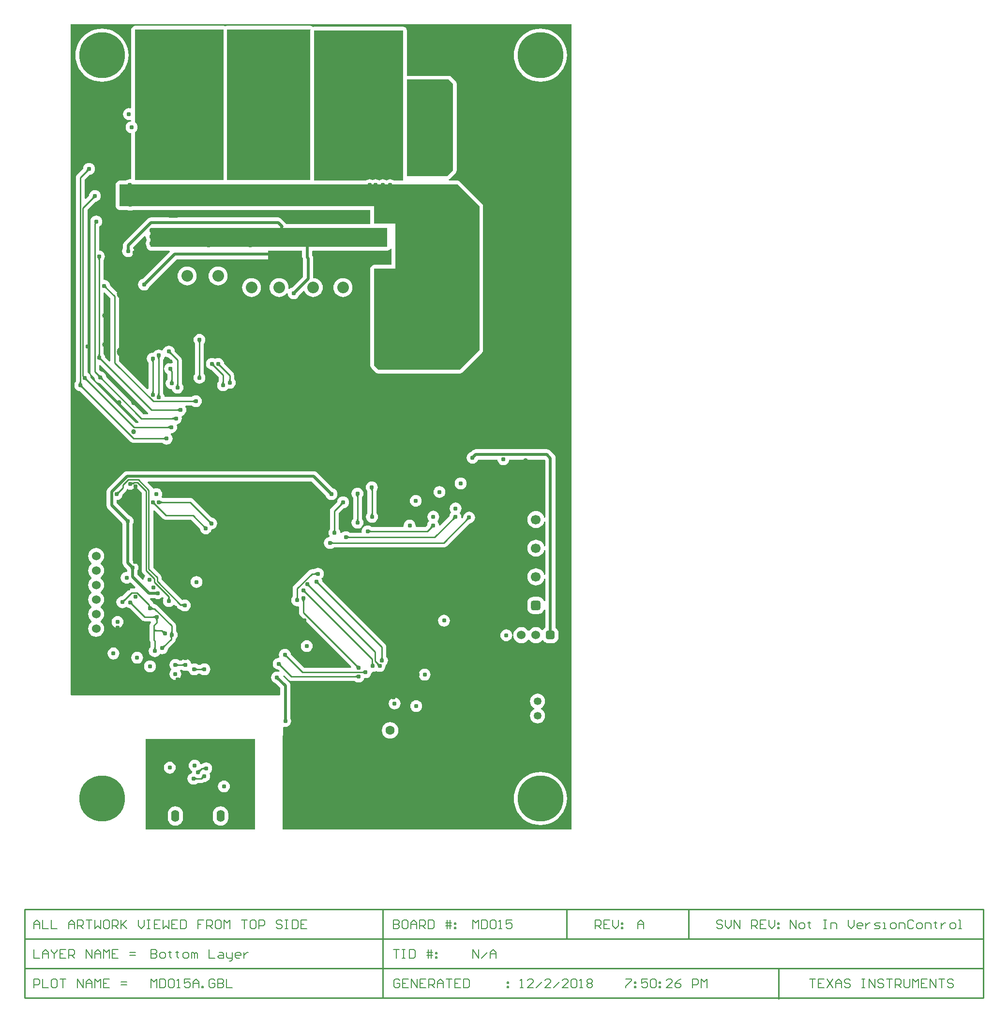
<source format=gbl>
G04*
G04 #@! TF.GenerationSoftware,Altium Limited,Altium Designer,18.1.9 (240)*
G04*
G04 Layer_Physical_Order=4*
G04 Layer_Color=16711680*
%FSAX25Y25*%
%MOIN*%
G70*
G01*
G75*
%ADD16C,0.01000*%
%ADD22C,0.00800*%
%ADD154C,0.06693*%
%ADD158C,0.07087*%
%ADD178R,0.02000X0.06000*%
%ADD180C,0.02000*%
%ADD183C,0.06299*%
%ADD184R,0.07087X0.07087*%
G04:AMPARAMS|DCode=185|XSize=66.93mil|YSize=66.93mil|CornerRadius=16.73mil|HoleSize=0mil|Usage=FLASHONLY|Rotation=90.000|XOffset=0mil|YOffset=0mil|HoleType=Round|Shape=RoundedRectangle|*
%AMROUNDEDRECTD185*
21,1,0.06693,0.03347,0,0,90.0*
21,1,0.03347,0.06693,0,0,90.0*
1,1,0.03346,0.01673,0.01673*
1,1,0.03346,0.01673,-0.01673*
1,1,0.03346,-0.01673,-0.01673*
1,1,0.03346,-0.01673,0.01673*
%
%ADD185ROUNDEDRECTD185*%
%ADD186C,0.31496*%
G04:AMPARAMS|DCode=187|XSize=82.68mil|YSize=55.12mil|CornerRadius=27.56mil|HoleSize=0mil|Usage=FLASHONLY|Rotation=90.000|XOffset=0mil|YOffset=0mil|HoleType=Round|Shape=RoundedRectangle|*
%AMROUNDEDRECTD187*
21,1,0.08268,0.00000,0,0,90.0*
21,1,0.02756,0.05512,0,0,90.0*
1,1,0.05512,0.00000,0.01378*
1,1,0.05512,0.00000,-0.01378*
1,1,0.05512,0.00000,-0.01378*
1,1,0.05512,0.00000,0.01378*
%
%ADD187ROUNDEDRECTD187*%
%ADD188C,0.06024*%
G04:AMPARAMS|DCode=189|XSize=60.24mil|YSize=60.24mil|CornerRadius=15.06mil|HoleSize=0mil|Usage=FLASHONLY|Rotation=180.000|XOffset=0mil|YOffset=0mil|HoleType=Round|Shape=RoundedRectangle|*
%AMROUNDEDRECTD189*
21,1,0.06024,0.03012,0,0,180.0*
21,1,0.03012,0.06024,0,0,180.0*
1,1,0.03012,-0.01506,0.01506*
1,1,0.03012,0.01506,0.01506*
1,1,0.03012,0.01506,-0.01506*
1,1,0.03012,-0.01506,-0.01506*
%
%ADD189ROUNDEDRECTD189*%
%ADD190C,0.08000*%
%ADD191C,0.05315*%
%ADD192R,0.05315X0.05315*%
%ADD193C,0.03400*%
%ADD194C,0.03100*%
%ADD195C,0.01968*%
%ADD196C,0.06000*%
%ADD197R,0.06000X0.02000*%
G36*
X0240942Y0331159D02*
X0240826Y0331270D01*
X0240707Y0331370D01*
X0240585Y0331457D01*
X0240460Y0331533D01*
X0240333Y0331598D01*
X0240202Y0331650D01*
X0240069Y0331691D01*
X0239933Y0331721D01*
X0239794Y0331738D01*
X0239652Y0331744D01*
Y0332744D01*
X0239794Y0332750D01*
X0239933Y0332767D01*
X0240069Y0332797D01*
X0240202Y0332838D01*
X0240333Y0332890D01*
X0240460Y0332955D01*
X0240585Y0333031D01*
X0240707Y0333118D01*
X0240826Y0333218D01*
X0240942Y0333329D01*
Y0331159D01*
D02*
G37*
G36*
X0242609Y0326582D02*
X0242622Y0326427D01*
X0242647Y0326279D01*
X0242681Y0326137D01*
X0242726Y0326001D01*
X0242781Y0325872D01*
X0242846Y0325748D01*
X0242922Y0325631D01*
X0243008Y0325521D01*
X0243104Y0325416D01*
X0242397Y0324709D01*
X0242292Y0324805D01*
X0242181Y0324891D01*
X0242064Y0324967D01*
X0241941Y0325032D01*
X0241812Y0325087D01*
X0241676Y0325132D01*
X0241534Y0325166D01*
X0241386Y0325190D01*
X0241231Y0325204D01*
X0241071Y0325208D01*
X0242605Y0326742D01*
X0242609Y0326582D01*
D02*
G37*
G36*
X0236248Y0324904D02*
X0236262Y0324749D01*
X0236286Y0324601D01*
X0236320Y0324459D01*
X0236365Y0324323D01*
X0236420Y0324194D01*
X0236485Y0324071D01*
X0236561Y0323954D01*
X0236647Y0323843D01*
X0236743Y0323738D01*
X0236036Y0323031D01*
X0235931Y0323128D01*
X0235821Y0323213D01*
X0235704Y0323289D01*
X0235580Y0323354D01*
X0235451Y0323409D01*
X0235315Y0323454D01*
X0235173Y0323488D01*
X0235025Y0323513D01*
X0234871Y0323526D01*
X0234710Y0323530D01*
X0236244Y0325064D01*
X0236248Y0324904D01*
D02*
G37*
G36*
X0233681Y0320527D02*
X0233695Y0320372D01*
X0233719Y0320224D01*
X0233753Y0320082D01*
X0233798Y0319947D01*
X0233853Y0319817D01*
X0233918Y0319694D01*
X0233994Y0319577D01*
X0234080Y0319466D01*
X0234176Y0319362D01*
X0233469Y0318654D01*
X0233364Y0318751D01*
X0233254Y0318837D01*
X0233137Y0318912D01*
X0233013Y0318978D01*
X0232884Y0319033D01*
X0232748Y0319077D01*
X0232606Y0319112D01*
X0232458Y0319136D01*
X0232304Y0319150D01*
X0232143Y0319153D01*
X0233677Y0320688D01*
X0233681Y0320527D01*
D02*
G37*
G36*
X0228205Y0316200D02*
X0228222Y0316061D01*
X0228252Y0315925D01*
X0228292Y0315792D01*
X0228345Y0315661D01*
X0228409Y0315533D01*
X0228485Y0315409D01*
X0228573Y0315287D01*
X0228673Y0315168D01*
X0228784Y0315052D01*
X0226614D01*
X0226725Y0315168D01*
X0226824Y0315287D01*
X0226912Y0315409D01*
X0226988Y0315533D01*
X0227053Y0315661D01*
X0227105Y0315792D01*
X0227146Y0315925D01*
X0227175Y0316061D01*
X0227193Y0316200D01*
X0227199Y0316342D01*
X0228199D01*
X0228205Y0316200D01*
D02*
G37*
G36*
X0232954Y0314091D02*
X0232854Y0313972D01*
X0232767Y0313850D01*
X0232691Y0313725D01*
X0232626Y0313598D01*
X0232574Y0313467D01*
X0232533Y0313334D01*
X0232503Y0313198D01*
X0232486Y0313059D01*
X0232480Y0312917D01*
X0231480D01*
X0231474Y0313059D01*
X0231456Y0313198D01*
X0231427Y0313334D01*
X0231386Y0313467D01*
X0231334Y0313598D01*
X0231269Y0313725D01*
X0231193Y0313850D01*
X0231105Y0313972D01*
X0231006Y0314091D01*
X0230895Y0314207D01*
X0233065D01*
X0232954Y0314091D01*
D02*
G37*
G36*
X0220753Y0276224D02*
X0220767Y0276069D01*
X0220791Y0275921D01*
X0220826Y0275779D01*
X0220870Y0275643D01*
X0220925Y0275514D01*
X0220991Y0275391D01*
X0221066Y0275274D01*
X0221152Y0275163D01*
X0221249Y0275059D01*
X0220542Y0274351D01*
X0220437Y0274448D01*
X0220326Y0274534D01*
X0220209Y0274609D01*
X0220086Y0274675D01*
X0219957Y0274729D01*
X0219821Y0274774D01*
X0219679Y0274809D01*
X0219531Y0274833D01*
X0219376Y0274847D01*
X0219215Y0274850D01*
X0220750Y0276384D01*
X0220753Y0276224D01*
D02*
G37*
G36*
X0286598Y0274811D02*
X0286616Y0274672D01*
X0286645Y0274536D01*
X0286686Y0274402D01*
X0286738Y0274272D01*
X0286803Y0274145D01*
X0286879Y0274020D01*
X0286967Y0273898D01*
X0287066Y0273779D01*
X0287177Y0273663D01*
X0285007D01*
X0285118Y0273779D01*
X0285218Y0273898D01*
X0285306Y0274020D01*
X0285382Y0274145D01*
X0285446Y0274272D01*
X0285499Y0274402D01*
X0285540Y0274536D01*
X0285569Y0274672D01*
X0285586Y0274811D01*
X0285592Y0274953D01*
X0286592D01*
X0286598Y0274811D01*
D02*
G37*
G36*
X0279919Y0271025D02*
X0279939Y0270886D01*
X0279972Y0270754D01*
X0280018Y0270630D01*
X0280078Y0270513D01*
X0280151Y0270403D01*
X0280237Y0270301D01*
X0280336Y0270206D01*
X0280448Y0270119D01*
X0280574Y0270039D01*
X0278473Y0269497D01*
X0278556Y0269642D01*
X0278697Y0269929D01*
X0278754Y0270071D01*
X0278842Y0270351D01*
X0278873Y0270489D01*
X0278895Y0270626D01*
X0278908Y0270762D01*
X0278913Y0270897D01*
X0279913Y0271172D01*
X0279919Y0271025D01*
D02*
G37*
G36*
X0283255Y0270649D02*
X0283366Y0270563D01*
X0283483Y0270487D01*
X0283606Y0270422D01*
X0283736Y0270367D01*
X0283871Y0270322D01*
X0284013Y0270287D01*
X0284161Y0270263D01*
X0284316Y0270250D01*
X0284477Y0270246D01*
X0282942Y0268712D01*
X0282939Y0268872D01*
X0282925Y0269027D01*
X0282901Y0269175D01*
X0282866Y0269317D01*
X0282822Y0269453D01*
X0282767Y0269582D01*
X0282701Y0269705D01*
X0282626Y0269822D01*
X0282540Y0269933D01*
X0282444Y0270038D01*
X0283151Y0270745D01*
X0283255Y0270649D01*
D02*
G37*
G36*
X0216553Y0270044D02*
X0216567Y0269890D01*
X0216591Y0269742D01*
X0216626Y0269600D01*
X0216670Y0269464D01*
X0216725Y0269335D01*
X0216791Y0269211D01*
X0216866Y0269094D01*
X0216952Y0268984D01*
X0217049Y0268879D01*
X0216341Y0268172D01*
X0216237Y0268268D01*
X0216126Y0268354D01*
X0216009Y0268430D01*
X0215886Y0268495D01*
X0215757Y0268550D01*
X0215621Y0268595D01*
X0215479Y0268629D01*
X0215331Y0268653D01*
X0215176Y0268667D01*
X0215016Y0268671D01*
X0216550Y0270205D01*
X0216553Y0270044D01*
D02*
G37*
G36*
X0268763Y0269467D02*
X0268874Y0269381D01*
X0268991Y0269306D01*
X0269114Y0269240D01*
X0269243Y0269185D01*
X0269379Y0269141D01*
X0269521Y0269106D01*
X0269669Y0269082D01*
X0269824Y0269068D01*
X0269985Y0269065D01*
X0268450Y0267530D01*
X0268447Y0267691D01*
X0268433Y0267846D01*
X0268409Y0267994D01*
X0268374Y0268136D01*
X0268330Y0268272D01*
X0268274Y0268401D01*
X0268209Y0268524D01*
X0268134Y0268641D01*
X0268048Y0268752D01*
X0267951Y0268857D01*
X0268658Y0269564D01*
X0268763Y0269467D01*
D02*
G37*
G36*
X0416651Y0155949D02*
X0217749D01*
Y0220263D01*
X0217924Y0221145D01*
Y0226341D01*
X0218711Y0226849D01*
X0219493Y0226746D01*
X0220550Y0226885D01*
X0221535Y0227293D01*
X0222381Y0227943D01*
X0223030Y0228789D01*
X0223438Y0229774D01*
X0223577Y0230831D01*
X0223438Y0231888D01*
X0223030Y0232874D01*
X0223023Y0232883D01*
Y0255109D01*
X0222902Y0256023D01*
X0222550Y0256874D01*
X0221989Y0257605D01*
X0217971Y0261623D01*
X0217971Y0261857D01*
X0218759Y0262182D01*
X0221660Y0259281D01*
X0222287Y0258800D01*
X0223017Y0258498D01*
X0223800Y0258395D01*
X0267287D01*
X0267309Y0258380D01*
X0267957Y0257883D01*
X0268943Y0257475D01*
X0270000Y0257336D01*
X0271057Y0257475D01*
X0272042Y0257883D01*
X0272888Y0258532D01*
X0273538Y0259378D01*
X0273946Y0260363D01*
X0273954Y0260426D01*
X0274800Y0260315D01*
X0275857Y0260454D01*
X0276843Y0260862D01*
X0277689Y0261511D01*
X0278338Y0262357D01*
X0278746Y0263343D01*
X0278825Y0263946D01*
X0279573Y0264641D01*
X0279800Y0264611D01*
X0280857Y0264750D01*
X0281843Y0265158D01*
X0282146Y0265391D01*
X0282450Y0265158D01*
X0283435Y0264750D01*
X0284492Y0264611D01*
X0285549Y0264750D01*
X0286535Y0265158D01*
X0287381Y0265808D01*
X0288030Y0266654D01*
X0288438Y0267639D01*
X0288577Y0268696D01*
X0288498Y0269297D01*
X0288981Y0269667D01*
X0289630Y0270513D01*
X0290038Y0271499D01*
X0290177Y0272556D01*
X0290038Y0273613D01*
X0289630Y0274598D01*
X0289132Y0275247D01*
X0289118Y0275269D01*
Y0281721D01*
X0289015Y0282504D01*
X0288713Y0283234D01*
X0288232Y0283860D01*
X0288232Y0283860D01*
X0245113Y0326979D01*
X0245108Y0327005D01*
X0245001Y0327815D01*
X0244593Y0328800D01*
X0244452Y0328983D01*
X0244937Y0329356D01*
X0245587Y0330202D01*
X0245995Y0331187D01*
X0246134Y0332244D01*
X0245995Y0333301D01*
X0245587Y0334286D01*
X0244937Y0335133D01*
X0244092Y0335782D01*
X0243106Y0336190D01*
X0242049Y0336329D01*
X0240992Y0336190D01*
X0240006Y0335782D01*
X0239358Y0335284D01*
X0239336Y0335270D01*
X0237846D01*
X0237846Y0335270D01*
X0237063Y0335167D01*
X0236333Y0334864D01*
X0235706Y0334384D01*
X0235706Y0334384D01*
X0225559Y0324236D01*
X0225078Y0323610D01*
X0224776Y0322880D01*
X0224673Y0322097D01*
Y0316658D01*
X0224659Y0316636D01*
X0224161Y0315987D01*
X0223753Y0315002D01*
X0223614Y0313945D01*
X0223753Y0312888D01*
X0224161Y0311902D01*
X0224810Y0311056D01*
X0225656Y0310407D01*
X0226642Y0309999D01*
X0227699Y0309860D01*
X0228167Y0309922D01*
X0228954Y0309274D01*
Y0305535D01*
X0229057Y0304752D01*
X0229359Y0304022D01*
X0229840Y0303396D01*
X0265083Y0268153D01*
X0264782Y0267426D01*
X0232453D01*
X0223258Y0276621D01*
X0223252Y0276647D01*
X0223146Y0277457D01*
X0222738Y0278443D01*
X0222089Y0279289D01*
X0221242Y0279938D01*
X0220257Y0280346D01*
X0219200Y0280485D01*
X0218143Y0280346D01*
X0217158Y0279938D01*
X0216312Y0279289D01*
X0215662Y0278443D01*
X0215254Y0277457D01*
X0215115Y0276400D01*
X0215254Y0275343D01*
X0215376Y0275050D01*
X0215193Y0274688D01*
X0214841Y0274285D01*
X0213943Y0274166D01*
X0212958Y0273758D01*
X0212111Y0273109D01*
X0211462Y0272263D01*
X0211054Y0271278D01*
X0210915Y0270221D01*
X0211054Y0269163D01*
X0211462Y0268178D01*
X0212111Y0267332D01*
X0212958Y0266683D01*
X0213943Y0266275D01*
X0214753Y0266168D01*
X0214779Y0266162D01*
X0215646Y0265296D01*
X0215200Y0264629D01*
X0214818Y0264787D01*
X0213761Y0264926D01*
X0212703Y0264787D01*
X0211718Y0264379D01*
X0210872Y0263729D01*
X0210223Y0262883D01*
X0209815Y0261898D01*
X0209676Y0260841D01*
X0209815Y0259784D01*
X0210223Y0258799D01*
X0210872Y0257952D01*
X0211718Y0257303D01*
X0212703Y0256895D01*
X0212716Y0256894D01*
X0215962Y0253647D01*
Y0248885D01*
X0215375Y0248404D01*
X0072141D01*
X0071749Y0248726D01*
Y0710851D01*
X0416651D01*
Y0155949D01*
D02*
G37*
G36*
X0273693Y0263315D02*
X0273577Y0263426D01*
X0273458Y0263526D01*
X0273336Y0263613D01*
X0273212Y0263689D01*
X0273084Y0263754D01*
X0272954Y0263806D01*
X0272820Y0263847D01*
X0272684Y0263877D01*
X0272545Y0263894D01*
X0272403Y0263900D01*
Y0264900D01*
X0272545Y0264906D01*
X0272684Y0264923D01*
X0272820Y0264953D01*
X0272954Y0264994D01*
X0273084Y0265046D01*
X0273212Y0265111D01*
X0273336Y0265187D01*
X0273458Y0265274D01*
X0273577Y0265374D01*
X0273693Y0265485D01*
Y0263315D01*
D02*
G37*
G36*
X0268893Y0260336D02*
X0268777Y0260447D01*
X0268658Y0260546D01*
X0268536Y0260634D01*
X0268411Y0260710D01*
X0268284Y0260774D01*
X0268153Y0260827D01*
X0268020Y0260868D01*
X0267884Y0260897D01*
X0267745Y0260915D01*
X0267603Y0260921D01*
Y0261921D01*
X0267745Y0261926D01*
X0267884Y0261944D01*
X0268020Y0261973D01*
X0268153Y0262014D01*
X0268284Y0262067D01*
X0268411Y0262131D01*
X0268536Y0262207D01*
X0268658Y0262295D01*
X0268777Y0262394D01*
X0268893Y0262506D01*
Y0260336D01*
D02*
G37*
G36*
X0198651Y0155980D02*
X0187762Y0155975D01*
Y0155949D01*
X0123180D01*
X0123180Y0216090D01*
X0123295Y0216205D01*
Y0218596D01*
X0198651D01*
Y0155980D01*
D02*
G37*
%LPC*%
G36*
X0395200Y0707687D02*
X0392813Y0707531D01*
X0390467Y0707064D01*
X0388202Y0706295D01*
X0386056Y0705237D01*
X0384068Y0703908D01*
X0382269Y0702331D01*
X0380692Y0700532D01*
X0379363Y0698544D01*
X0378305Y0696398D01*
X0377536Y0694133D01*
X0377069Y0691787D01*
X0376913Y0689400D01*
X0377069Y0687013D01*
X0377536Y0684667D01*
X0378305Y0682402D01*
X0379363Y0680256D01*
X0380692Y0678267D01*
X0382269Y0676469D01*
X0384068Y0674892D01*
X0386056Y0673563D01*
X0388202Y0672505D01*
X0390467Y0671736D01*
X0392813Y0671269D01*
X0395200Y0671113D01*
X0397587Y0671269D01*
X0399933Y0671736D01*
X0402198Y0672505D01*
X0404344Y0673563D01*
X0406332Y0674892D01*
X0408131Y0676469D01*
X0409708Y0678267D01*
X0411037Y0680256D01*
X0412095Y0682402D01*
X0412864Y0684667D01*
X0413331Y0687013D01*
X0413487Y0689400D01*
X0413331Y0691787D01*
X0412864Y0694133D01*
X0412095Y0696398D01*
X0411037Y0698544D01*
X0409708Y0700532D01*
X0408131Y0702331D01*
X0406332Y0703908D01*
X0404344Y0705237D01*
X0402198Y0706295D01*
X0399933Y0707064D01*
X0397587Y0707531D01*
X0395200Y0707687D01*
D02*
G37*
G36*
X0093200D02*
X0090813Y0707531D01*
X0088467Y0707064D01*
X0086202Y0706295D01*
X0084056Y0705237D01*
X0082068Y0703908D01*
X0080269Y0702331D01*
X0078692Y0700532D01*
X0077363Y0698544D01*
X0076305Y0696398D01*
X0075536Y0694133D01*
X0075069Y0691787D01*
X0074913Y0689400D01*
X0075069Y0687013D01*
X0075536Y0684667D01*
X0076305Y0682402D01*
X0077363Y0680256D01*
X0078692Y0678267D01*
X0080269Y0676469D01*
X0082068Y0674892D01*
X0084056Y0673563D01*
X0086202Y0672505D01*
X0088467Y0671736D01*
X0090813Y0671269D01*
X0093200Y0671113D01*
X0095587Y0671269D01*
X0097933Y0671736D01*
X0100198Y0672505D01*
X0102344Y0673563D01*
X0104332Y0674892D01*
X0106131Y0676469D01*
X0107708Y0678267D01*
X0109037Y0680256D01*
X0110095Y0682402D01*
X0110864Y0684667D01*
X0111331Y0687013D01*
X0111487Y0689400D01*
X0111331Y0691787D01*
X0110864Y0694133D01*
X0110095Y0696398D01*
X0109037Y0698544D01*
X0107708Y0700532D01*
X0106131Y0702331D01*
X0104332Y0703908D01*
X0102344Y0705237D01*
X0100198Y0706295D01*
X0097933Y0707064D01*
X0095587Y0707531D01*
X0093200Y0707687D01*
D02*
G37*
G36*
X0116006Y0709613D02*
X0115031Y0709419D01*
X0114204Y0708867D01*
X0113651Y0708040D01*
X0113457Y0707064D01*
X0113457Y0653243D01*
X0113321Y0653152D01*
X0112670Y0652832D01*
X0111756Y0652952D01*
X0110699Y0652813D01*
X0109713Y0652405D01*
X0108867Y0651756D01*
X0108218Y0650909D01*
X0107810Y0649924D01*
X0107671Y0648867D01*
X0107810Y0647810D01*
X0108218Y0646825D01*
X0108867Y0645978D01*
X0109713Y0645329D01*
X0110699Y0644921D01*
X0111756Y0644782D01*
X0112668Y0644902D01*
X0113311Y0644487D01*
X0113240Y0643793D01*
X0112594Y0643708D01*
X0111609Y0643300D01*
X0110763Y0642651D01*
X0110113Y0641805D01*
X0109705Y0640819D01*
X0109566Y0639762D01*
X0109705Y0638705D01*
X0110113Y0637720D01*
X0110763Y0636874D01*
X0111609Y0636224D01*
X0112594Y0635816D01*
X0113457Y0635703D01*
X0113457Y0604520D01*
X0112865Y0604001D01*
X0112450Y0604056D01*
X0111393Y0603917D01*
X0110408Y0603509D01*
X0109678Y0602949D01*
X0105295D01*
X0104319Y0602755D01*
X0103492Y0602202D01*
X0102940Y0601375D01*
X0102745Y0600400D01*
X0102746Y0585400D01*
X0102940Y0584424D01*
X0103492Y0583598D01*
X0104319Y0583045D01*
X0105295Y0582851D01*
X0110487D01*
X0111445Y0582454D01*
X0112502Y0582315D01*
X0113559Y0582454D01*
X0114517Y0582851D01*
X0278111Y0582851D01*
X0278111Y0573676D01*
X0278135Y0573557D01*
X0277636Y0572949D01*
X0224740Y0572949D01*
X0224484Y0572983D01*
X0224229Y0572949D01*
X0221460D01*
X0220894Y0573023D01*
X0220346Y0572951D01*
X0220257Y0573165D01*
X0219696Y0573896D01*
X0217008Y0576585D01*
X0216276Y0577146D01*
X0215425Y0577499D01*
X0214511Y0577619D01*
X0145158D01*
X0144928Y0577589D01*
X0139387D01*
X0139157Y0577619D01*
X0126889D01*
X0125975Y0577499D01*
X0125124Y0577146D01*
X0124392Y0576585D01*
X0108704Y0560896D01*
X0108143Y0560165D01*
X0107790Y0559314D01*
X0107670Y0558400D01*
Y0556452D01*
X0107662Y0556442D01*
X0107254Y0555457D01*
X0107115Y0554400D01*
X0107254Y0553343D01*
X0107662Y0552357D01*
X0108311Y0551511D01*
X0109158Y0550862D01*
X0110143Y0550454D01*
X0111200Y0550315D01*
X0112257Y0550454D01*
X0113242Y0550862D01*
X0114088Y0551511D01*
X0114738Y0552357D01*
X0115146Y0553343D01*
X0115285Y0554400D01*
X0115146Y0555457D01*
X0114738Y0556442D01*
X0114730Y0556452D01*
Y0556938D01*
X0122641Y0564848D01*
X0123386Y0564481D01*
X0123375Y0564400D01*
X0123515Y0563343D01*
X0123923Y0562358D01*
X0124082Y0562150D01*
Y0562082D01*
X0123907Y0561854D01*
X0123499Y0560869D01*
X0123360Y0559811D01*
X0123499Y0558754D01*
X0123907Y0557769D01*
X0124082Y0557541D01*
Y0557400D01*
X0124276Y0556425D01*
X0124829Y0555598D01*
X0125655Y0555045D01*
X0126631Y0554851D01*
X0139630D01*
X0139931Y0554124D01*
X0121155Y0535347D01*
X0121143Y0535346D01*
X0120158Y0534938D01*
X0119311Y0534289D01*
X0118662Y0533442D01*
X0118254Y0532457D01*
X0118115Y0531400D01*
X0118254Y0530343D01*
X0118662Y0529357D01*
X0119311Y0528511D01*
X0120158Y0527862D01*
X0121143Y0527454D01*
X0122200Y0527315D01*
X0123257Y0527454D01*
X0124242Y0527862D01*
X0125089Y0528511D01*
X0125738Y0529357D01*
X0126146Y0530343D01*
X0126147Y0530355D01*
X0144662Y0548870D01*
X0202200D01*
X0202429Y0548900D01*
X0207700D01*
Y0554851D01*
X0230979Y0554851D01*
Y0553909D01*
X0230949Y0553680D01*
Y0550120D01*
X0230979Y0549891D01*
Y0548180D01*
X0231557D01*
X0231670Y0548033D01*
Y0536862D01*
X0224155Y0529347D01*
X0224143Y0529346D01*
X0223158Y0528938D01*
X0222421Y0528373D01*
X0222022Y0528492D01*
X0221667Y0528741D01*
X0221731Y0529400D01*
X0221606Y0530674D01*
X0221234Y0531899D01*
X0220631Y0533029D01*
X0219818Y0534018D01*
X0218829Y0534831D01*
X0217700Y0535434D01*
X0216474Y0535806D01*
X0215200Y0535931D01*
X0213926Y0535806D01*
X0212701Y0535434D01*
X0211571Y0534831D01*
X0210582Y0534018D01*
X0209769Y0533029D01*
X0209166Y0531899D01*
X0208794Y0530674D01*
X0208669Y0529400D01*
X0208794Y0528126D01*
X0209166Y0526900D01*
X0209769Y0525771D01*
X0210582Y0524782D01*
X0211571Y0523969D01*
X0212701Y0523366D01*
X0213926Y0522994D01*
X0215200Y0522868D01*
X0216474Y0522994D01*
X0217700Y0523366D01*
X0218829Y0523969D01*
X0219818Y0524782D01*
X0220353Y0525433D01*
X0220474Y0525428D01*
X0221147Y0525160D01*
X0221254Y0524343D01*
X0221662Y0523357D01*
X0222311Y0522511D01*
X0223158Y0521862D01*
X0224143Y0521454D01*
X0225200Y0521315D01*
X0226257Y0521454D01*
X0227242Y0521862D01*
X0228088Y0522511D01*
X0228738Y0523357D01*
X0229146Y0524343D01*
X0229147Y0524355D01*
X0231879Y0527087D01*
X0232650Y0526957D01*
X0232754Y0526849D01*
X0233330Y0525771D01*
X0234142Y0524782D01*
X0235132Y0523969D01*
X0236261Y0523366D01*
X0237486Y0522994D01*
X0238760Y0522868D01*
X0240035Y0522994D01*
X0241260Y0523366D01*
X0242389Y0523969D01*
X0243379Y0524782D01*
X0244191Y0525771D01*
X0244795Y0526900D01*
X0245166Y0528126D01*
X0245292Y0529400D01*
X0245166Y0530674D01*
X0244795Y0531899D01*
X0244191Y0533029D01*
X0243379Y0534018D01*
X0242389Y0534831D01*
X0241260Y0535434D01*
X0240035Y0535806D01*
X0238760Y0535931D01*
X0238730Y0535959D01*
Y0549400D01*
X0238610Y0550314D01*
X0238257Y0551165D01*
X0238010Y0551488D01*
Y0553680D01*
X0237980Y0553909D01*
Y0554064D01*
X0238260Y0554851D01*
X0289619Y0554851D01*
X0290594Y0555045D01*
X0291421Y0555597D01*
X0291864Y0556260D01*
X0292651Y0556103D01*
Y0544992D01*
X0280660D01*
X0279685Y0544798D01*
X0278858Y0544245D01*
X0278305Y0543418D01*
X0278111Y0542443D01*
X0278111Y0475594D01*
X0278305Y0474619D01*
X0278305Y0474619D01*
X0278858Y0473792D01*
X0281758Y0470892D01*
X0282273Y0470547D01*
X0282585Y0470339D01*
X0283560Y0470145D01*
X0339494D01*
X0340470Y0470339D01*
X0341297Y0470892D01*
X0355002Y0484598D01*
X0355555Y0485425D01*
X0355749Y0486400D01*
X0355749Y0585400D01*
X0355555Y0586376D01*
X0355002Y0587202D01*
X0340002Y0602202D01*
X0339175Y0602755D01*
X0338200Y0602949D01*
X0332254D01*
X0332016Y0603736D01*
X0332633Y0604148D01*
X0336882Y0608398D01*
X0337435Y0609225D01*
X0337629Y0610200D01*
Y0669700D01*
X0337435Y0670676D01*
X0336882Y0671502D01*
X0333882Y0674502D01*
X0333055Y0675055D01*
X0332080Y0675249D01*
X0303300Y0675249D01*
X0303222Y0675313D01*
Y0706496D01*
X0303028Y0707471D01*
X0302475Y0708298D01*
X0301648Y0708851D01*
X0300673Y0709045D01*
X0239266Y0709045D01*
X0238572Y0708907D01*
X0238424Y0709006D01*
X0238246Y0709184D01*
X0238014Y0709279D01*
X0237806Y0709419D01*
X0237559Y0709468D01*
X0237327Y0709564D01*
X0237076D01*
X0236830Y0709613D01*
X0179441Y0709613D01*
X0178466Y0709419D01*
X0178167Y0709219D01*
X0177868Y0709419D01*
X0176892Y0709613D01*
X0116006Y0709613D01*
D02*
G37*
G36*
X0173200Y0543931D02*
X0171926Y0543806D01*
X0170701Y0543434D01*
X0169571Y0542831D01*
X0168582Y0542018D01*
X0167769Y0541029D01*
X0167166Y0539899D01*
X0166794Y0538674D01*
X0166669Y0537400D01*
X0166794Y0536126D01*
X0167166Y0534901D01*
X0167769Y0533771D01*
X0168582Y0532782D01*
X0169571Y0531969D01*
X0170701Y0531366D01*
X0171926Y0530994D01*
X0173200Y0530868D01*
X0174474Y0530994D01*
X0175699Y0531366D01*
X0176829Y0531969D01*
X0177818Y0532782D01*
X0178631Y0533771D01*
X0179234Y0534901D01*
X0179606Y0536126D01*
X0179731Y0537400D01*
X0179606Y0538674D01*
X0179234Y0539899D01*
X0178631Y0541029D01*
X0177818Y0542018D01*
X0176829Y0542831D01*
X0175699Y0543434D01*
X0174474Y0543806D01*
X0173200Y0543931D01*
D02*
G37*
G36*
X0151866D02*
X0150592Y0543806D01*
X0149366Y0543434D01*
X0148237Y0542831D01*
X0147248Y0542018D01*
X0146435Y0541029D01*
X0145832Y0539899D01*
X0145460Y0538674D01*
X0145334Y0537400D01*
X0145460Y0536126D01*
X0145832Y0534901D01*
X0146435Y0533771D01*
X0147248Y0532782D01*
X0148237Y0531969D01*
X0149366Y0531366D01*
X0150592Y0530994D01*
X0151866Y0530868D01*
X0153140Y0530994D01*
X0154365Y0531366D01*
X0155495Y0531969D01*
X0156484Y0532782D01*
X0157297Y0533771D01*
X0157900Y0534901D01*
X0158272Y0536126D01*
X0158397Y0537400D01*
X0158272Y0538674D01*
X0157900Y0539899D01*
X0157297Y0541029D01*
X0156484Y0542018D01*
X0155495Y0542831D01*
X0154365Y0543434D01*
X0153140Y0543806D01*
X0151866Y0543931D01*
D02*
G37*
G36*
X0259200Y0535931D02*
X0257926Y0535806D01*
X0256700Y0535434D01*
X0255571Y0534831D01*
X0254582Y0534018D01*
X0253769Y0533029D01*
X0253166Y0531899D01*
X0252794Y0530674D01*
X0252669Y0529400D01*
X0252794Y0528126D01*
X0253166Y0526900D01*
X0253769Y0525771D01*
X0254582Y0524782D01*
X0255571Y0523969D01*
X0256700Y0523366D01*
X0257926Y0522994D01*
X0259200Y0522868D01*
X0260474Y0522994D01*
X0261700Y0523366D01*
X0262829Y0523969D01*
X0263818Y0524782D01*
X0264631Y0525771D01*
X0265234Y0526900D01*
X0265606Y0528126D01*
X0265731Y0529400D01*
X0265606Y0530674D01*
X0265234Y0531899D01*
X0264631Y0533029D01*
X0263818Y0534018D01*
X0262829Y0534831D01*
X0261700Y0535434D01*
X0260474Y0535806D01*
X0259200Y0535931D01*
D02*
G37*
G36*
X0196247D02*
X0194973Y0535806D01*
X0193748Y0535434D01*
X0192619Y0534831D01*
X0191629Y0534018D01*
X0190817Y0533029D01*
X0190213Y0531899D01*
X0189841Y0530674D01*
X0189716Y0529400D01*
X0189841Y0528126D01*
X0190213Y0526900D01*
X0190817Y0525771D01*
X0191629Y0524782D01*
X0192619Y0523969D01*
X0193748Y0523366D01*
X0194973Y0522994D01*
X0196247Y0522868D01*
X0197521Y0522994D01*
X0198747Y0523366D01*
X0199876Y0523969D01*
X0200866Y0524782D01*
X0201678Y0525771D01*
X0202281Y0526900D01*
X0202653Y0528126D01*
X0202779Y0529400D01*
X0202653Y0530674D01*
X0202281Y0531899D01*
X0201678Y0533029D01*
X0200866Y0534018D01*
X0199876Y0534831D01*
X0198747Y0535434D01*
X0197521Y0535806D01*
X0196247Y0535931D01*
D02*
G37*
G36*
X0173200Y0480930D02*
X0172143Y0480791D01*
X0171158Y0480383D01*
X0171072Y0480317D01*
X0170987Y0480383D01*
X0170002Y0480791D01*
X0168945Y0480930D01*
X0167887Y0480791D01*
X0166902Y0480383D01*
X0166056Y0479733D01*
X0165407Y0478887D01*
X0164999Y0477902D01*
X0164859Y0476845D01*
X0164999Y0475788D01*
X0165407Y0474802D01*
X0166056Y0473956D01*
X0166902Y0473307D01*
X0167887Y0472899D01*
X0168698Y0472792D01*
X0168723Y0472787D01*
X0173599Y0467911D01*
Y0464833D01*
X0173584Y0464811D01*
X0173087Y0464162D01*
X0172679Y0463177D01*
X0172539Y0462120D01*
X0172679Y0461063D01*
X0173087Y0460077D01*
X0173736Y0459232D01*
X0174582Y0458582D01*
X0175567Y0458174D01*
X0176625Y0458035D01*
X0177682Y0458174D01*
X0178667Y0458582D01*
X0179513Y0459232D01*
X0180013Y0459883D01*
X0180143Y0459829D01*
X0181200Y0459690D01*
X0182257Y0459829D01*
X0183242Y0460237D01*
X0184089Y0460886D01*
X0184738Y0461732D01*
X0185146Y0462717D01*
X0185285Y0463775D01*
X0185146Y0464832D01*
X0184738Y0465817D01*
X0184240Y0466466D01*
X0184226Y0466488D01*
Y0468845D01*
X0184123Y0469628D01*
X0183820Y0470358D01*
X0183340Y0470985D01*
X0177258Y0477066D01*
X0177252Y0477092D01*
X0177146Y0477902D01*
X0176738Y0478887D01*
X0176089Y0479733D01*
X0175242Y0480383D01*
X0174257Y0480791D01*
X0173200Y0480930D01*
D02*
G37*
G36*
X0084279Y0615167D02*
X0083222Y0615028D01*
X0082237Y0614620D01*
X0081391Y0613970D01*
X0080742Y0613124D01*
X0080334Y0612139D01*
X0080227Y0611329D01*
X0080221Y0611303D01*
X0076123Y0607205D01*
X0075643Y0606578D01*
X0075340Y0605849D01*
X0075237Y0605065D01*
Y0464844D01*
X0075223Y0464822D01*
X0074725Y0464174D01*
X0074317Y0463188D01*
X0074178Y0462131D01*
X0074317Y0461074D01*
X0074725Y0460089D01*
X0075375Y0459243D01*
X0076221Y0458593D01*
X0077206Y0458185D01*
X0078016Y0458079D01*
X0078042Y0458073D01*
X0112933Y0423182D01*
X0113559Y0422702D01*
X0114289Y0422399D01*
X0115072Y0422296D01*
X0135077D01*
X0135099Y0422282D01*
X0135748Y0421784D01*
X0136733Y0421376D01*
X0137790Y0421237D01*
X0138847Y0421376D01*
X0139832Y0421784D01*
X0140679Y0422434D01*
X0141328Y0423279D01*
X0141736Y0424265D01*
X0141875Y0425322D01*
X0141736Y0426379D01*
X0141328Y0427364D01*
X0140679Y0428210D01*
X0140508Y0428341D01*
X0140820Y0429094D01*
X0140880Y0429086D01*
X0141937Y0429225D01*
X0142922Y0429633D01*
X0143768Y0430283D01*
X0144417Y0431129D01*
X0144825Y0432114D01*
X0144965Y0433171D01*
X0144825Y0434228D01*
X0144682Y0434576D01*
X0145036Y0435189D01*
X0145241Y0435282D01*
X0146217Y0435686D01*
X0147063Y0436335D01*
X0147712Y0437181D01*
X0148120Y0438167D01*
X0148259Y0439224D01*
X0148120Y0440281D01*
X0148087Y0440361D01*
X0148582Y0441223D01*
X0149242Y0441496D01*
X0150089Y0442145D01*
X0150738Y0442991D01*
X0151146Y0443977D01*
X0151285Y0445034D01*
X0151146Y0446091D01*
X0150738Y0447076D01*
X0150619Y0447232D01*
X0151007Y0448019D01*
X0155213D01*
X0155335Y0447946D01*
X0155849Y0447551D01*
X0156834Y0447143D01*
X0157891Y0447004D01*
X0158949Y0447143D01*
X0159934Y0447551D01*
X0160780Y0448200D01*
X0161429Y0449046D01*
X0161837Y0450032D01*
X0161977Y0451089D01*
X0161837Y0452146D01*
X0161429Y0453131D01*
X0160780Y0453977D01*
X0159934Y0454627D01*
X0158949Y0455035D01*
X0157891Y0455174D01*
X0156834Y0455035D01*
X0155849Y0454627D01*
X0155124Y0454070D01*
X0136279D01*
X0136165Y0454939D01*
X0135757Y0455924D01*
X0135340Y0456468D01*
X0135278Y0456569D01*
Y0479846D01*
X0135823Y0480556D01*
X0136231Y0481541D01*
X0136232Y0481548D01*
X0137072Y0481895D01*
X0137256Y0481754D01*
X0138241Y0481346D01*
X0139051Y0481239D01*
X0139077Y0481234D01*
X0141942Y0478369D01*
X0141905Y0477880D01*
X0141525Y0477567D01*
X0141146Y0477360D01*
X0140200Y0477485D01*
X0139143Y0477346D01*
X0138157Y0476938D01*
X0137311Y0476289D01*
X0136662Y0475443D01*
X0136254Y0474457D01*
X0136115Y0473400D01*
X0136254Y0472343D01*
X0136662Y0471357D01*
X0137311Y0470511D01*
X0138157Y0469862D01*
X0138174Y0469855D01*
Y0466113D01*
X0138160Y0466091D01*
X0137662Y0465443D01*
X0137254Y0464457D01*
X0137115Y0463400D01*
X0137254Y0462343D01*
X0137662Y0461357D01*
X0138312Y0460511D01*
X0139157Y0459862D01*
X0140143Y0459454D01*
X0141200Y0459315D01*
X0141262Y0459323D01*
X0141662Y0458357D01*
X0142312Y0457512D01*
X0143157Y0456862D01*
X0144143Y0456454D01*
X0145200Y0456315D01*
X0146257Y0456454D01*
X0147242Y0456862D01*
X0148089Y0457512D01*
X0148738Y0458357D01*
X0149146Y0459343D01*
X0149285Y0460400D01*
X0149146Y0461457D01*
X0148738Y0462442D01*
X0148240Y0463091D01*
X0148226Y0463113D01*
Y0479390D01*
X0148123Y0480173D01*
X0147820Y0480903D01*
X0147340Y0481530D01*
X0147340Y0481530D01*
X0143357Y0485513D01*
X0143351Y0485539D01*
X0143244Y0486349D01*
X0142836Y0487334D01*
X0142187Y0488180D01*
X0141341Y0488830D01*
X0140356Y0489238D01*
X0139298Y0489377D01*
X0138241Y0489238D01*
X0137256Y0488830D01*
X0136410Y0488180D01*
X0135761Y0487334D01*
X0135353Y0486349D01*
X0135352Y0486343D01*
X0134512Y0485995D01*
X0134328Y0486136D01*
X0133343Y0486545D01*
X0132286Y0486684D01*
X0131228Y0486545D01*
X0130243Y0486136D01*
X0129397Y0485487D01*
X0128748Y0484641D01*
X0128658Y0484425D01*
X0128200Y0484485D01*
X0127143Y0484346D01*
X0126157Y0483938D01*
X0125312Y0483288D01*
X0124662Y0482443D01*
X0124254Y0481457D01*
X0124115Y0480400D01*
X0124254Y0479343D01*
X0124662Y0478358D01*
X0125160Y0477709D01*
X0125174Y0477687D01*
Y0459721D01*
X0124447Y0459420D01*
X0105054Y0478812D01*
Y0523300D01*
X0104951Y0524083D01*
X0104649Y0524813D01*
X0104168Y0525440D01*
X0098816Y0530792D01*
X0098810Y0530818D01*
X0098703Y0531628D01*
X0098295Y0532613D01*
X0097646Y0533459D01*
X0096800Y0534108D01*
X0095815Y0534517D01*
X0094757Y0534656D01*
X0094217Y0535130D01*
Y0548161D01*
X0094246Y0548208D01*
X0094719Y0548825D01*
X0095128Y0549810D01*
X0095267Y0550867D01*
X0095128Y0551924D01*
X0094719Y0552909D01*
X0094070Y0553755D01*
X0093224Y0554405D01*
X0092239Y0554813D01*
X0091370Y0554927D01*
Y0571378D01*
X0092153Y0571978D01*
X0092802Y0572824D01*
X0093210Y0573810D01*
X0093349Y0574867D01*
X0093210Y0575924D01*
X0092802Y0576909D01*
X0092153Y0577755D01*
X0091307Y0578405D01*
X0090321Y0578813D01*
X0089264Y0578952D01*
X0088207Y0578813D01*
X0087222Y0578405D01*
X0086376Y0577755D01*
X0085727Y0576909D01*
X0085318Y0575924D01*
X0085179Y0574867D01*
X0085318Y0573810D01*
X0085362Y0573706D01*
X0085319Y0573379D01*
Y0471337D01*
X0085422Y0470553D01*
X0085724Y0469824D01*
X0086205Y0469197D01*
X0088030Y0467372D01*
X0088036Y0467346D01*
X0088143Y0466536D01*
X0088551Y0465550D01*
X0089200Y0464704D01*
X0090046Y0464055D01*
X0091031Y0463647D01*
X0091841Y0463540D01*
X0091867Y0463535D01*
X0118318Y0437084D01*
X0118318Y0437084D01*
X0118448Y0436984D01*
X0118181Y0436197D01*
X0116519D01*
X0085389Y0467326D01*
X0085383Y0467352D01*
X0085277Y0468162D01*
X0084869Y0469148D01*
X0084220Y0469994D01*
X0083374Y0470643D01*
X0083151Y0470735D01*
Y0582983D01*
X0088604Y0588435D01*
X0088629Y0588441D01*
X0089440Y0588548D01*
X0090425Y0588956D01*
X0091271Y0589605D01*
X0091920Y0590451D01*
X0092328Y0591436D01*
X0092467Y0592493D01*
X0092328Y0593551D01*
X0091920Y0594536D01*
X0091271Y0595382D01*
X0090425Y0596031D01*
X0089440Y0596439D01*
X0088382Y0596578D01*
X0087325Y0596439D01*
X0086340Y0596031D01*
X0085494Y0595382D01*
X0084845Y0594536D01*
X0084437Y0593551D01*
X0084330Y0592740D01*
X0084324Y0592715D01*
X0082016Y0590406D01*
X0081289Y0590707D01*
Y0603812D01*
X0084500Y0607024D01*
X0084526Y0607029D01*
X0085337Y0607136D01*
X0086322Y0607544D01*
X0087168Y0608193D01*
X0087817Y0609039D01*
X0088225Y0610025D01*
X0088364Y0611082D01*
X0088225Y0612139D01*
X0087817Y0613124D01*
X0087168Y0613970D01*
X0086322Y0614620D01*
X0085337Y0615028D01*
X0084279Y0615167D01*
D02*
G37*
G36*
X0160375Y0497438D02*
X0159318Y0497298D01*
X0158333Y0496890D01*
X0157487Y0496241D01*
X0156838Y0495395D01*
X0156430Y0494410D01*
X0156290Y0493353D01*
X0156430Y0492296D01*
X0156838Y0491310D01*
X0157335Y0490662D01*
X0157349Y0490639D01*
Y0469938D01*
X0157335Y0469915D01*
X0156838Y0469267D01*
X0156430Y0468282D01*
X0156290Y0467225D01*
X0156430Y0466167D01*
X0156838Y0465182D01*
X0157487Y0464336D01*
X0158333Y0463687D01*
X0159318Y0463279D01*
X0160375Y0463140D01*
X0161433Y0463279D01*
X0162418Y0463687D01*
X0163264Y0464336D01*
X0163913Y0465182D01*
X0164321Y0466167D01*
X0164460Y0467225D01*
X0164321Y0468282D01*
X0163913Y0469267D01*
X0163416Y0469915D01*
X0163401Y0469938D01*
Y0490639D01*
X0163416Y0490662D01*
X0163913Y0491310D01*
X0164321Y0492296D01*
X0164460Y0493353D01*
X0164321Y0494410D01*
X0163913Y0495395D01*
X0163264Y0496241D01*
X0162418Y0496890D01*
X0161433Y0497298D01*
X0160375Y0497438D01*
D02*
G37*
G36*
X0340311Y0398485D02*
X0339254Y0398346D01*
X0338268Y0397938D01*
X0337422Y0397288D01*
X0336773Y0396443D01*
X0336365Y0395457D01*
X0336226Y0394400D01*
X0336365Y0393343D01*
X0336773Y0392357D01*
X0337422Y0391512D01*
X0338268Y0390862D01*
X0339254Y0390454D01*
X0340311Y0390315D01*
X0341368Y0390454D01*
X0342354Y0390862D01*
X0343199Y0391512D01*
X0343849Y0392357D01*
X0344257Y0393343D01*
X0344396Y0394400D01*
X0344257Y0395457D01*
X0343849Y0396443D01*
X0343199Y0397288D01*
X0342354Y0397938D01*
X0341368Y0398346D01*
X0340311Y0398485D01*
D02*
G37*
G36*
X0325675Y0392630D02*
X0324618Y0392491D01*
X0323632Y0392083D01*
X0322786Y0391434D01*
X0322137Y0390588D01*
X0321729Y0389602D01*
X0321590Y0388545D01*
X0321729Y0387488D01*
X0322137Y0386503D01*
X0322786Y0385657D01*
X0323632Y0385008D01*
X0324618Y0384599D01*
X0325675Y0384460D01*
X0326732Y0384599D01*
X0327717Y0385008D01*
X0328563Y0385657D01*
X0329212Y0386503D01*
X0329621Y0387488D01*
X0329760Y0388545D01*
X0329621Y0389602D01*
X0329212Y0390588D01*
X0328563Y0391434D01*
X0327717Y0392083D01*
X0326732Y0392491D01*
X0325675Y0392630D01*
D02*
G37*
G36*
X0239037Y0402842D02*
X0110516D01*
X0109602Y0402722D01*
X0108751Y0402369D01*
X0108020Y0401808D01*
X0097435Y0391224D01*
X0096874Y0390493D01*
X0096522Y0389641D01*
X0096401Y0388728D01*
Y0379345D01*
X0096522Y0378431D01*
X0096874Y0377580D01*
X0097435Y0376849D01*
X0106951Y0367333D01*
X0106952Y0367321D01*
X0107360Y0366336D01*
X0107368Y0366326D01*
Y0339801D01*
X0107488Y0338888D01*
X0107841Y0338036D01*
X0108402Y0337305D01*
X0110259Y0335449D01*
X0110260Y0335436D01*
X0110668Y0334451D01*
X0110676Y0334441D01*
Y0333974D01*
X0110200Y0333557D01*
X0109143Y0333417D01*
X0108158Y0333009D01*
X0107311Y0332360D01*
X0106662Y0331514D01*
X0106254Y0330529D01*
X0106115Y0329472D01*
X0106254Y0328414D01*
X0106662Y0327429D01*
X0107311Y0326583D01*
X0108158Y0325934D01*
X0109143Y0325526D01*
X0110200Y0325387D01*
X0111257Y0325526D01*
X0112242Y0325934D01*
X0112902Y0326440D01*
X0116352Y0322990D01*
X0116051Y0322263D01*
X0113777D01*
X0112994Y0322160D01*
X0112264Y0321858D01*
X0111638Y0321377D01*
X0106985Y0316724D01*
X0106959Y0316719D01*
X0106149Y0316612D01*
X0105164Y0316204D01*
X0104317Y0315555D01*
X0103668Y0314709D01*
X0103260Y0313723D01*
X0103121Y0312666D01*
X0103260Y0311609D01*
X0103668Y0310624D01*
X0104317Y0309778D01*
X0105164Y0309128D01*
X0106149Y0308720D01*
X0107206Y0308581D01*
X0108263Y0308720D01*
X0109248Y0309128D01*
X0109881Y0309614D01*
X0110669Y0309010D01*
X0111654Y0308602D01*
X0112464Y0308495D01*
X0112490Y0308490D01*
X0120568Y0300411D01*
X0121195Y0299930D01*
X0121925Y0299628D01*
X0122708Y0299525D01*
X0126689D01*
X0126883Y0299058D01*
X0126944Y0298738D01*
X0126509Y0298172D01*
X0126207Y0297442D01*
X0126104Y0296659D01*
Y0293137D01*
Y0286538D01*
X0126207Y0285755D01*
X0126509Y0285025D01*
X0126522Y0285009D01*
Y0281665D01*
X0126507Y0281643D01*
X0126010Y0280994D01*
X0125602Y0280009D01*
X0125463Y0278952D01*
X0125602Y0277895D01*
X0126010Y0276909D01*
X0126659Y0276063D01*
X0127505Y0275414D01*
X0128490Y0275006D01*
X0129548Y0274867D01*
X0130605Y0275006D01*
X0131590Y0275414D01*
X0132436Y0276063D01*
X0133085Y0276909D01*
X0133232Y0277263D01*
X0133713Y0277063D01*
X0134770Y0276924D01*
X0135828Y0277063D01*
X0136813Y0277471D01*
X0137659Y0278121D01*
X0138308Y0278967D01*
X0138716Y0279952D01*
X0138823Y0280762D01*
X0138828Y0280788D01*
X0143051Y0285011D01*
X0143532Y0285637D01*
X0143834Y0286367D01*
X0143937Y0287150D01*
Y0287195D01*
X0144088Y0287312D01*
X0144738Y0288158D01*
X0145146Y0289143D01*
X0145285Y0290200D01*
X0145146Y0291257D01*
X0144738Y0292243D01*
X0144240Y0292891D01*
X0144226Y0292913D01*
Y0296295D01*
X0144123Y0297078D01*
X0143821Y0297808D01*
X0143340Y0298435D01*
X0131390Y0310385D01*
X0130763Y0310866D01*
X0130033Y0311168D01*
X0129250Y0311271D01*
X0129102D01*
X0129088Y0311288D01*
X0128725Y0311567D01*
X0128721Y0311598D01*
X0128618Y0311847D01*
X0128605Y0311900D01*
X0128585Y0311927D01*
X0128419Y0312327D01*
X0127938Y0312954D01*
X0127938Y0312954D01*
X0126305Y0314587D01*
X0126606Y0315314D01*
X0129592D01*
X0129602Y0315306D01*
X0130587Y0314898D01*
X0131644Y0314759D01*
X0132702Y0314898D01*
X0133687Y0315306D01*
X0134533Y0315956D01*
X0135288Y0315885D01*
X0135525Y0315622D01*
X0135668Y0315395D01*
X0135279Y0314457D01*
X0135140Y0313400D01*
X0135279Y0312343D01*
X0135687Y0311357D01*
X0136337Y0310511D01*
X0137183Y0309862D01*
X0138168Y0309454D01*
X0139225Y0309315D01*
X0140282Y0309454D01*
X0141268Y0309862D01*
X0142114Y0310511D01*
X0142316Y0310775D01*
X0143101Y0310827D01*
X0145266Y0308662D01*
X0145893Y0308181D01*
X0146622Y0307879D01*
X0147075Y0307819D01*
X0147311Y0307511D01*
X0148158Y0306862D01*
X0149143Y0306454D01*
X0150200Y0306315D01*
X0151257Y0306454D01*
X0152243Y0306862D01*
X0153088Y0307511D01*
X0153738Y0308358D01*
X0154146Y0309343D01*
X0154285Y0310400D01*
X0154146Y0311457D01*
X0153738Y0312442D01*
X0153088Y0313288D01*
X0152243Y0313938D01*
X0151257Y0314346D01*
X0150200Y0314485D01*
X0149143Y0314346D01*
X0148434Y0314052D01*
X0134196Y0328291D01*
Y0329608D01*
X0134196Y0329608D01*
X0134093Y0330391D01*
X0133791Y0331121D01*
X0133310Y0331747D01*
X0128483Y0336574D01*
Y0375904D01*
X0129210Y0376205D01*
X0135222Y0370193D01*
X0135849Y0369712D01*
X0136579Y0369410D01*
X0137362Y0369307D01*
X0154663D01*
X0160691Y0363278D01*
X0160697Y0363252D01*
X0160803Y0362442D01*
X0161212Y0361457D01*
X0161861Y0360611D01*
X0162707Y0359962D01*
X0163692Y0359553D01*
X0164749Y0359414D01*
X0165806Y0359553D01*
X0166792Y0359962D01*
X0167638Y0360611D01*
X0168287Y0361457D01*
X0168695Y0362442D01*
X0168748Y0362845D01*
X0169574Y0362954D01*
X0170559Y0363362D01*
X0171405Y0364011D01*
X0172054Y0364857D01*
X0172462Y0365843D01*
X0172602Y0366900D01*
X0172462Y0367957D01*
X0172054Y0368942D01*
X0171405Y0369788D01*
X0170559Y0370438D01*
X0169574Y0370846D01*
X0168764Y0370952D01*
X0168738Y0370958D01*
X0156094Y0383602D01*
X0155467Y0384083D01*
X0154737Y0384385D01*
X0153954Y0384488D01*
X0135058D01*
X0135035Y0384503D01*
X0134387Y0385000D01*
X0134145Y0385100D01*
X0134542Y0386060D01*
X0134682Y0387117D01*
X0134542Y0388175D01*
X0134134Y0389160D01*
X0133485Y0390006D01*
X0132639Y0390655D01*
X0131654Y0391063D01*
X0130597Y0391202D01*
X0129539Y0391063D01*
X0129117Y0390888D01*
X0128499Y0390740D01*
X0128138Y0391296D01*
X0128078Y0391441D01*
X0127597Y0392068D01*
X0124609Y0395055D01*
X0124910Y0395782D01*
X0237575D01*
X0247326Y0386031D01*
X0247328Y0386019D01*
X0247736Y0385033D01*
X0248385Y0384188D01*
X0249231Y0383538D01*
X0250216Y0383130D01*
X0251273Y0382991D01*
X0252331Y0383130D01*
X0253316Y0383538D01*
X0254162Y0384188D01*
X0254811Y0385033D01*
X0255219Y0386019D01*
X0255358Y0387076D01*
X0255219Y0388133D01*
X0254811Y0389119D01*
X0254162Y0389965D01*
X0253316Y0390614D01*
X0252331Y0391022D01*
X0252319Y0391023D01*
X0241533Y0401808D01*
X0240802Y0402369D01*
X0239951Y0402722D01*
X0239037Y0402842D01*
D02*
G37*
G36*
X0309379Y0386558D02*
X0308321Y0386418D01*
X0307336Y0386010D01*
X0306490Y0385361D01*
X0305841Y0384515D01*
X0305433Y0383530D01*
X0305294Y0382473D01*
X0305433Y0381415D01*
X0305841Y0380430D01*
X0306490Y0379584D01*
X0307336Y0378935D01*
X0308321Y0378527D01*
X0309379Y0378388D01*
X0310436Y0378527D01*
X0311421Y0378935D01*
X0312267Y0379584D01*
X0312916Y0380430D01*
X0313324Y0381415D01*
X0313464Y0382473D01*
X0313324Y0383530D01*
X0312916Y0384515D01*
X0312267Y0385361D01*
X0311421Y0386010D01*
X0310436Y0386418D01*
X0309379Y0386558D01*
D02*
G37*
G36*
X0399557Y0417985D02*
X0350759D01*
X0349845Y0417865D01*
X0348994Y0417512D01*
X0348263Y0416951D01*
X0347399Y0416088D01*
X0347387Y0416086D01*
X0346402Y0415678D01*
X0345556Y0415029D01*
X0344906Y0414183D01*
X0344498Y0413198D01*
X0344359Y0412140D01*
X0344498Y0411083D01*
X0344906Y0410098D01*
X0345556Y0409252D01*
X0346402Y0408603D01*
X0347387Y0408194D01*
X0348444Y0408055D01*
X0349501Y0408194D01*
X0350487Y0408603D01*
X0351333Y0409252D01*
X0351982Y0410098D01*
X0352324Y0410925D01*
X0365651D01*
X0365765Y0410060D01*
X0366173Y0409075D01*
X0366823Y0408229D01*
X0367669Y0407580D01*
X0368654Y0407172D01*
X0369711Y0407032D01*
X0370768Y0407172D01*
X0371754Y0407580D01*
X0372600Y0408229D01*
X0373249Y0409075D01*
X0373657Y0410060D01*
X0373771Y0410925D01*
X0398095D01*
X0398563Y0410456D01*
Y0371028D01*
X0397776Y0370912D01*
X0397521Y0371753D01*
X0396978Y0372769D01*
X0396248Y0373659D01*
X0395357Y0374390D01*
X0394342Y0374933D01*
X0393239Y0375267D01*
X0392093Y0375380D01*
X0390947Y0375267D01*
X0389845Y0374933D01*
X0388830Y0374390D01*
X0387939Y0373659D01*
X0387209Y0372769D01*
X0386666Y0371753D01*
X0386332Y0370651D01*
X0386219Y0369505D01*
X0386332Y0368359D01*
X0386666Y0367257D01*
X0387209Y0366241D01*
X0387939Y0365351D01*
X0388830Y0364620D01*
X0389845Y0364077D01*
X0390947Y0363743D01*
X0392093Y0363630D01*
X0393239Y0363743D01*
X0394342Y0364077D01*
X0395357Y0364620D01*
X0396248Y0365351D01*
X0396978Y0366241D01*
X0397521Y0367257D01*
X0397776Y0368098D01*
X0398563Y0367982D01*
Y0351343D01*
X0397776Y0351227D01*
X0397521Y0352068D01*
X0396978Y0353084D01*
X0396248Y0353974D01*
X0395357Y0354705D01*
X0394342Y0355247D01*
X0393239Y0355582D01*
X0392093Y0355695D01*
X0390947Y0355582D01*
X0389845Y0355247D01*
X0388830Y0354705D01*
X0387939Y0353974D01*
X0387209Y0353084D01*
X0386666Y0352068D01*
X0386332Y0350966D01*
X0386219Y0349820D01*
X0386332Y0348674D01*
X0386666Y0347572D01*
X0387209Y0346556D01*
X0387939Y0345666D01*
X0388830Y0344935D01*
X0389845Y0344392D01*
X0390947Y0344058D01*
X0392093Y0343945D01*
X0393239Y0344058D01*
X0394342Y0344392D01*
X0395357Y0344935D01*
X0396248Y0345666D01*
X0396978Y0346556D01*
X0397521Y0347572D01*
X0397776Y0348413D01*
X0398563Y0348296D01*
Y0331658D01*
X0397776Y0331542D01*
X0397521Y0332383D01*
X0396978Y0333399D01*
X0396248Y0334289D01*
X0395357Y0335020D01*
X0394342Y0335562D01*
X0393239Y0335897D01*
X0392093Y0336010D01*
X0390947Y0335897D01*
X0389845Y0335562D01*
X0388830Y0335020D01*
X0387939Y0334289D01*
X0387209Y0333399D01*
X0386666Y0332383D01*
X0386332Y0331281D01*
X0386219Y0330135D01*
X0386332Y0328989D01*
X0386666Y0327887D01*
X0387209Y0326871D01*
X0387939Y0325981D01*
X0388830Y0325250D01*
X0389845Y0324707D01*
X0390947Y0324373D01*
X0392093Y0324260D01*
X0393239Y0324373D01*
X0394342Y0324707D01*
X0395357Y0325250D01*
X0396248Y0325981D01*
X0396978Y0326871D01*
X0397521Y0327887D01*
X0397776Y0328728D01*
X0398563Y0328611D01*
Y0313401D01*
X0397832Y0313213D01*
X0397412Y0314228D01*
X0396743Y0315100D01*
X0395871Y0315768D01*
X0394856Y0316189D01*
X0393767Y0316332D01*
X0390420D01*
X0389331Y0316189D01*
X0388316Y0315768D01*
X0387444Y0315100D01*
X0386775Y0314228D01*
X0386354Y0313213D01*
X0386211Y0312123D01*
Y0308777D01*
X0386354Y0307687D01*
X0386775Y0306672D01*
X0387444Y0305800D01*
X0388316Y0305131D01*
X0389331Y0304711D01*
X0390420Y0304568D01*
X0393767D01*
X0394856Y0304711D01*
X0395871Y0305131D01*
X0396743Y0305800D01*
X0397412Y0306672D01*
X0397832Y0307687D01*
X0398563Y0307499D01*
Y0294957D01*
X0397730Y0294318D01*
X0397208Y0293637D01*
X0396336Y0293481D01*
X0396024Y0293886D01*
X0394873Y0294770D01*
X0393532Y0295325D01*
X0392093Y0295515D01*
X0390655Y0295325D01*
X0389314Y0294770D01*
X0388162Y0293886D01*
X0387564Y0293107D01*
X0387559Y0293104D01*
X0386628D01*
X0386623Y0293107D01*
X0386024Y0293886D01*
X0384873Y0294770D01*
X0383532Y0295325D01*
X0382093Y0295515D01*
X0380655Y0295325D01*
X0379314Y0294770D01*
X0378162Y0293886D01*
X0377279Y0292735D01*
X0376724Y0291394D01*
X0376604Y0290484D01*
X0376552Y0290091D01*
X0375758D01*
X0375651Y0290906D01*
X0375243Y0291891D01*
X0374594Y0292737D01*
X0373747Y0293387D01*
X0372762Y0293795D01*
X0371705Y0293934D01*
X0370648Y0293795D01*
X0369663Y0293387D01*
X0368817Y0292737D01*
X0368167Y0291891D01*
X0367759Y0290906D01*
X0367620Y0289849D01*
X0367759Y0288791D01*
X0368167Y0287806D01*
X0368817Y0286960D01*
X0369663Y0286311D01*
X0370648Y0285903D01*
X0371705Y0285764D01*
X0372762Y0285903D01*
X0373747Y0286311D01*
X0374594Y0286960D01*
X0375243Y0287806D01*
X0375651Y0288791D01*
X0375772Y0289713D01*
X0376566D01*
X0376616Y0289331D01*
X0376724Y0288516D01*
X0377279Y0287176D01*
X0378162Y0286024D01*
X0379314Y0285141D01*
X0380655Y0284585D01*
X0382093Y0284396D01*
X0383532Y0284585D01*
X0384873Y0285141D01*
X0386024Y0286024D01*
X0386623Y0286804D01*
X0386628Y0286807D01*
X0387559D01*
X0387564Y0286804D01*
X0388162Y0286024D01*
X0389314Y0285141D01*
X0390655Y0284585D01*
X0392093Y0284396D01*
X0393532Y0284585D01*
X0394873Y0285141D01*
X0396024Y0286024D01*
X0396336Y0286430D01*
X0397208Y0286274D01*
X0397730Y0285592D01*
X0398567Y0284950D01*
X0399542Y0284547D01*
X0400588Y0284409D01*
X0403599D01*
X0404645Y0284547D01*
X0405620Y0284950D01*
X0406456Y0285592D01*
X0407098Y0286429D01*
X0407502Y0287404D01*
X0407640Y0288450D01*
Y0291461D01*
X0407502Y0292507D01*
X0407098Y0293481D01*
X0406456Y0294318D01*
X0405624Y0294957D01*
Y0411918D01*
X0405503Y0412832D01*
X0405151Y0413684D01*
X0404590Y0414415D01*
X0402053Y0416951D01*
X0401322Y0417512D01*
X0400471Y0417865D01*
X0399557Y0417985D01*
D02*
G37*
G36*
X0279076Y0395877D02*
X0278019Y0395738D01*
X0277033Y0395329D01*
X0276187Y0394680D01*
X0275538Y0393834D01*
X0275130Y0392849D01*
X0274991Y0391792D01*
X0275130Y0390735D01*
X0275538Y0389749D01*
X0276112Y0389001D01*
Y0374064D01*
X0276024Y0373914D01*
X0275662Y0373443D01*
X0275254Y0372457D01*
X0275115Y0371400D01*
X0275254Y0370343D01*
X0275662Y0369357D01*
X0276311Y0368512D01*
X0277157Y0367862D01*
X0278143Y0367454D01*
X0279200Y0367315D01*
X0280257Y0367454D01*
X0281242Y0367862D01*
X0282088Y0368512D01*
X0282738Y0369357D01*
X0283146Y0370343D01*
X0283285Y0371400D01*
X0283146Y0372457D01*
X0282738Y0373443D01*
X0282164Y0374190D01*
Y0389127D01*
X0282252Y0389278D01*
X0282614Y0389749D01*
X0283022Y0390735D01*
X0283161Y0391792D01*
X0283022Y0392849D01*
X0282614Y0393834D01*
X0281964Y0394680D01*
X0281118Y0395329D01*
X0280133Y0395738D01*
X0279076Y0395877D01*
D02*
G37*
G36*
X0269200Y0391548D02*
X0268143Y0391409D01*
X0267158Y0391001D01*
X0266312Y0390352D01*
X0265662Y0389506D01*
X0265254Y0388520D01*
X0265115Y0387463D01*
X0265254Y0386406D01*
X0265662Y0385420D01*
X0266160Y0384772D01*
X0266174Y0384750D01*
Y0370180D01*
X0266160Y0370158D01*
X0265662Y0369509D01*
X0265254Y0368524D01*
X0265115Y0367467D01*
X0265254Y0366410D01*
X0265662Y0365424D01*
X0266312Y0364578D01*
X0267158Y0363929D01*
X0268143Y0363521D01*
X0269200Y0363382D01*
X0270257Y0363521D01*
X0271242Y0363929D01*
X0272089Y0364578D01*
X0272738Y0365424D01*
X0273146Y0366410D01*
X0273285Y0367467D01*
X0273146Y0368524D01*
X0272738Y0369509D01*
X0272240Y0370158D01*
X0272226Y0370180D01*
Y0384750D01*
X0272240Y0384772D01*
X0272738Y0385420D01*
X0273146Y0386406D01*
X0273285Y0387463D01*
X0273146Y0388520D01*
X0272738Y0389506D01*
X0272089Y0390352D01*
X0271242Y0391001D01*
X0270257Y0391409D01*
X0269200Y0391548D01*
D02*
G37*
G36*
X0259300Y0385485D02*
X0258243Y0385346D01*
X0257258Y0384938D01*
X0256412Y0384289D01*
X0255763Y0383442D01*
X0255354Y0382457D01*
X0255248Y0381647D01*
X0255242Y0381621D01*
X0251226Y0377605D01*
X0250745Y0376978D01*
X0250443Y0376248D01*
X0250340Y0375465D01*
Y0363113D01*
X0250325Y0363091D01*
X0249828Y0362442D01*
X0249420Y0361457D01*
X0249280Y0360400D01*
X0249420Y0359343D01*
X0249828Y0358358D01*
X0249917Y0358241D01*
X0249569Y0357402D01*
X0249143Y0357346D01*
X0248158Y0356938D01*
X0247311Y0356289D01*
X0246662Y0355443D01*
X0246254Y0354457D01*
X0246115Y0353400D01*
X0246254Y0352343D01*
X0246662Y0351358D01*
X0247311Y0350512D01*
X0248158Y0349862D01*
X0249143Y0349454D01*
X0250200Y0349315D01*
X0251257Y0349454D01*
X0252242Y0349862D01*
X0252891Y0350360D01*
X0252913Y0350374D01*
X0328505D01*
X0329288Y0350477D01*
X0330018Y0350780D01*
X0330645Y0351260D01*
X0346304Y0366919D01*
X0346330Y0366925D01*
X0347140Y0367032D01*
X0348125Y0367440D01*
X0348971Y0368089D01*
X0349620Y0368935D01*
X0350028Y0369920D01*
X0350168Y0370977D01*
X0350028Y0372035D01*
X0349620Y0373020D01*
X0348971Y0373866D01*
X0348125Y0374515D01*
X0347140Y0374923D01*
X0346083Y0375062D01*
X0345025Y0374923D01*
X0344040Y0374515D01*
X0343194Y0373866D01*
X0342545Y0373020D01*
X0342137Y0372035D01*
X0342030Y0371224D01*
X0342024Y0371199D01*
X0341266Y0370440D01*
X0340520Y0370807D01*
X0340615Y0371530D01*
X0340476Y0372587D01*
X0340068Y0373572D01*
X0339633Y0374140D01*
X0339662Y0374362D01*
X0340311Y0375208D01*
X0340719Y0376193D01*
X0340858Y0377250D01*
X0340719Y0378308D01*
X0340311Y0379293D01*
X0339662Y0380139D01*
X0338816Y0380788D01*
X0337831Y0381196D01*
X0336773Y0381335D01*
X0335716Y0381196D01*
X0334731Y0380788D01*
X0333885Y0380139D01*
X0333236Y0379293D01*
X0332828Y0378308D01*
X0332688Y0377250D01*
X0332828Y0376193D01*
X0333236Y0375208D01*
X0333768Y0374515D01*
X0333642Y0374418D01*
X0332993Y0373572D01*
X0332585Y0372587D01*
X0332478Y0371777D01*
X0332472Y0371751D01*
X0326007Y0365286D01*
X0325253Y0365645D01*
X0325146Y0366457D01*
X0324738Y0367442D01*
X0324483Y0367775D01*
X0324323Y0368621D01*
X0324542Y0368932D01*
X0324968Y0369487D01*
X0325377Y0370473D01*
X0325516Y0371530D01*
X0325377Y0372587D01*
X0324968Y0373572D01*
X0324319Y0374418D01*
X0323473Y0375068D01*
X0322488Y0375476D01*
X0321431Y0375615D01*
X0320374Y0375476D01*
X0319388Y0375068D01*
X0318542Y0374418D01*
X0317893Y0373572D01*
X0317485Y0372587D01*
X0317346Y0371530D01*
X0317485Y0370473D01*
X0317893Y0369487D01*
X0318542Y0368641D01*
X0318088Y0367998D01*
X0317662Y0367442D01*
X0317254Y0366457D01*
X0317148Y0365647D01*
X0317142Y0365621D01*
X0315947Y0364426D01*
X0309688D01*
X0309169Y0365018D01*
X0309220Y0365400D01*
X0309080Y0366457D01*
X0308672Y0367442D01*
X0308023Y0368288D01*
X0307177Y0368938D01*
X0306192Y0369346D01*
X0305135Y0369485D01*
X0304077Y0369346D01*
X0303092Y0368938D01*
X0302246Y0368288D01*
X0301597Y0367442D01*
X0301189Y0366457D01*
X0301050Y0365400D01*
X0301100Y0365018D01*
X0300581Y0364426D01*
X0278913D01*
X0278891Y0364440D01*
X0278242Y0364938D01*
X0277257Y0365346D01*
X0276200Y0365485D01*
X0275143Y0365346D01*
X0274158Y0364938D01*
X0273311Y0364288D01*
X0272662Y0363442D01*
X0272254Y0362457D01*
X0272115Y0361400D01*
X0272165Y0361018D01*
X0271646Y0360426D01*
X0263913D01*
X0263891Y0360440D01*
X0263243Y0360938D01*
X0262257Y0361346D01*
X0261200Y0361485D01*
X0260143Y0361346D01*
X0259157Y0360938D01*
X0258312Y0360289D01*
X0258212Y0360159D01*
X0257580Y0360359D01*
X0257444Y0360450D01*
X0257311Y0361457D01*
X0256903Y0362442D01*
X0256405Y0363091D01*
X0256391Y0363113D01*
Y0374212D01*
X0259521Y0377342D01*
X0259547Y0377348D01*
X0260357Y0377454D01*
X0261343Y0377862D01*
X0262189Y0378512D01*
X0262838Y0379358D01*
X0263246Y0380343D01*
X0263385Y0381400D01*
X0263246Y0382457D01*
X0262838Y0383442D01*
X0262189Y0384289D01*
X0261343Y0384938D01*
X0260357Y0385346D01*
X0259300Y0385485D01*
D02*
G37*
G36*
X0158347Y0330653D02*
X0157290Y0330514D01*
X0156305Y0330106D01*
X0155459Y0329457D01*
X0154809Y0328611D01*
X0154401Y0327625D01*
X0154262Y0326568D01*
X0154401Y0325511D01*
X0154809Y0324526D01*
X0155459Y0323680D01*
X0156305Y0323031D01*
X0157290Y0322622D01*
X0158347Y0322483D01*
X0159404Y0322622D01*
X0160390Y0323031D01*
X0161236Y0323680D01*
X0161885Y0324526D01*
X0162293Y0325511D01*
X0162432Y0326568D01*
X0162293Y0327625D01*
X0161885Y0328611D01*
X0161236Y0329457D01*
X0160390Y0330106D01*
X0159404Y0330514D01*
X0158347Y0330653D01*
D02*
G37*
G36*
X0328823Y0304042D02*
X0327766Y0303903D01*
X0326780Y0303494D01*
X0325934Y0302845D01*
X0325285Y0301999D01*
X0324877Y0301014D01*
X0324738Y0299957D01*
X0324877Y0298900D01*
X0325285Y0297914D01*
X0325934Y0297068D01*
X0326780Y0296419D01*
X0327766Y0296011D01*
X0328823Y0295872D01*
X0329880Y0296011D01*
X0330865Y0296419D01*
X0331711Y0297068D01*
X0332361Y0297914D01*
X0332769Y0298900D01*
X0332908Y0299957D01*
X0332769Y0301014D01*
X0332361Y0301999D01*
X0331711Y0302845D01*
X0330865Y0303494D01*
X0329880Y0303903D01*
X0328823Y0304042D01*
D02*
G37*
G36*
X0103915Y0303128D02*
X0102857Y0302989D01*
X0101872Y0302581D01*
X0101026Y0301932D01*
X0100377Y0301085D01*
X0099969Y0300100D01*
X0099830Y0299043D01*
X0099969Y0297986D01*
X0100377Y0297001D01*
X0101026Y0296154D01*
X0101872Y0295505D01*
X0102857Y0295097D01*
X0103915Y0294958D01*
X0104972Y0295097D01*
X0105957Y0295505D01*
X0106803Y0296154D01*
X0107452Y0297001D01*
X0107860Y0297986D01*
X0108000Y0299043D01*
X0107860Y0300100D01*
X0107452Y0301085D01*
X0106803Y0301932D01*
X0105957Y0302581D01*
X0104972Y0302989D01*
X0103915Y0303128D01*
D02*
G37*
G36*
X0089200Y0349948D02*
X0087764Y0349758D01*
X0086426Y0349204D01*
X0085277Y0348323D01*
X0084396Y0347174D01*
X0083842Y0345836D01*
X0083653Y0344400D01*
X0083842Y0342964D01*
X0084396Y0341626D01*
X0085277Y0340477D01*
X0086066Y0339872D01*
X0086077Y0339851D01*
Y0338949D01*
X0086066Y0338928D01*
X0085277Y0338323D01*
X0084396Y0337174D01*
X0083842Y0335836D01*
X0083653Y0334400D01*
X0083842Y0332964D01*
X0084396Y0331626D01*
X0085277Y0330477D01*
X0086066Y0329872D01*
X0086077Y0329851D01*
Y0328949D01*
X0086066Y0328928D01*
X0085277Y0328323D01*
X0084396Y0327174D01*
X0083842Y0325836D01*
X0083653Y0324400D01*
X0083842Y0322964D01*
X0084396Y0321626D01*
X0085277Y0320477D01*
X0086072Y0319867D01*
X0086088Y0319837D01*
Y0318952D01*
X0086072Y0318922D01*
X0085277Y0318312D01*
X0084396Y0317163D01*
X0083842Y0315825D01*
X0083653Y0314389D01*
X0083842Y0312953D01*
X0084396Y0311615D01*
X0085277Y0310466D01*
X0086060Y0309866D01*
X0086067Y0309853D01*
Y0308936D01*
X0086060Y0308923D01*
X0085277Y0308323D01*
X0084396Y0307174D01*
X0083842Y0305836D01*
X0083653Y0304400D01*
X0083842Y0302964D01*
X0084396Y0301626D01*
X0085277Y0300477D01*
X0086062Y0299875D01*
X0086076Y0299850D01*
X0086072Y0298948D01*
X0086063Y0298931D01*
X0085270Y0298323D01*
X0084389Y0297174D01*
X0083834Y0295836D01*
X0083645Y0294400D01*
X0083834Y0292964D01*
X0084389Y0291626D01*
X0085270Y0290477D01*
X0086419Y0289596D01*
X0087757Y0289042D01*
X0089193Y0288853D01*
X0090629Y0289042D01*
X0091967Y0289596D01*
X0093116Y0290477D01*
X0093997Y0291626D01*
X0094551Y0292964D01*
X0094740Y0294400D01*
X0094551Y0295836D01*
X0093997Y0297174D01*
X0093116Y0298323D01*
X0092331Y0298925D01*
X0092317Y0298950D01*
X0092321Y0299852D01*
X0092330Y0299869D01*
X0093123Y0300477D01*
X0094004Y0301626D01*
X0094558Y0302964D01*
X0094748Y0304400D01*
X0094558Y0305836D01*
X0094004Y0307174D01*
X0093123Y0308323D01*
X0092340Y0308923D01*
X0092333Y0308936D01*
Y0309853D01*
X0092340Y0309866D01*
X0093123Y0310466D01*
X0094004Y0311615D01*
X0094558Y0312953D01*
X0094748Y0314389D01*
X0094558Y0315825D01*
X0094004Y0317163D01*
X0093123Y0318312D01*
X0092328Y0318922D01*
X0092312Y0318952D01*
Y0319837D01*
X0092328Y0319867D01*
X0093123Y0320477D01*
X0094004Y0321626D01*
X0094558Y0322964D01*
X0094748Y0324400D01*
X0094558Y0325836D01*
X0094004Y0327174D01*
X0093123Y0328323D01*
X0092334Y0328928D01*
X0092323Y0328949D01*
Y0329851D01*
X0092334Y0329872D01*
X0093123Y0330477D01*
X0094004Y0331626D01*
X0094558Y0332964D01*
X0094748Y0334400D01*
X0094558Y0335836D01*
X0094004Y0337174D01*
X0093123Y0338323D01*
X0092334Y0338928D01*
X0092323Y0338949D01*
Y0339851D01*
X0092334Y0339872D01*
X0093123Y0340477D01*
X0094004Y0341626D01*
X0094558Y0342964D01*
X0094748Y0344400D01*
X0094558Y0345836D01*
X0094004Y0347174D01*
X0093123Y0348323D01*
X0091974Y0349204D01*
X0090636Y0349758D01*
X0089200Y0349948D01*
D02*
G37*
G36*
X0234249Y0286444D02*
X0233192Y0286304D01*
X0232207Y0285896D01*
X0231361Y0285247D01*
X0230711Y0284401D01*
X0230303Y0283416D01*
X0230164Y0282359D01*
X0230303Y0281301D01*
X0230711Y0280316D01*
X0231361Y0279470D01*
X0232207Y0278821D01*
X0233192Y0278413D01*
X0234249Y0278274D01*
X0235306Y0278413D01*
X0236292Y0278821D01*
X0237138Y0279470D01*
X0237787Y0280316D01*
X0238195Y0281301D01*
X0238334Y0282359D01*
X0238195Y0283416D01*
X0237787Y0284401D01*
X0237138Y0285247D01*
X0236292Y0285896D01*
X0235306Y0286304D01*
X0234249Y0286444D01*
D02*
G37*
G36*
X0101108Y0281426D02*
X0100051Y0281287D01*
X0099066Y0280879D01*
X0098220Y0280230D01*
X0097571Y0279384D01*
X0097162Y0278399D01*
X0097023Y0277341D01*
X0097162Y0276284D01*
X0097571Y0275299D01*
X0098220Y0274453D01*
X0099066Y0273804D01*
X0100051Y0273396D01*
X0101108Y0273256D01*
X0102165Y0273396D01*
X0103151Y0273804D01*
X0103997Y0274453D01*
X0104646Y0275299D01*
X0105054Y0276284D01*
X0105193Y0277341D01*
X0105054Y0278399D01*
X0104646Y0279384D01*
X0103997Y0280230D01*
X0103151Y0280879D01*
X0102165Y0281287D01*
X0101108Y0281426D01*
D02*
G37*
G36*
X0150758Y0273486D02*
X0149701Y0273347D01*
X0148716Y0272939D01*
X0148068Y0272441D01*
X0148045Y0272427D01*
X0146472D01*
X0146449Y0272441D01*
X0145801Y0272939D01*
X0144816Y0273347D01*
X0143758Y0273486D01*
X0142701Y0273347D01*
X0141716Y0272939D01*
X0140870Y0272290D01*
X0140221Y0271444D01*
X0139813Y0270458D01*
X0139673Y0269401D01*
X0139813Y0268344D01*
X0140221Y0267359D01*
X0140870Y0266513D01*
X0140645Y0265693D01*
X0140250Y0265179D01*
X0139842Y0264194D01*
X0139703Y0263136D01*
X0139842Y0262079D01*
X0140250Y0261094D01*
X0140899Y0260248D01*
X0141745Y0259599D01*
X0142730Y0259191D01*
X0143788Y0259051D01*
X0144845Y0259191D01*
X0145830Y0259599D01*
X0146676Y0260248D01*
X0147326Y0261094D01*
X0147733Y0262079D01*
X0147873Y0263136D01*
X0147733Y0264194D01*
X0147326Y0265179D01*
X0147105Y0265467D01*
X0147408Y0266199D01*
X0147598Y0266246D01*
X0148124Y0266318D01*
X0148716Y0265863D01*
X0149701Y0265455D01*
X0150758Y0265316D01*
X0151816Y0265455D01*
X0152095Y0265571D01*
X0152936Y0265068D01*
X0153230Y0264357D01*
X0153880Y0263511D01*
X0154726Y0262862D01*
X0155711Y0262454D01*
X0156768Y0262315D01*
X0157825Y0262454D01*
X0158811Y0262862D01*
X0159459Y0263360D01*
X0159481Y0263374D01*
X0161055D01*
X0161077Y0263360D01*
X0161726Y0262862D01*
X0162711Y0262454D01*
X0163768Y0262315D01*
X0164825Y0262454D01*
X0165811Y0262862D01*
X0166657Y0263511D01*
X0167306Y0264357D01*
X0167714Y0265343D01*
X0167853Y0266400D01*
X0167714Y0267457D01*
X0167306Y0268443D01*
X0166657Y0269288D01*
X0165811Y0269938D01*
X0164825Y0270346D01*
X0163768Y0270485D01*
X0162711Y0270346D01*
X0161726Y0269938D01*
X0161077Y0269440D01*
X0161055Y0269426D01*
X0159481D01*
X0159459Y0269440D01*
X0158811Y0269938D01*
X0157825Y0270346D01*
X0156768Y0270485D01*
X0155711Y0270346D01*
X0155431Y0270230D01*
X0154650Y0270590D01*
X0154296Y0271444D01*
X0153647Y0272290D01*
X0152801Y0272939D01*
X0151816Y0273347D01*
X0150758Y0273486D01*
D02*
G37*
G36*
X0117448Y0278485D02*
X0116391Y0278346D01*
X0115405Y0277938D01*
X0114559Y0277289D01*
X0113910Y0276443D01*
X0113502Y0275457D01*
X0113363Y0274400D01*
X0113502Y0273343D01*
X0113910Y0272358D01*
X0114559Y0271512D01*
X0115405Y0270862D01*
X0116391Y0270454D01*
X0117448Y0270315D01*
X0118505Y0270454D01*
X0119490Y0270862D01*
X0120336Y0271512D01*
X0120985Y0272358D01*
X0121394Y0273343D01*
X0121533Y0274400D01*
X0121394Y0275457D01*
X0120985Y0276443D01*
X0120336Y0277289D01*
X0119490Y0277938D01*
X0118505Y0278346D01*
X0117448Y0278485D01*
D02*
G37*
G36*
X0126287Y0272485D02*
X0125230Y0272346D01*
X0124245Y0271938D01*
X0123398Y0271288D01*
X0122749Y0270443D01*
X0122341Y0269457D01*
X0122202Y0268400D01*
X0122341Y0267343D01*
X0122749Y0266357D01*
X0123398Y0265511D01*
X0124245Y0264862D01*
X0125230Y0264454D01*
X0126287Y0264315D01*
X0127344Y0264454D01*
X0128330Y0264862D01*
X0129175Y0265511D01*
X0129825Y0266357D01*
X0130233Y0267343D01*
X0130372Y0268400D01*
X0130233Y0269457D01*
X0129825Y0270443D01*
X0129175Y0271288D01*
X0128330Y0271938D01*
X0127344Y0272346D01*
X0126287Y0272485D01*
D02*
G37*
G36*
X0315492Y0266820D02*
X0314435Y0266681D01*
X0313450Y0266272D01*
X0312604Y0265623D01*
X0311954Y0264777D01*
X0311546Y0263792D01*
X0311407Y0262735D01*
X0311546Y0261678D01*
X0311954Y0260692D01*
X0312604Y0259846D01*
X0313450Y0259197D01*
X0314435Y0258789D01*
X0315492Y0258650D01*
X0316549Y0258789D01*
X0317535Y0259197D01*
X0318381Y0259846D01*
X0319030Y0260692D01*
X0319438Y0261678D01*
X0319577Y0262735D01*
X0319438Y0263792D01*
X0319030Y0264777D01*
X0318381Y0265623D01*
X0317535Y0266272D01*
X0316549Y0266681D01*
X0315492Y0266820D01*
D02*
G37*
G36*
X0294789Y0246987D02*
X0293732Y0246847D01*
X0292747Y0246439D01*
X0291901Y0245790D01*
X0291252Y0244944D01*
X0290844Y0243959D01*
X0290704Y0242901D01*
X0290844Y0241844D01*
X0291252Y0240859D01*
X0291901Y0240013D01*
X0292747Y0239364D01*
X0293732Y0238956D01*
X0294789Y0238817D01*
X0295847Y0238956D01*
X0296832Y0239364D01*
X0297678Y0240013D01*
X0298327Y0240859D01*
X0298735Y0241844D01*
X0298874Y0242901D01*
X0298735Y0243959D01*
X0298327Y0244944D01*
X0297678Y0245790D01*
X0296832Y0246439D01*
X0295847Y0246847D01*
X0294789Y0246987D01*
D02*
G37*
G36*
X0309684Y0245134D02*
X0308627Y0244995D01*
X0307642Y0244587D01*
X0306796Y0243938D01*
X0306147Y0243092D01*
X0305739Y0242107D01*
X0305599Y0241049D01*
X0305739Y0239992D01*
X0306147Y0239007D01*
X0306796Y0238161D01*
X0307642Y0237512D01*
X0308627Y0237104D01*
X0309684Y0236964D01*
X0310742Y0237104D01*
X0311727Y0237512D01*
X0312573Y0238161D01*
X0313222Y0239007D01*
X0313630Y0239992D01*
X0313769Y0241049D01*
X0313630Y0242107D01*
X0313222Y0243092D01*
X0312573Y0243938D01*
X0311727Y0244587D01*
X0310742Y0244995D01*
X0309684Y0245134D01*
D02*
G37*
G36*
X0393200Y0249602D02*
X0391854Y0249425D01*
X0390599Y0248905D01*
X0389522Y0248078D01*
X0388695Y0247001D01*
X0388175Y0245746D01*
X0387998Y0244400D01*
X0388175Y0243054D01*
X0388695Y0241799D01*
X0389522Y0240722D01*
X0390599Y0239895D01*
X0390844Y0239793D01*
Y0239006D01*
X0390599Y0238905D01*
X0389522Y0238078D01*
X0388695Y0237001D01*
X0388175Y0235746D01*
X0387998Y0234400D01*
X0388175Y0233054D01*
X0388695Y0231799D01*
X0389522Y0230722D01*
X0390599Y0229895D01*
X0391854Y0229375D01*
X0393200Y0229198D01*
X0394546Y0229375D01*
X0395801Y0229895D01*
X0396878Y0230722D01*
X0397705Y0231799D01*
X0398225Y0233054D01*
X0398402Y0234400D01*
X0398225Y0235746D01*
X0397705Y0237001D01*
X0396878Y0238078D01*
X0395801Y0238905D01*
X0395556Y0239006D01*
Y0239793D01*
X0395801Y0239895D01*
X0396878Y0240722D01*
X0397705Y0241799D01*
X0398225Y0243054D01*
X0398402Y0244400D01*
X0398225Y0245746D01*
X0397705Y0247001D01*
X0396878Y0248078D01*
X0395801Y0248905D01*
X0394546Y0249425D01*
X0393200Y0249602D01*
D02*
G37*
G36*
X0291650Y0230034D02*
X0290175Y0229840D01*
X0288800Y0229271D01*
X0287620Y0228365D01*
X0286715Y0227185D01*
X0286145Y0225811D01*
X0285951Y0224336D01*
X0286145Y0222861D01*
X0286715Y0221486D01*
X0287620Y0220306D01*
X0288800Y0219401D01*
X0290175Y0218831D01*
X0291650Y0218637D01*
X0293125Y0218831D01*
X0294499Y0219401D01*
X0295679Y0220306D01*
X0296585Y0221486D01*
X0297154Y0222861D01*
X0297348Y0224336D01*
X0297154Y0225811D01*
X0296585Y0227185D01*
X0295679Y0228365D01*
X0294499Y0229271D01*
X0293125Y0229840D01*
X0291650Y0230034D01*
D02*
G37*
G36*
X0395200Y0195687D02*
X0392813Y0195531D01*
X0390467Y0195064D01*
X0388202Y0194295D01*
X0386056Y0193237D01*
X0384068Y0191908D01*
X0382269Y0190331D01*
X0380692Y0188532D01*
X0379363Y0186544D01*
X0378305Y0184398D01*
X0377536Y0182133D01*
X0377069Y0179787D01*
X0376913Y0177400D01*
X0377069Y0175013D01*
X0377536Y0172667D01*
X0378305Y0170402D01*
X0379363Y0168256D01*
X0380692Y0166268D01*
X0382269Y0164469D01*
X0384068Y0162892D01*
X0386056Y0161563D01*
X0388202Y0160505D01*
X0390467Y0159736D01*
X0392813Y0159269D01*
X0395200Y0159113D01*
X0397587Y0159269D01*
X0399933Y0159736D01*
X0402198Y0160505D01*
X0404344Y0161563D01*
X0406332Y0162892D01*
X0408131Y0164469D01*
X0409708Y0166268D01*
X0411037Y0168256D01*
X0412095Y0170402D01*
X0412864Y0172667D01*
X0413331Y0175013D01*
X0413487Y0177400D01*
X0413331Y0179787D01*
X0412864Y0182133D01*
X0412095Y0184398D01*
X0411037Y0186544D01*
X0409708Y0188532D01*
X0408131Y0190331D01*
X0406332Y0191908D01*
X0404344Y0193237D01*
X0402198Y0194295D01*
X0399933Y0195064D01*
X0397587Y0195531D01*
X0395200Y0195687D01*
D02*
G37*
%LPD*%
G36*
X0332080Y0672700D02*
X0335080Y0669700D01*
Y0610200D01*
X0330830Y0605951D01*
X0303300Y0605951D01*
X0303300Y0672700D01*
X0332080Y0672700D01*
D02*
G37*
G36*
X0176892Y0707064D02*
Y0707064D01*
X0176892Y0603404D01*
X0148725Y0603404D01*
X0116006D01*
X0116006Y0636464D01*
X0116540Y0636874D01*
X0117189Y0637720D01*
X0117597Y0638705D01*
X0117736Y0639762D01*
X0117597Y0640819D01*
X0117189Y0641805D01*
X0116540Y0642651D01*
X0116006Y0643060D01*
X0116006Y0707064D01*
X0176892Y0707064D01*
D02*
G37*
G36*
X0236717Y0706496D02*
X0236717Y0603404D01*
X0208129D01*
X0179441Y0603404D01*
X0179441Y0707064D01*
X0236830Y0707064D01*
X0236717Y0706496D01*
D02*
G37*
G36*
X0300673Y0706496D02*
X0300673Y0602949D01*
X0294433D01*
X0293704Y0603509D01*
X0292718Y0603917D01*
X0291661Y0604056D01*
X0290604Y0603917D01*
X0289619Y0603509D01*
X0289161Y0603158D01*
X0288704Y0603509D01*
X0287718Y0603917D01*
X0286661Y0604056D01*
X0285604Y0603917D01*
X0284619Y0603509D01*
X0284161Y0603158D01*
X0283704Y0603509D01*
X0282718Y0603917D01*
X0281661Y0604056D01*
X0280604Y0603917D01*
X0279661Y0603526D01*
X0278718Y0603917D01*
X0277661Y0604056D01*
X0276604Y0603917D01*
X0275619Y0603509D01*
X0274889Y0602949D01*
X0239266Y0602949D01*
X0239266Y0706496D01*
X0300673Y0706496D01*
D02*
G37*
G36*
X0289619Y0570400D02*
X0289619Y0557400D01*
X0126631Y0557400D01*
X0126631Y0570400D01*
X0289619Y0570400D01*
D02*
G37*
G36*
X0338200Y0600400D02*
X0353200Y0585400D01*
X0353200Y0486400D01*
X0339494Y0472694D01*
X0283560D01*
X0280660Y0475594D01*
X0280660Y0542443D01*
X0295157D01*
X0295200Y0542400D01*
Y0573380D01*
X0280956D01*
X0280660Y0573676D01*
X0280660Y0585400D01*
X0105295Y0585400D01*
X0105295Y0600400D01*
X0338200Y0600400D01*
D02*
G37*
G36*
X0174753Y0476669D02*
X0174767Y0476514D01*
X0174791Y0476366D01*
X0174826Y0476224D01*
X0174871Y0476088D01*
X0174925Y0475959D01*
X0174991Y0475836D01*
X0175066Y0475719D01*
X0175152Y0475608D01*
X0175249Y0475503D01*
X0174541Y0474796D01*
X0174437Y0474893D01*
X0174326Y0474978D01*
X0174209Y0475054D01*
X0174086Y0475119D01*
X0173957Y0475174D01*
X0173821Y0475219D01*
X0173679Y0475253D01*
X0173531Y0475278D01*
X0173376Y0475291D01*
X0173215Y0475295D01*
X0174750Y0476829D01*
X0174753Y0476669D01*
D02*
G37*
G36*
X0170498D02*
X0170512Y0476514D01*
X0170536Y0476366D01*
X0170570Y0476224D01*
X0170615Y0476088D01*
X0170670Y0475959D01*
X0170735Y0475836D01*
X0170811Y0475719D01*
X0170897Y0475608D01*
X0170993Y0475503D01*
X0170286Y0474796D01*
X0170182Y0474893D01*
X0170071Y0474978D01*
X0169954Y0475054D01*
X0169831Y0475119D01*
X0169701Y0475174D01*
X0169565Y0475219D01*
X0169423Y0475253D01*
X0169275Y0475278D01*
X0169121Y0475291D01*
X0168960Y0475295D01*
X0170494Y0476829D01*
X0170498Y0476669D01*
D02*
G37*
G36*
X0181706Y0466030D02*
X0181723Y0465891D01*
X0181753Y0465755D01*
X0181794Y0465621D01*
X0181846Y0465491D01*
X0181911Y0465363D01*
X0181987Y0465239D01*
X0182074Y0465117D01*
X0182174Y0464998D01*
X0182285Y0464882D01*
X0180115D01*
X0180226Y0464998D01*
X0180326Y0465117D01*
X0180413Y0465239D01*
X0180489Y0465363D01*
X0180554Y0465491D01*
X0180606Y0465621D01*
X0180647Y0465755D01*
X0180677Y0465891D01*
X0180694Y0466030D01*
X0180700Y0466172D01*
X0181700D01*
X0181706Y0466030D01*
D02*
G37*
G36*
X0177130Y0464375D02*
X0177148Y0464236D01*
X0177177Y0464100D01*
X0177218Y0463967D01*
X0177271Y0463836D01*
X0177335Y0463709D01*
X0177411Y0463584D01*
X0177499Y0463462D01*
X0177598Y0463343D01*
X0177709Y0463227D01*
X0175540D01*
X0175651Y0463343D01*
X0175750Y0463462D01*
X0175838Y0463584D01*
X0175914Y0463709D01*
X0175978Y0463836D01*
X0176031Y0463967D01*
X0176072Y0464100D01*
X0176101Y0464236D01*
X0176119Y0464375D01*
X0176125Y0464517D01*
X0177125D01*
X0177130Y0464375D01*
D02*
G37*
G36*
X0084264Y0609532D02*
X0084103Y0609528D01*
X0083949Y0609515D01*
X0083801Y0609490D01*
X0083659Y0609456D01*
X0083523Y0609411D01*
X0083393Y0609356D01*
X0083270Y0609291D01*
X0083153Y0609215D01*
X0083042Y0609129D01*
X0082938Y0609033D01*
X0082231Y0609740D01*
X0082327Y0609845D01*
X0082413Y0609956D01*
X0082489Y0610073D01*
X0082554Y0610196D01*
X0082609Y0610325D01*
X0082654Y0610461D01*
X0082688Y0610603D01*
X0082712Y0610751D01*
X0082726Y0610906D01*
X0082730Y0611066D01*
X0084264Y0609532D01*
D02*
G37*
G36*
X0088367Y0590943D02*
X0088206Y0590940D01*
X0088052Y0590926D01*
X0087903Y0590902D01*
X0087762Y0590868D01*
X0087626Y0590823D01*
X0087496Y0590768D01*
X0087373Y0590703D01*
X0087256Y0590627D01*
X0087145Y0590541D01*
X0087041Y0590445D01*
X0086334Y0591152D01*
X0086430Y0591257D01*
X0086516Y0591367D01*
X0086592Y0591484D01*
X0086657Y0591607D01*
X0086712Y0591737D01*
X0086757Y0591873D01*
X0086791Y0592015D01*
X0086815Y0592163D01*
X0086829Y0592317D01*
X0086832Y0592478D01*
X0088367Y0590943D01*
D02*
G37*
G36*
X0092163Y0549649D02*
X0092064Y0549530D01*
X0091976Y0549407D01*
X0091901Y0549282D01*
X0091837Y0549154D01*
X0091784Y0549023D01*
X0091743Y0548890D01*
X0091714Y0548754D01*
X0091697Y0548615D01*
X0091691Y0548473D01*
X0090691Y0548467D01*
X0090685Y0548609D01*
X0090667Y0548748D01*
X0090638Y0548884D01*
X0090597Y0549017D01*
X0090544Y0549147D01*
X0090479Y0549274D01*
X0090403Y0549399D01*
X0090315Y0549520D01*
X0090215Y0549638D01*
X0090103Y0549754D01*
X0092273Y0549766D01*
X0092163Y0549649D01*
D02*
G37*
G36*
X0096311Y0530395D02*
X0096325Y0530240D01*
X0096349Y0530092D01*
X0096383Y0529950D01*
X0096428Y0529814D01*
X0096483Y0529685D01*
X0096548Y0529562D01*
X0096624Y0529445D01*
X0096710Y0529334D01*
X0096806Y0529229D01*
X0096099Y0528522D01*
X0095994Y0528618D01*
X0095884Y0528704D01*
X0095767Y0528780D01*
X0095643Y0528845D01*
X0095514Y0528900D01*
X0095378Y0528945D01*
X0095236Y0528979D01*
X0095088Y0529004D01*
X0094934Y0529017D01*
X0094773Y0529021D01*
X0096307Y0530555D01*
X0096311Y0530395D01*
D02*
G37*
G36*
X0140852Y0485116D02*
X0140866Y0484961D01*
X0140890Y0484813D01*
X0140924Y0484671D01*
X0140969Y0484535D01*
X0141024Y0484406D01*
X0141089Y0484282D01*
X0141165Y0484165D01*
X0141251Y0484055D01*
X0141347Y0483950D01*
X0140640Y0483243D01*
X0140535Y0483339D01*
X0140425Y0483425D01*
X0140308Y0483501D01*
X0140184Y0483566D01*
X0140055Y0483621D01*
X0139919Y0483666D01*
X0139777Y0483700D01*
X0139629Y0483724D01*
X0139475Y0483738D01*
X0139314Y0483742D01*
X0140848Y0485276D01*
X0140852Y0485116D01*
D02*
G37*
G36*
X0091697Y0483379D02*
X0091714Y0483240D01*
X0091744Y0483103D01*
X0091785Y0482970D01*
X0091838Y0482840D01*
X0091903Y0482713D01*
X0091979Y0482589D01*
X0092067Y0482467D01*
X0092167Y0482349D01*
X0092278Y0482234D01*
X0090109Y0482221D01*
X0090219Y0482338D01*
X0090318Y0482458D01*
X0090406Y0482580D01*
X0090481Y0482705D01*
X0090545Y0482833D01*
X0090598Y0482964D01*
X0090639Y0483097D01*
X0090668Y0483234D01*
X0090685Y0483373D01*
X0090691Y0483514D01*
X0091691Y0483521D01*
X0091697Y0483379D01*
D02*
G37*
G36*
X0133347Y0481469D02*
X0133234Y0481356D01*
X0133133Y0481239D01*
X0133044Y0481119D01*
X0132966Y0480996D01*
X0132901Y0480870D01*
X0132847Y0480741D01*
X0132806Y0480608D01*
X0132776Y0480472D01*
X0132758Y0480333D01*
X0132753Y0480191D01*
X0131753Y0480213D01*
X0131747Y0480355D01*
X0131729Y0480494D01*
X0131701Y0480630D01*
X0131660Y0480764D01*
X0131609Y0480896D01*
X0131545Y0481024D01*
X0131471Y0481151D01*
X0131384Y0481275D01*
X0131287Y0481396D01*
X0131177Y0481515D01*
X0133347Y0481469D01*
D02*
G37*
G36*
X0092753Y0480944D02*
X0092767Y0480790D01*
X0092791Y0480642D01*
X0092826Y0480500D01*
X0092870Y0480364D01*
X0092926Y0480234D01*
X0092991Y0480111D01*
X0093066Y0479994D01*
X0093152Y0479883D01*
X0093249Y0479779D01*
X0092541Y0479072D01*
X0092437Y0479168D01*
X0092326Y0479254D01*
X0092209Y0479330D01*
X0092086Y0479395D01*
X0091957Y0479450D01*
X0091821Y0479495D01*
X0091679Y0479529D01*
X0091531Y0479553D01*
X0091376Y0479567D01*
X0091215Y0479571D01*
X0092750Y0481105D01*
X0092753Y0480944D01*
D02*
G37*
G36*
X0099002Y0522047D02*
Y0478625D01*
X0098275Y0478324D01*
X0095258Y0481342D01*
X0095252Y0481367D01*
X0095146Y0482178D01*
X0094738Y0483163D01*
X0094217Y0483842D01*
Y0525719D01*
X0095004Y0526045D01*
X0099002Y0522047D01*
D02*
G37*
G36*
X0129174Y0479177D02*
X0129074Y0479058D01*
X0128987Y0478936D01*
X0128911Y0478811D01*
X0128846Y0478684D01*
X0128794Y0478553D01*
X0128753Y0478420D01*
X0128723Y0478284D01*
X0128706Y0478145D01*
X0128700Y0478003D01*
X0127700D01*
X0127694Y0478145D01*
X0127677Y0478284D01*
X0127647Y0478420D01*
X0127606Y0478553D01*
X0127554Y0478684D01*
X0127489Y0478811D01*
X0127413Y0478936D01*
X0127326Y0479058D01*
X0127226Y0479177D01*
X0127115Y0479293D01*
X0129285D01*
X0129174Y0479177D01*
D02*
G37*
G36*
X0090851Y0469545D02*
X0090962Y0469459D01*
X0091079Y0469384D01*
X0091202Y0469318D01*
X0091332Y0469263D01*
X0091467Y0469218D01*
X0091609Y0469184D01*
X0091758Y0469160D01*
X0091912Y0469146D01*
X0092073Y0469143D01*
X0092088Y0467593D01*
X0093638Y0467577D01*
X0093642Y0467416D01*
X0093656Y0467262D01*
X0093680Y0467114D01*
X0093714Y0466972D01*
X0093759Y0466836D01*
X0093814Y0466707D01*
X0093879Y0466583D01*
X0093955Y0466467D01*
X0094041Y0466356D01*
X0094137Y0466251D01*
X0093430Y0465544D01*
X0093325Y0465640D01*
X0093215Y0465726D01*
X0093098Y0465802D01*
X0092974Y0465867D01*
X0092845Y0465922D01*
X0092709Y0465967D01*
X0092567Y0466001D01*
X0092419Y0466025D01*
X0092264Y0466039D01*
X0092104Y0466043D01*
X0092088Y0467593D01*
X0090538Y0467608D01*
X0090535Y0467769D01*
X0090521Y0467923D01*
X0090497Y0468072D01*
X0090462Y0468214D01*
X0090418Y0468349D01*
X0090363Y0468479D01*
X0090298Y0468602D01*
X0090222Y0468719D01*
X0090136Y0468830D01*
X0090040Y0468934D01*
X0090747Y0469641D01*
X0090851Y0469545D01*
D02*
G37*
G36*
X0082885Y0466929D02*
X0082898Y0466775D01*
X0082923Y0466626D01*
X0082957Y0466484D01*
X0083002Y0466349D01*
X0083057Y0466219D01*
X0083122Y0466096D01*
X0083198Y0465979D01*
X0083284Y0465868D01*
X0083380Y0465764D01*
X0082673Y0465057D01*
X0082568Y0465153D01*
X0082457Y0465239D01*
X0082340Y0465314D01*
X0082217Y0465380D01*
X0082088Y0465435D01*
X0081952Y0465479D01*
X0081810Y0465514D01*
X0081662Y0465538D01*
X0081507Y0465552D01*
X0081347Y0465555D01*
X0082881Y0467090D01*
X0082885Y0466929D01*
D02*
G37*
G36*
X0141706Y0465655D02*
X0141723Y0465516D01*
X0141753Y0465380D01*
X0141794Y0465247D01*
X0141846Y0465116D01*
X0141911Y0464989D01*
X0141987Y0464864D01*
X0142074Y0464742D01*
X0142174Y0464623D01*
X0142285Y0464507D01*
X0140115D01*
X0140226Y0464623D01*
X0140326Y0464742D01*
X0140413Y0464864D01*
X0140489Y0464989D01*
X0140554Y0465116D01*
X0140606Y0465247D01*
X0140647Y0465380D01*
X0140677Y0465516D01*
X0140694Y0465655D01*
X0140700Y0465797D01*
X0141700D01*
X0141706Y0465655D01*
D02*
G37*
G36*
X0078769Y0464386D02*
X0078786Y0464247D01*
X0078816Y0464111D01*
X0078857Y0463978D01*
X0078909Y0463847D01*
X0078974Y0463720D01*
X0079050Y0463595D01*
X0079137Y0463473D01*
X0079237Y0463354D01*
X0079348Y0463238D01*
X0077178D01*
X0077289Y0463354D01*
X0077389Y0463473D01*
X0077476Y0463595D01*
X0077552Y0463720D01*
X0077617Y0463847D01*
X0077669Y0463978D01*
X0077710Y0464111D01*
X0077740Y0464247D01*
X0077757Y0464386D01*
X0077763Y0464528D01*
X0078763D01*
X0078769Y0464386D01*
D02*
G37*
G36*
X0145706Y0462655D02*
X0145723Y0462516D01*
X0145753Y0462380D01*
X0145794Y0462247D01*
X0145846Y0462116D01*
X0145911Y0461989D01*
X0145987Y0461864D01*
X0146074Y0461742D01*
X0146174Y0461623D01*
X0146285Y0461507D01*
X0144115D01*
X0144226Y0461623D01*
X0144326Y0461742D01*
X0144413Y0461864D01*
X0144489Y0461989D01*
X0144554Y0462116D01*
X0144606Y0462247D01*
X0144647Y0462380D01*
X0144677Y0462516D01*
X0144694Y0462655D01*
X0144700Y0462797D01*
X0145700D01*
X0145706Y0462655D01*
D02*
G37*
G36*
X0079816Y0461955D02*
X0079830Y0461800D01*
X0079854Y0461652D01*
X0079889Y0461510D01*
X0079934Y0461375D01*
X0079988Y0461245D01*
X0080054Y0461122D01*
X0080129Y0461005D01*
X0080215Y0460894D01*
X0080312Y0460790D01*
X0079605Y0460082D01*
X0079500Y0460179D01*
X0079389Y0460265D01*
X0079272Y0460340D01*
X0079149Y0460406D01*
X0079020Y0460461D01*
X0078884Y0460505D01*
X0078742Y0460540D01*
X0078594Y0460564D01*
X0078439Y0460578D01*
X0078278Y0460581D01*
X0079813Y0462116D01*
X0079816Y0461955D01*
D02*
G37*
G36*
X0128706Y0457655D02*
X0128723Y0457516D01*
X0128753Y0457380D01*
X0128794Y0457247D01*
X0128846Y0457116D01*
X0128911Y0456989D01*
X0128987Y0456864D01*
X0129074Y0456742D01*
X0129174Y0456623D01*
X0129285Y0456507D01*
X0127115D01*
X0127226Y0456623D01*
X0127326Y0456742D01*
X0127413Y0456864D01*
X0127489Y0456989D01*
X0127554Y0457116D01*
X0127606Y0457247D01*
X0127647Y0457380D01*
X0127677Y0457516D01*
X0127694Y0457655D01*
X0127700Y0457797D01*
X0128700D01*
X0128706Y0457655D01*
D02*
G37*
G36*
X0132753Y0456267D02*
X0132758Y0456126D01*
X0132775Y0455987D01*
X0132804Y0455851D01*
X0132844Y0455717D01*
X0132896Y0455585D01*
X0132959Y0455456D01*
X0133034Y0455330D01*
X0133121Y0455206D01*
X0133218Y0455084D01*
X0133328Y0454965D01*
X0131158Y0455012D01*
X0131271Y0455125D01*
X0131372Y0455241D01*
X0131461Y0455361D01*
X0131538Y0455484D01*
X0131604Y0455610D01*
X0131657Y0455740D01*
X0131699Y0455872D01*
X0131729Y0456008D01*
X0131746Y0456147D01*
X0131753Y0456290D01*
X0132753Y0456267D01*
D02*
G37*
G36*
X0156816Y0449973D02*
X0156696Y0450081D01*
X0156574Y0450178D01*
X0156449Y0450264D01*
X0156322Y0450339D01*
X0156193Y0450401D01*
X0156061Y0450453D01*
X0155927Y0450493D01*
X0155790Y0450522D01*
X0155651Y0450539D01*
X0155510Y0450545D01*
X0155480Y0451545D01*
X0155623Y0451550D01*
X0155762Y0451568D01*
X0155898Y0451598D01*
X0156030Y0451640D01*
X0156159Y0451694D01*
X0156285Y0451759D01*
X0156407Y0451837D01*
X0156526Y0451927D01*
X0156642Y0452028D01*
X0156754Y0452142D01*
X0156816Y0449973D01*
D02*
G37*
G36*
X0146093Y0443949D02*
X0145977Y0444060D01*
X0145858Y0444160D01*
X0145736Y0444247D01*
X0145611Y0444323D01*
X0145484Y0444388D01*
X0145353Y0444440D01*
X0145220Y0444481D01*
X0145084Y0444511D01*
X0144945Y0444528D01*
X0144803Y0444534D01*
Y0445534D01*
X0144945Y0445540D01*
X0145084Y0445557D01*
X0145220Y0445586D01*
X0145353Y0445627D01*
X0145484Y0445680D01*
X0145611Y0445745D01*
X0145736Y0445821D01*
X0145858Y0445908D01*
X0145977Y0446008D01*
X0146093Y0446119D01*
Y0443949D01*
D02*
G37*
G36*
X0125004Y0443037D02*
X0124865Y0442493D01*
X0124694Y0442250D01*
X0121711D01*
X0096147Y0467814D01*
X0096141Y0467840D01*
X0096034Y0468650D01*
X0095626Y0469635D01*
X0094977Y0470481D01*
X0094131Y0471130D01*
X0093146Y0471538D01*
X0092335Y0471645D01*
X0092309Y0471651D01*
X0091370Y0472590D01*
Y0475643D01*
X0092098Y0475944D01*
X0125004Y0443037D01*
D02*
G37*
G36*
X0143068Y0438139D02*
X0142951Y0438250D01*
X0142832Y0438349D01*
X0142711Y0438437D01*
X0142586Y0438513D01*
X0142458Y0438578D01*
X0142328Y0438630D01*
X0142194Y0438671D01*
X0142058Y0438700D01*
X0141919Y0438718D01*
X0141777Y0438724D01*
Y0439724D01*
X0141919Y0439730D01*
X0142058Y0439747D01*
X0142194Y0439777D01*
X0142328Y0439817D01*
X0142458Y0439870D01*
X0142586Y0439934D01*
X0142711Y0440010D01*
X0142832Y0440098D01*
X0142951Y0440198D01*
X0143068Y0440309D01*
Y0438139D01*
D02*
G37*
G36*
X0139773Y0432086D02*
X0139657Y0432197D01*
X0139538Y0432297D01*
X0139416Y0432384D01*
X0139291Y0432460D01*
X0139164Y0432525D01*
X0139033Y0432578D01*
X0138900Y0432619D01*
X0138764Y0432648D01*
X0138625Y0432665D01*
X0138483Y0432671D01*
Y0433671D01*
X0138625Y0433677D01*
X0138764Y0433695D01*
X0138900Y0433724D01*
X0139033Y0433765D01*
X0139164Y0433817D01*
X0139291Y0433882D01*
X0139416Y0433958D01*
X0139538Y0434046D01*
X0139657Y0434145D01*
X0139773Y0434256D01*
Y0432086D01*
D02*
G37*
G36*
X0136683Y0424237D02*
X0136567Y0424348D01*
X0136448Y0424448D01*
X0136326Y0424535D01*
X0136201Y0424611D01*
X0136074Y0424676D01*
X0135943Y0424728D01*
X0135810Y0424769D01*
X0135674Y0424799D01*
X0135535Y0424816D01*
X0135393Y0424822D01*
Y0425822D01*
X0135535Y0425828D01*
X0135674Y0425845D01*
X0135810Y0425875D01*
X0135943Y0425916D01*
X0136074Y0425968D01*
X0136201Y0426033D01*
X0136326Y0426109D01*
X0136448Y0426196D01*
X0136567Y0426296D01*
X0136683Y0426407D01*
Y0424237D01*
D02*
G37*
G36*
X0161349Y0492130D02*
X0161250Y0492011D01*
X0161162Y0491889D01*
X0161086Y0491764D01*
X0161021Y0491637D01*
X0160969Y0491506D01*
X0160928Y0491373D01*
X0160899Y0491237D01*
X0160881Y0491097D01*
X0160875Y0490956D01*
X0159875D01*
X0159869Y0491097D01*
X0159852Y0491237D01*
X0159823Y0491373D01*
X0159782Y0491506D01*
X0159729Y0491637D01*
X0159665Y0491764D01*
X0159589Y0491889D01*
X0159501Y0492011D01*
X0159401Y0492130D01*
X0159290Y0492246D01*
X0161460D01*
X0161349Y0492130D01*
D02*
G37*
G36*
X0160881Y0469480D02*
X0160899Y0469341D01*
X0160928Y0469205D01*
X0160969Y0469071D01*
X0161021Y0468941D01*
X0161086Y0468813D01*
X0161162Y0468689D01*
X0161250Y0468567D01*
X0161349Y0468448D01*
X0161460Y0468332D01*
X0159290D01*
X0159401Y0468448D01*
X0159501Y0468567D01*
X0159589Y0468689D01*
X0159665Y0468813D01*
X0159729Y0468941D01*
X0159782Y0469071D01*
X0159823Y0469205D01*
X0159852Y0469341D01*
X0159869Y0469480D01*
X0159875Y0469622D01*
X0160875D01*
X0160881Y0469480D01*
D02*
G37*
G36*
X0113865Y0395074D02*
X0113889Y0395071D01*
X0113927Y0395068D01*
X0114330Y0395060D01*
X0114591Y0395059D01*
Y0394059D01*
X0114508Y0394058D01*
X0114263Y0394040D01*
X0114223Y0394032D01*
X0114192Y0394022D01*
X0114169Y0394011D01*
X0114155Y0393998D01*
X0114149Y0393984D01*
X0113855Y0395078D01*
X0113865Y0395074D01*
D02*
G37*
G36*
X0120644Y0387934D02*
Y0334580D01*
X0120747Y0333797D01*
X0121049Y0333067D01*
X0121530Y0332441D01*
X0123021Y0330950D01*
X0122487Y0330255D01*
X0122079Y0329270D01*
X0121973Y0328467D01*
X0121214Y0328114D01*
X0117736Y0331591D01*
Y0334441D01*
X0117744Y0334451D01*
X0118152Y0335436D01*
X0118291Y0336494D01*
X0118152Y0337551D01*
X0117744Y0338536D01*
X0117095Y0339382D01*
X0116248Y0340031D01*
X0115263Y0340439D01*
X0115251Y0340441D01*
X0114428Y0341264D01*
Y0366326D01*
X0114436Y0366336D01*
X0114844Y0367321D01*
X0114983Y0368378D01*
X0114844Y0369436D01*
X0114436Y0370421D01*
X0113787Y0371267D01*
X0112941Y0371916D01*
X0111955Y0372324D01*
X0111943Y0372326D01*
X0103462Y0380807D01*
Y0382983D01*
X0104326Y0383097D01*
X0105311Y0383505D01*
X0106157Y0384154D01*
X0106807Y0385000D01*
X0107215Y0385985D01*
X0107321Y0386795D01*
X0107327Y0386821D01*
X0109849Y0389343D01*
X0109849Y0389343D01*
X0110330Y0389970D01*
X0110594Y0390608D01*
X0111551Y0390211D01*
X0112608Y0390072D01*
X0113666Y0390211D01*
X0114651Y0390619D01*
X0115497Y0391268D01*
X0115820Y0391689D01*
X0116715Y0391863D01*
X0120644Y0387934D01*
D02*
G37*
G36*
X0105317Y0388384D02*
X0105221Y0388280D01*
X0105135Y0388169D01*
X0105060Y0388052D01*
X0104994Y0387929D01*
X0104939Y0387799D01*
X0104895Y0387663D01*
X0104860Y0387521D01*
X0104836Y0387373D01*
X0104822Y0387219D01*
X0104819Y0387058D01*
X0103284Y0388592D01*
X0103445Y0388596D01*
X0103600Y0388610D01*
X0103748Y0388634D01*
X0103890Y0388668D01*
X0104025Y0388713D01*
X0104155Y0388768D01*
X0104278Y0388833D01*
X0104395Y0388909D01*
X0104506Y0388995D01*
X0104610Y0389091D01*
X0105317Y0388384D01*
D02*
G37*
G36*
X0133568Y0382436D02*
X0133686Y0382337D01*
X0133808Y0382249D01*
X0133933Y0382173D01*
X0134061Y0382109D01*
X0134191Y0382056D01*
X0134324Y0382015D01*
X0134461Y0381986D01*
X0134600Y0381968D01*
X0134742Y0381962D01*
Y0380962D01*
X0134600Y0380957D01*
X0134461Y0380939D01*
X0134324Y0380910D01*
X0134191Y0380869D01*
X0134061Y0380816D01*
X0133933Y0380752D01*
X0133808Y0380676D01*
X0133686Y0380588D01*
X0133568Y0380489D01*
X0133451Y0380378D01*
Y0382547D01*
X0133568Y0382436D01*
D02*
G37*
G36*
X0129848Y0381224D02*
X0129862Y0381069D01*
X0129886Y0380921D01*
X0129920Y0380779D01*
X0129965Y0380643D01*
X0130020Y0380514D01*
X0130085Y0380391D01*
X0130161Y0380274D01*
X0130247Y0380163D01*
X0130343Y0380059D01*
X0129636Y0379351D01*
X0129532Y0379448D01*
X0129421Y0379534D01*
X0129304Y0379609D01*
X0129181Y0379675D01*
X0129051Y0379730D01*
X0128915Y0379774D01*
X0128773Y0379809D01*
X0128625Y0379833D01*
X0128471Y0379847D01*
X0128310Y0379850D01*
X0129844Y0381384D01*
X0129848Y0381224D01*
D02*
G37*
G36*
X0167280Y0368852D02*
X0167391Y0368766D01*
X0167508Y0368691D01*
X0167631Y0368625D01*
X0167760Y0368570D01*
X0167896Y0368526D01*
X0168038Y0368491D01*
X0168186Y0368467D01*
X0168341Y0368453D01*
X0168501Y0368450D01*
X0166967Y0366915D01*
X0166963Y0367076D01*
X0166949Y0367231D01*
X0166925Y0367379D01*
X0166891Y0367521D01*
X0166846Y0367656D01*
X0166791Y0367786D01*
X0166726Y0367909D01*
X0166650Y0368026D01*
X0166564Y0368137D01*
X0166468Y0368241D01*
X0167175Y0368949D01*
X0167280Y0368852D01*
D02*
G37*
G36*
X0163512Y0365452D02*
X0163623Y0365366D01*
X0163740Y0365290D01*
X0163863Y0365225D01*
X0163993Y0365170D01*
X0164128Y0365125D01*
X0164270Y0365090D01*
X0164419Y0365066D01*
X0164573Y0365053D01*
X0164734Y0365049D01*
X0163199Y0363515D01*
X0163196Y0363675D01*
X0163182Y0363830D01*
X0163158Y0363978D01*
X0163124Y0364120D01*
X0163079Y0364256D01*
X0163024Y0364385D01*
X0162958Y0364508D01*
X0162883Y0364625D01*
X0162797Y0364736D01*
X0162701Y0364841D01*
X0163408Y0365548D01*
X0163512Y0365452D01*
D02*
G37*
G36*
X0139731Y0315655D02*
X0139749Y0315516D01*
X0139778Y0315380D01*
X0139819Y0315247D01*
X0139871Y0315116D01*
X0139936Y0314989D01*
X0140012Y0314864D01*
X0140100Y0314742D01*
X0140199Y0314623D01*
X0140310Y0314507D01*
X0138140D01*
X0138251Y0314623D01*
X0138351Y0314742D01*
X0138438Y0314864D01*
X0138515Y0314989D01*
X0138579Y0315116D01*
X0138632Y0315247D01*
X0138672Y0315380D01*
X0138702Y0315516D01*
X0138719Y0315655D01*
X0138725Y0315797D01*
X0139725D01*
X0139731Y0315655D01*
D02*
G37*
G36*
X0109255Y0314008D02*
X0109158Y0313903D01*
X0109072Y0313792D01*
X0108997Y0313675D01*
X0108932Y0313552D01*
X0108876Y0313423D01*
X0108832Y0313287D01*
X0108797Y0313145D01*
X0108773Y0312997D01*
X0108759Y0312842D01*
X0108756Y0312682D01*
X0107221Y0314216D01*
X0107382Y0314220D01*
X0107537Y0314233D01*
X0107685Y0314258D01*
X0107827Y0314292D01*
X0107963Y0314337D01*
X0108092Y0314392D01*
X0108215Y0314457D01*
X0108332Y0314533D01*
X0108443Y0314618D01*
X0108547Y0314715D01*
X0109255Y0314008D01*
D02*
G37*
G36*
X0114264Y0312372D02*
X0114278Y0312217D01*
X0114302Y0312069D01*
X0114337Y0311927D01*
X0114381Y0311791D01*
X0114436Y0311662D01*
X0114502Y0311539D01*
X0114577Y0311421D01*
X0114663Y0311311D01*
X0114760Y0311206D01*
X0114052Y0310499D01*
X0113948Y0310595D01*
X0113837Y0310681D01*
X0113720Y0310757D01*
X0113597Y0310822D01*
X0113468Y0310877D01*
X0113332Y0310922D01*
X0113190Y0310956D01*
X0113042Y0310981D01*
X0112887Y0310994D01*
X0112726Y0310998D01*
X0114261Y0312532D01*
X0114264Y0312372D01*
D02*
G37*
G36*
X0148850Y0309639D02*
X0148771Y0309765D01*
X0148685Y0309878D01*
X0148591Y0309977D01*
X0148490Y0310063D01*
X0148381Y0310136D01*
X0148265Y0310196D01*
X0148141Y0310242D01*
X0148009Y0310275D01*
X0147870Y0310295D01*
X0147723Y0310302D01*
X0148009Y0311302D01*
X0148144Y0311306D01*
X0148280Y0311319D01*
X0148417Y0311341D01*
X0148555Y0311371D01*
X0148695Y0311410D01*
X0148836Y0311458D01*
X0149121Y0311579D01*
X0149266Y0311653D01*
X0149412Y0311735D01*
X0148850Y0309639D01*
D02*
G37*
G36*
X0126305Y0310678D02*
X0126324Y0310548D01*
X0126356Y0310425D01*
X0126401Y0310309D01*
X0126459Y0310200D01*
X0126530Y0310098D01*
X0126614Y0310003D01*
X0126711Y0309915D01*
X0126821Y0309834D01*
X0126943Y0309760D01*
X0124876Y0309205D01*
X0124956Y0309344D01*
X0125091Y0309622D01*
X0125146Y0309761D01*
X0125192Y0309899D01*
X0125231Y0310038D01*
X0125260Y0310176D01*
X0125281Y0310314D01*
X0125294Y0310453D01*
X0125298Y0310591D01*
X0126298Y0310814D01*
X0126305Y0310678D01*
D02*
G37*
G36*
X0127512Y0309250D02*
X0127619Y0309144D01*
X0127730Y0309051D01*
X0127847Y0308970D01*
X0127967Y0308901D01*
X0128093Y0308845D01*
X0128223Y0308801D01*
X0128358Y0308770D01*
X0128497Y0308752D01*
X0128641Y0308745D01*
X0128535Y0307745D01*
X0128395Y0307740D01*
X0128257Y0307724D01*
X0128120Y0307697D01*
X0127984Y0307660D01*
X0127849Y0307611D01*
X0127716Y0307553D01*
X0127583Y0307483D01*
X0127452Y0307403D01*
X0127322Y0307312D01*
X0127193Y0307210D01*
X0127410Y0309369D01*
X0127512Y0309250D01*
D02*
G37*
G36*
X0129825Y0301466D02*
X0129709Y0301577D01*
X0129590Y0301676D01*
X0129468Y0301764D01*
X0129343Y0301840D01*
X0129216Y0301905D01*
X0129085Y0301957D01*
X0128952Y0301998D01*
X0128816Y0302027D01*
X0128676Y0302045D01*
X0128535Y0302051D01*
Y0303051D01*
X0128676Y0303057D01*
X0128816Y0303074D01*
X0128952Y0303103D01*
X0129085Y0303144D01*
X0129216Y0303197D01*
X0129343Y0303261D01*
X0129468Y0303338D01*
X0129590Y0303425D01*
X0129709Y0303525D01*
X0129825Y0303636D01*
Y0301466D01*
D02*
G37*
G36*
X0131906Y0301328D02*
X0131806Y0301209D01*
X0131718Y0301087D01*
X0131642Y0300962D01*
X0131578Y0300835D01*
X0131525Y0300704D01*
X0131484Y0300571D01*
X0131455Y0300435D01*
X0131438Y0300296D01*
X0131432Y0300154D01*
X0130432D01*
X0130426Y0300296D01*
X0130408Y0300435D01*
X0130379Y0300571D01*
X0130338Y0300704D01*
X0130286Y0300835D01*
X0130221Y0300962D01*
X0130145Y0301087D01*
X0130057Y0301209D01*
X0129958Y0301328D01*
X0129847Y0301444D01*
X0132017D01*
X0131906Y0301328D01*
D02*
G37*
G36*
X0129640Y0294447D02*
X0129670Y0294277D01*
X0129720Y0294127D01*
X0129790Y0293997D01*
X0129880Y0293887D01*
X0129990Y0293797D01*
X0130120Y0293727D01*
X0130270Y0293677D01*
X0130440Y0293647D01*
X0130630Y0293637D01*
Y0292637D01*
X0130440Y0292627D01*
X0130270Y0292597D01*
X0130120Y0292547D01*
X0129990Y0292477D01*
X0129880Y0292387D01*
X0129790Y0292277D01*
X0129720Y0292147D01*
X0129670Y0291997D01*
X0129640Y0291827D01*
X0129630Y0291637D01*
X0128630Y0293137D01*
X0129630Y0294637D01*
X0129640Y0294447D01*
D02*
G37*
G36*
X0141706Y0292455D02*
X0141723Y0292316D01*
X0141753Y0292180D01*
X0141794Y0292047D01*
X0141846Y0291916D01*
X0141911Y0291789D01*
X0141987Y0291664D01*
X0142074Y0291542D01*
X0142174Y0291423D01*
X0142285Y0291307D01*
X0140115D01*
X0140226Y0291423D01*
X0140326Y0291542D01*
X0140413Y0291664D01*
X0140489Y0291789D01*
X0140554Y0291916D01*
X0140606Y0292047D01*
X0140647Y0292180D01*
X0140677Y0292316D01*
X0140694Y0292455D01*
X0140700Y0292597D01*
X0141700D01*
X0141706Y0292455D01*
D02*
G37*
G36*
X0135287Y0292976D02*
X0135399Y0292891D01*
X0135517Y0292819D01*
X0135639Y0292761D01*
X0135766Y0292716D01*
X0135898Y0292684D01*
X0136035Y0292665D01*
X0136177Y0292659D01*
X0136324Y0292667D01*
X0136476Y0292687D01*
X0135215Y0290921D01*
X0135186Y0291085D01*
X0135105Y0291390D01*
X0135054Y0291533D01*
X0134996Y0291669D01*
X0134930Y0291797D01*
X0134858Y0291919D01*
X0134778Y0292033D01*
X0134692Y0292141D01*
X0134598Y0292242D01*
X0135180Y0293074D01*
X0135287Y0292976D01*
D02*
G37*
G36*
X0142060Y0288911D02*
X0141937Y0288821D01*
X0141826Y0288725D01*
X0141729Y0288623D01*
X0141645Y0288515D01*
X0141573Y0288400D01*
X0141515Y0288280D01*
X0141470Y0288153D01*
X0141437Y0288019D01*
X0141418Y0287880D01*
X0141411Y0287735D01*
X0140411Y0287936D01*
X0140406Y0288073D01*
X0140392Y0288210D01*
X0140368Y0288347D01*
X0140334Y0288485D01*
X0140290Y0288623D01*
X0140237Y0288761D01*
X0140174Y0288899D01*
X0140102Y0289037D01*
X0140020Y0289176D01*
X0139928Y0289315D01*
X0142060Y0288911D01*
D02*
G37*
G36*
X0136819Y0282351D02*
X0136723Y0282246D01*
X0136637Y0282135D01*
X0136561Y0282018D01*
X0136496Y0281895D01*
X0136441Y0281766D01*
X0136396Y0281630D01*
X0136362Y0281488D01*
X0136337Y0281340D01*
X0136324Y0281185D01*
X0136320Y0281025D01*
X0134786Y0282559D01*
X0134947Y0282563D01*
X0135101Y0282576D01*
X0135249Y0282600D01*
X0135391Y0282635D01*
X0135527Y0282680D01*
X0135656Y0282735D01*
X0135780Y0282800D01*
X0135897Y0282876D01*
X0136007Y0282962D01*
X0136112Y0283058D01*
X0136819Y0282351D01*
D02*
G37*
G36*
X0130053Y0281207D02*
X0130071Y0281068D01*
X0130100Y0280932D01*
X0130141Y0280799D01*
X0130194Y0280668D01*
X0130258Y0280540D01*
X0130334Y0280416D01*
X0130422Y0280294D01*
X0130521Y0280175D01*
X0130633Y0280059D01*
X0128463D01*
X0128574Y0280175D01*
X0128673Y0280294D01*
X0128761Y0280416D01*
X0128837Y0280540D01*
X0128901Y0280668D01*
X0128954Y0280799D01*
X0128995Y0280932D01*
X0129024Y0281068D01*
X0129042Y0281207D01*
X0129048Y0281349D01*
X0130048D01*
X0130053Y0281207D01*
D02*
G37*
G36*
X0280097Y0390608D02*
X0280000Y0390484D01*
X0279915Y0390358D01*
X0279842Y0390230D01*
X0279780Y0390101D01*
X0279729Y0389968D01*
X0279689Y0389834D01*
X0279661Y0389697D01*
X0279644Y0389558D01*
X0279638Y0389417D01*
X0278638Y0389375D01*
X0278632Y0389518D01*
X0278614Y0389657D01*
X0278584Y0389793D01*
X0278542Y0389925D01*
X0278487Y0390053D01*
X0278421Y0390178D01*
X0278343Y0390300D01*
X0278253Y0390417D01*
X0278151Y0390532D01*
X0278036Y0390642D01*
X0280204Y0390729D01*
X0280097Y0390608D01*
D02*
G37*
G36*
X0279644Y0373674D02*
X0279662Y0373535D01*
X0279692Y0373399D01*
X0279734Y0373267D01*
X0279788Y0373138D01*
X0279855Y0373014D01*
X0279933Y0372892D01*
X0280023Y0372774D01*
X0280125Y0372660D01*
X0280240Y0372549D01*
X0278072Y0372463D01*
X0278179Y0372584D01*
X0278275Y0372708D01*
X0278360Y0372833D01*
X0278434Y0372961D01*
X0278496Y0373091D01*
X0278547Y0373224D01*
X0278587Y0373358D01*
X0278615Y0373495D01*
X0278632Y0373634D01*
X0278638Y0373775D01*
X0279638Y0373817D01*
X0279644Y0373674D01*
D02*
G37*
G36*
X0270174Y0386240D02*
X0270074Y0386121D01*
X0269987Y0385999D01*
X0269911Y0385874D01*
X0269846Y0385747D01*
X0269794Y0385616D01*
X0269753Y0385483D01*
X0269723Y0385347D01*
X0269706Y0385208D01*
X0269700Y0385066D01*
X0268700D01*
X0268694Y0385208D01*
X0268677Y0385347D01*
X0268647Y0385483D01*
X0268606Y0385616D01*
X0268554Y0385747D01*
X0268489Y0385874D01*
X0268413Y0385999D01*
X0268326Y0386121D01*
X0268226Y0386240D01*
X0268115Y0386356D01*
X0270285D01*
X0270174Y0386240D01*
D02*
G37*
G36*
X0269706Y0369722D02*
X0269723Y0369583D01*
X0269753Y0369447D01*
X0269794Y0369314D01*
X0269846Y0369183D01*
X0269911Y0369056D01*
X0269987Y0368931D01*
X0270074Y0368809D01*
X0270174Y0368690D01*
X0270285Y0368574D01*
X0268115D01*
X0268226Y0368690D01*
X0268326Y0368809D01*
X0268413Y0368931D01*
X0268489Y0369056D01*
X0268554Y0369183D01*
X0268606Y0369314D01*
X0268647Y0369447D01*
X0268677Y0369583D01*
X0268694Y0369722D01*
X0268700Y0369864D01*
X0269700D01*
X0269706Y0369722D01*
D02*
G37*
G36*
X0259285Y0379850D02*
X0259124Y0379847D01*
X0258969Y0379833D01*
X0258821Y0379809D01*
X0258679Y0379774D01*
X0258544Y0379730D01*
X0258414Y0379675D01*
X0258291Y0379609D01*
X0258174Y0379534D01*
X0258063Y0379448D01*
X0257959Y0379351D01*
X0257252Y0380059D01*
X0257348Y0380163D01*
X0257434Y0380274D01*
X0257509Y0380391D01*
X0257575Y0380514D01*
X0257630Y0380643D01*
X0257674Y0380779D01*
X0257709Y0380921D01*
X0257733Y0381069D01*
X0257747Y0381224D01*
X0257750Y0381384D01*
X0259285Y0379850D01*
D02*
G37*
G36*
X0336515Y0369980D02*
X0336354Y0369976D01*
X0336200Y0369963D01*
X0336051Y0369939D01*
X0335909Y0369904D01*
X0335774Y0369859D01*
X0335644Y0369804D01*
X0335521Y0369739D01*
X0335404Y0369664D01*
X0335293Y0369578D01*
X0335189Y0369481D01*
X0334482Y0370188D01*
X0334578Y0370293D01*
X0334664Y0370404D01*
X0334739Y0370521D01*
X0334805Y0370644D01*
X0334860Y0370773D01*
X0334905Y0370909D01*
X0334939Y0371051D01*
X0334963Y0371199D01*
X0334977Y0371354D01*
X0334980Y0371514D01*
X0336515Y0369980D01*
D02*
G37*
G36*
X0346067Y0369428D02*
X0345906Y0369424D01*
X0345752Y0369410D01*
X0345604Y0369386D01*
X0345462Y0369352D01*
X0345326Y0369307D01*
X0345197Y0369252D01*
X0345073Y0369187D01*
X0344956Y0369111D01*
X0344846Y0369025D01*
X0344741Y0368929D01*
X0344034Y0369636D01*
X0344130Y0369741D01*
X0344216Y0369851D01*
X0344292Y0369968D01*
X0344357Y0370091D01*
X0344412Y0370221D01*
X0344457Y0370357D01*
X0344491Y0370499D01*
X0344515Y0370647D01*
X0344529Y0370801D01*
X0344533Y0370962D01*
X0346067Y0369428D01*
D02*
G37*
G36*
X0321184Y0363850D02*
X0321024Y0363847D01*
X0320869Y0363833D01*
X0320721Y0363809D01*
X0320579Y0363774D01*
X0320443Y0363730D01*
X0320314Y0363674D01*
X0320191Y0363609D01*
X0320074Y0363534D01*
X0319963Y0363448D01*
X0319859Y0363351D01*
X0319151Y0364058D01*
X0319248Y0364163D01*
X0319334Y0364274D01*
X0319409Y0364391D01*
X0319475Y0364514D01*
X0319530Y0364643D01*
X0319574Y0364779D01*
X0319609Y0364921D01*
X0319633Y0365069D01*
X0319647Y0365224D01*
X0319650Y0365385D01*
X0321184Y0363850D01*
D02*
G37*
G36*
X0253871Y0362655D02*
X0253889Y0362516D01*
X0253918Y0362380D01*
X0253959Y0362247D01*
X0254012Y0362116D01*
X0254076Y0361989D01*
X0254152Y0361864D01*
X0254240Y0361742D01*
X0254339Y0361623D01*
X0254450Y0361507D01*
X0252280D01*
X0252392Y0361623D01*
X0252491Y0361742D01*
X0252579Y0361864D01*
X0252655Y0361989D01*
X0252719Y0362116D01*
X0252772Y0362247D01*
X0252813Y0362380D01*
X0252842Y0362516D01*
X0252859Y0362655D01*
X0252865Y0362797D01*
X0253865D01*
X0253871Y0362655D01*
D02*
G37*
G36*
X0277423Y0362374D02*
X0277542Y0362274D01*
X0277664Y0362187D01*
X0277789Y0362111D01*
X0277916Y0362046D01*
X0278047Y0361994D01*
X0278180Y0361953D01*
X0278316Y0361923D01*
X0278455Y0361906D01*
X0278597Y0361900D01*
Y0360900D01*
X0278455Y0360894D01*
X0278316Y0360877D01*
X0278180Y0360847D01*
X0278047Y0360806D01*
X0277916Y0360754D01*
X0277789Y0360689D01*
X0277664Y0360613D01*
X0277542Y0360526D01*
X0277423Y0360426D01*
X0277307Y0360315D01*
Y0362485D01*
X0277423Y0362374D01*
D02*
G37*
G36*
X0262423Y0358374D02*
X0262542Y0358274D01*
X0262664Y0358187D01*
X0262789Y0358111D01*
X0262916Y0358046D01*
X0263047Y0357994D01*
X0263180Y0357953D01*
X0263316Y0357923D01*
X0263455Y0357906D01*
X0263597Y0357900D01*
Y0356900D01*
X0263455Y0356894D01*
X0263316Y0356877D01*
X0263180Y0356847D01*
X0263047Y0356806D01*
X0262916Y0356754D01*
X0262789Y0356689D01*
X0262664Y0356613D01*
X0262542Y0356526D01*
X0262423Y0356426D01*
X0262307Y0356315D01*
Y0358485D01*
X0262423Y0358374D01*
D02*
G37*
G36*
X0251423Y0354374D02*
X0251542Y0354274D01*
X0251664Y0354187D01*
X0251789Y0354111D01*
X0251916Y0354046D01*
X0252047Y0353994D01*
X0252180Y0353953D01*
X0252316Y0353923D01*
X0252455Y0353906D01*
X0252597Y0353900D01*
Y0352900D01*
X0252455Y0352894D01*
X0252316Y0352877D01*
X0252180Y0352847D01*
X0252047Y0352806D01*
X0251916Y0352754D01*
X0251789Y0352689D01*
X0251664Y0352613D01*
X0251542Y0352526D01*
X0251423Y0352426D01*
X0251307Y0352315D01*
Y0354485D01*
X0251423Y0354374D01*
D02*
G37*
G36*
X0149652Y0268316D02*
X0149535Y0268427D01*
X0149416Y0268527D01*
X0149294Y0268615D01*
X0149170Y0268691D01*
X0149042Y0268755D01*
X0148912Y0268808D01*
X0148778Y0268848D01*
X0148642Y0268878D01*
X0148503Y0268895D01*
X0148361Y0268901D01*
Y0269901D01*
X0148503Y0269907D01*
X0148642Y0269925D01*
X0148778Y0269954D01*
X0148912Y0269995D01*
X0149042Y0270047D01*
X0149170Y0270112D01*
X0149294Y0270188D01*
X0149416Y0270276D01*
X0149535Y0270375D01*
X0149652Y0270486D01*
Y0268316D01*
D02*
G37*
G36*
X0144981Y0270375D02*
X0145100Y0270276D01*
X0145222Y0270188D01*
X0145347Y0270112D01*
X0145475Y0270047D01*
X0145605Y0269995D01*
X0145738Y0269954D01*
X0145875Y0269925D01*
X0146014Y0269907D01*
X0146156Y0269901D01*
Y0268901D01*
X0146014Y0268895D01*
X0145875Y0268878D01*
X0145738Y0268848D01*
X0145605Y0268808D01*
X0145475Y0268755D01*
X0145347Y0268691D01*
X0145222Y0268615D01*
X0145100Y0268527D01*
X0144981Y0268427D01*
X0144865Y0268316D01*
Y0270486D01*
X0144981Y0270375D01*
D02*
G37*
G36*
X0162661Y0265315D02*
X0162545Y0265426D01*
X0162426Y0265526D01*
X0162304Y0265613D01*
X0162180Y0265689D01*
X0162052Y0265754D01*
X0161921Y0265806D01*
X0161788Y0265847D01*
X0161652Y0265877D01*
X0161513Y0265894D01*
X0161371Y0265900D01*
Y0266900D01*
X0161513Y0266906D01*
X0161652Y0266923D01*
X0161788Y0266953D01*
X0161921Y0266994D01*
X0162052Y0267046D01*
X0162180Y0267111D01*
X0162304Y0267187D01*
X0162426Y0267274D01*
X0162545Y0267374D01*
X0162661Y0267485D01*
Y0265315D01*
D02*
G37*
G36*
X0157991Y0267374D02*
X0158110Y0267274D01*
X0158232Y0267187D01*
X0158357Y0267111D01*
X0158484Y0267046D01*
X0158615Y0266994D01*
X0158748Y0266953D01*
X0158884Y0266923D01*
X0159023Y0266906D01*
X0159165Y0266900D01*
Y0265900D01*
X0159023Y0265894D01*
X0158884Y0265877D01*
X0158748Y0265847D01*
X0158615Y0265806D01*
X0158484Y0265754D01*
X0158357Y0265689D01*
X0158232Y0265613D01*
X0158110Y0265526D01*
X0157991Y0265426D01*
X0157875Y0265315D01*
Y0267485D01*
X0157991Y0267374D01*
D02*
G37*
%LPC*%
G36*
X0139904Y0202765D02*
X0138846Y0202625D01*
X0137861Y0202217D01*
X0137015Y0201568D01*
X0136366Y0200722D01*
X0135958Y0199737D01*
X0135819Y0198679D01*
X0135958Y0197622D01*
X0136366Y0196637D01*
X0137015Y0195791D01*
X0137861Y0195142D01*
X0138846Y0194734D01*
X0139904Y0194595D01*
X0140961Y0194734D01*
X0141946Y0195142D01*
X0142792Y0195791D01*
X0143441Y0196637D01*
X0143849Y0197622D01*
X0143989Y0198679D01*
X0143849Y0199737D01*
X0143441Y0200722D01*
X0142792Y0201568D01*
X0141946Y0202217D01*
X0140961Y0202625D01*
X0139904Y0202765D01*
D02*
G37*
G36*
X0157056Y0204194D02*
X0155999Y0204055D01*
X0155014Y0203647D01*
X0154168Y0202998D01*
X0153519Y0202152D01*
X0153111Y0201167D01*
X0152971Y0200110D01*
X0153111Y0199052D01*
X0153519Y0198067D01*
X0154168Y0197221D01*
X0155014Y0196572D01*
X0155377Y0196422D01*
X0155242Y0195400D01*
X0155293Y0195012D01*
X0155143Y0194993D01*
X0154157Y0194585D01*
X0153312Y0193935D01*
X0152662Y0193089D01*
X0152254Y0192104D01*
X0152115Y0191047D01*
X0152254Y0189990D01*
X0152662Y0189004D01*
X0153312Y0188158D01*
X0154157Y0187509D01*
X0155143Y0187101D01*
X0156200Y0186962D01*
X0157257Y0187101D01*
X0158242Y0187509D01*
X0158891Y0188007D01*
X0158913Y0188021D01*
X0161556D01*
X0162339Y0188124D01*
X0163069Y0188426D01*
X0163527Y0188778D01*
X0163645Y0188762D01*
X0164702Y0188902D01*
X0165687Y0189310D01*
X0166533Y0189959D01*
X0167182Y0190805D01*
X0167590Y0191790D01*
X0167729Y0192848D01*
X0167590Y0193905D01*
X0167200Y0194847D01*
X0167888Y0195376D01*
X0168538Y0196222D01*
X0168946Y0197207D01*
X0169085Y0198264D01*
X0168946Y0199321D01*
X0168538Y0200307D01*
X0167888Y0201153D01*
X0167043Y0201802D01*
X0166057Y0202210D01*
X0165000Y0202349D01*
X0163943Y0202210D01*
X0162958Y0201802D01*
X0162111Y0201153D01*
X0162032Y0201049D01*
X0161950D01*
X0161061Y0201159D01*
X0160722Y0201844D01*
X0160594Y0202152D01*
X0159945Y0202998D01*
X0159099Y0203647D01*
X0158114Y0204055D01*
X0157056Y0204194D01*
D02*
G37*
G36*
X0177200Y0189811D02*
X0176143Y0189672D01*
X0175157Y0189264D01*
X0174311Y0188615D01*
X0173662Y0187769D01*
X0173254Y0186784D01*
X0173115Y0185726D01*
X0173254Y0184669D01*
X0173662Y0183684D01*
X0174311Y0182838D01*
X0175157Y0182189D01*
X0176143Y0181781D01*
X0177200Y0181641D01*
X0178257Y0181781D01*
X0179243Y0182189D01*
X0180088Y0182838D01*
X0180738Y0183684D01*
X0181146Y0184669D01*
X0181285Y0185726D01*
X0181146Y0186784D01*
X0180738Y0187769D01*
X0180088Y0188615D01*
X0179243Y0189264D01*
X0178257Y0189672D01*
X0177200Y0189811D01*
D02*
G37*
G36*
X0174878Y0171983D02*
X0173506Y0171803D01*
X0172228Y0171273D01*
X0171130Y0170431D01*
X0170287Y0169333D01*
X0169758Y0168054D01*
X0169577Y0166682D01*
Y0163926D01*
X0169758Y0162554D01*
X0170287Y0161276D01*
X0171130Y0160178D01*
X0172228Y0159335D01*
X0173506Y0158806D01*
X0174878Y0158625D01*
X0176250Y0158806D01*
X0177529Y0159335D01*
X0178627Y0160178D01*
X0179469Y0161276D01*
X0179999Y0162554D01*
X0180180Y0163926D01*
Y0166682D01*
X0179999Y0168054D01*
X0179469Y0169333D01*
X0178627Y0170431D01*
X0177529Y0171273D01*
X0176250Y0171803D01*
X0174878Y0171983D01*
D02*
G37*
G36*
X0143776D02*
X0142404Y0171803D01*
X0141125Y0171273D01*
X0140027Y0170431D01*
X0139185Y0169333D01*
X0138655Y0168054D01*
X0138475Y0166682D01*
Y0163926D01*
X0138655Y0162554D01*
X0139185Y0161276D01*
X0140027Y0160178D01*
X0141125Y0159335D01*
X0142404Y0158806D01*
X0143776Y0158625D01*
X0145148Y0158806D01*
X0146427Y0159335D01*
X0147524Y0160178D01*
X0148367Y0161276D01*
X0148897Y0162554D01*
X0149077Y0163926D01*
Y0166682D01*
X0148897Y0168054D01*
X0148367Y0169333D01*
X0147524Y0170431D01*
X0146427Y0171273D01*
X0145148Y0171803D01*
X0143776Y0171983D01*
D02*
G37*
%LPD*%
G36*
X0164076Y0197020D02*
X0163940Y0197116D01*
X0163668Y0197276D01*
X0163532Y0197342D01*
X0163396Y0197397D01*
X0163259Y0197442D01*
X0163122Y0197478D01*
X0162984Y0197503D01*
X0162847Y0197518D01*
X0162709Y0197523D01*
X0162542Y0198523D01*
X0162687Y0198529D01*
X0162826Y0198548D01*
X0162960Y0198581D01*
X0163088Y0198625D01*
X0163210Y0198683D01*
X0163327Y0198754D01*
X0163438Y0198837D01*
X0163544Y0198933D01*
X0163644Y0199042D01*
X0163738Y0199164D01*
X0164076Y0197020D01*
D02*
G37*
G36*
X0161376Y0196741D02*
X0161279Y0196637D01*
X0161194Y0196526D01*
X0161118Y0196409D01*
X0161053Y0196286D01*
X0160998Y0196157D01*
X0160953Y0196021D01*
X0160918Y0195879D01*
X0160894Y0195731D01*
X0160880Y0195576D01*
X0160877Y0195415D01*
X0159343Y0196950D01*
X0159503Y0196953D01*
X0159658Y0196967D01*
X0159806Y0196991D01*
X0159948Y0197026D01*
X0160084Y0197071D01*
X0160213Y0197125D01*
X0160336Y0197191D01*
X0160453Y0197266D01*
X0160564Y0197352D01*
X0160669Y0197449D01*
X0161376Y0196741D01*
D02*
G37*
G36*
X0163426Y0191313D02*
X0163271Y0191329D01*
X0163122Y0191332D01*
X0162979Y0191323D01*
X0162840Y0191301D01*
X0162707Y0191267D01*
X0162579Y0191220D01*
X0162457Y0191160D01*
X0162339Y0191087D01*
X0162227Y0191002D01*
X0162121Y0190904D01*
X0161513Y0191711D01*
X0161607Y0191812D01*
X0161694Y0191921D01*
X0161773Y0192036D01*
X0161844Y0192158D01*
X0161907Y0192288D01*
X0161962Y0192423D01*
X0162010Y0192566D01*
X0162050Y0192716D01*
X0162082Y0192872D01*
X0162106Y0193036D01*
X0163426Y0191313D01*
D02*
G37*
G36*
X0157423Y0192021D02*
X0157542Y0191921D01*
X0157664Y0191833D01*
X0157789Y0191757D01*
X0157916Y0191693D01*
X0158047Y0191640D01*
X0158180Y0191600D01*
X0158316Y0191570D01*
X0158455Y0191553D01*
X0158597Y0191547D01*
Y0190547D01*
X0158455Y0190541D01*
X0158316Y0190523D01*
X0158180Y0190494D01*
X0158047Y0190453D01*
X0157916Y0190401D01*
X0157789Y0190336D01*
X0157664Y0190260D01*
X0157542Y0190172D01*
X0157423Y0190073D01*
X0157307Y0189962D01*
Y0192132D01*
X0157423Y0192021D01*
D02*
G37*
G54D16*
X0129130Y0296659D02*
X0130932Y0298461D01*
X0129130Y0286538D02*
Y0293137D01*
X0134410D01*
X0279076Y0391792D02*
X0279138Y0391730D01*
X0261200Y0357400D02*
X0322400D01*
X0140200Y0472832D02*
X0141200Y0471832D01*
X0164759Y0198023D02*
X0165000Y0198264D01*
X0091182Y0550867D02*
X0091191Y0550858D01*
Y0482022D02*
Y0550858D01*
X0129816Y0279653D02*
X0129817D01*
X0161556Y0191047D02*
X0163357Y0192848D01*
X0129130Y0293137D02*
Y0296659D01*
X0208200Y0552400D02*
X0213173D01*
X0102028Y0477559D02*
X0128543Y0451045D01*
X0102028Y0477559D02*
Y0523300D01*
X0132219Y0453882D02*
X0132253Y0453915D01*
X0128543Y0451045D02*
X0157847D01*
X0157891Y0451089D01*
X0132253Y0482565D02*
X0132286Y0482599D01*
X0128200Y0455400D02*
Y0480400D01*
X0094757Y0530571D02*
X0102028Y0523300D01*
X0213200Y0562400D02*
X0216200Y0565400D01*
X0078263Y0462131D02*
Y0605065D01*
X0084279Y0611082D01*
X0080125Y0584236D02*
X0088382Y0592493D01*
X0080125Y0468311D02*
Y0584236D01*
X0088345Y0471337D02*
Y0573379D01*
X0127287Y0445034D02*
X0147200D01*
X0120457Y0439224D02*
X0144174D01*
X0091200Y0481120D02*
X0127287Y0445034D01*
X0091182Y0482013D02*
X0091191Y0482022D01*
X0088345Y0573379D02*
X0089264Y0574299D01*
X0081331Y0467105D02*
X0115265Y0433171D01*
X0115072Y0425322D02*
X0137790D01*
X0078263Y0462131D02*
X0115072Y0425322D01*
X0123670Y0334580D02*
Y0389188D01*
X0139225Y0313400D02*
Y0316454D01*
X0123670Y0334580D02*
X0129383Y0328867D01*
X0114591Y0394559D02*
X0115269Y0395237D01*
X0107709Y0393270D02*
X0111463Y0397025D01*
X0125457Y0335321D02*
Y0389928D01*
X0107709Y0391483D02*
Y0393270D01*
X0156768Y0266400D02*
X0163768D01*
X0143758Y0269401D02*
X0150758D01*
X0163357Y0192848D02*
X0163645D01*
X0156200Y0191047D02*
X0161556D01*
X0159327Y0195400D02*
X0161950Y0198023D01*
X0164759D01*
X0140200Y0472832D02*
Y0473400D01*
X0139298Y0485292D02*
X0145200Y0479390D01*
Y0460400D02*
Y0479390D01*
X0269200Y0367467D02*
Y0387463D01*
X0317200Y0361400D02*
X0321200Y0365400D01*
X0322400Y0357400D02*
X0336530Y0371530D01*
X0141200Y0463400D02*
Y0471832D01*
X0160375Y0467225D02*
Y0493353D01*
X0111463Y0397025D02*
X0118360D01*
X0132253Y0453915D02*
Y0482565D01*
X0173200Y0476845D02*
X0181200Y0468845D01*
Y0463775D02*
Y0468845D01*
X0176625Y0462120D02*
Y0469165D01*
X0168945Y0476845D02*
X0176625Y0469165D01*
X0279138Y0371462D02*
X0279200Y0371400D01*
X0279138Y0371462D02*
Y0391730D01*
X0250200Y0353400D02*
X0328505D01*
X0253365Y0360400D02*
Y0375465D01*
X0259300Y0381400D01*
X0118360Y0397025D02*
X0125457Y0389928D01*
Y0335321D02*
X0131170Y0329608D01*
X0103269Y0387042D02*
X0107709Y0391483D01*
X0112608Y0394157D02*
X0113010Y0394559D01*
X0114591D01*
X0115269Y0395237D02*
X0117620D01*
X0227699Y0313945D02*
Y0322097D01*
X0237846Y0332244D01*
X0131170Y0327037D02*
Y0329608D01*
X0117620Y0395237D02*
X0123670Y0389188D01*
X0129383Y0326297D02*
X0139225Y0316454D01*
X0213200Y0561400D02*
Y0562400D01*
X0328505Y0353400D02*
X0346083Y0370977D01*
X0131170Y0327037D02*
X0147406Y0310802D01*
X0129383Y0326297D02*
Y0328867D01*
X0122708Y0302551D02*
X0130932D01*
X0112711Y0312548D02*
X0122708Y0302551D01*
X0129548Y0279922D02*
X0129816Y0279653D01*
X0129130Y0286538D02*
X0129548Y0286120D01*
Y0279922D02*
Y0286120D01*
X0130932Y0298461D02*
Y0302551D01*
X0136386Y0291161D02*
X0136747D01*
X0134410Y0293137D02*
X0136386Y0291161D01*
X0117375Y0319237D02*
X0125798Y0310814D01*
X0113777Y0319237D02*
X0117375D01*
X0125798Y0308802D02*
X0126355Y0308245D01*
X0129250D02*
X0141200Y0296295D01*
X0126355Y0308245D02*
X0129250D01*
X0125798Y0308802D02*
Y0310814D01*
X0107206Y0312666D02*
X0113777Y0319237D01*
X0140911Y0289911D02*
X0141200Y0290200D01*
X0140911Y0287150D02*
Y0289911D01*
X0134770Y0281009D02*
X0140911Y0287150D01*
X0219200Y0276400D02*
X0231200Y0264400D01*
X0274800D01*
X0223800Y0261421D02*
X0270000D01*
X0132344Y0381463D02*
X0153954D01*
X0276200Y0361400D02*
X0317200D01*
X0215000Y0270221D02*
X0223800Y0261421D01*
X0153954Y0381463D02*
X0168517Y0366900D01*
X0155916Y0372333D02*
X0164749Y0363499D01*
X0128295Y0381400D02*
X0137362Y0372333D01*
X0155916D01*
X0237846Y0332244D02*
X0242049D01*
X0115265Y0433171D02*
X0140880D01*
X0234695Y0325080D02*
X0281200Y0278574D01*
Y0271988D02*
X0284492Y0268696D01*
X0231980Y0305535D02*
X0270000Y0267515D01*
X0231980Y0305535D02*
Y0315314D01*
X0279413Y0269084D02*
X0279800Y0268696D01*
X0281200Y0271988D02*
Y0278574D01*
X0279413Y0269084D02*
Y0273418D01*
X0232127Y0320703D02*
X0279413Y0273418D01*
X0286092Y0272556D02*
Y0281721D01*
X0241055Y0326758D02*
X0286092Y0281721D01*
X0141200Y0290200D02*
Y0296295D01*
X0089264Y0574299D02*
Y0574867D01*
X0147406Y0310802D02*
X0149798D01*
X0150200Y0310400D01*
X0088345Y0471337D02*
X0120457Y0439224D01*
X0217334Y0568898D02*
Y0569400D01*
X0121554Y0530950D02*
X0121602Y0530998D01*
X0559400Y0039400D02*
Y0059683D01*
X0440500Y0040050D02*
X0700200D01*
Y0101050D01*
X0286500Y0040050D02*
Y0101050D01*
X0040000Y0040050D02*
Y0101050D01*
X0040050Y0040050D02*
X0197600D01*
X0040050D02*
Y0101050D01*
X0700200D01*
X0040000Y0040050D02*
X0440500D01*
X0040000Y0060383D02*
X0700000D01*
X0040000Y0080717D02*
X0700200D01*
X0413200D02*
Y0101050D01*
X0497200Y0080717D02*
Y0101050D01*
G54D22*
X0126900Y0073549D02*
Y0067551D01*
X0129899D01*
X0130899Y0068550D01*
Y0069550D01*
X0129899Y0070550D01*
X0126900D01*
X0129899D01*
X0130899Y0071549D01*
Y0072549D01*
X0129899Y0073549D01*
X0126900D01*
X0133898Y0067551D02*
X0135897D01*
X0136897Y0068550D01*
Y0070550D01*
X0135897Y0071549D01*
X0133898D01*
X0132898Y0070550D01*
Y0068550D01*
X0133898Y0067551D01*
X0139896Y0072549D02*
Y0071549D01*
X0138896D01*
X0140895D01*
X0139896D01*
Y0068550D01*
X0140895Y0067551D01*
X0144894Y0072549D02*
Y0071549D01*
X0143895D01*
X0145894D01*
X0144894D01*
Y0068550D01*
X0145894Y0067551D01*
X0149893D02*
X0151892D01*
X0152892Y0068550D01*
Y0070550D01*
X0151892Y0071549D01*
X0149893D01*
X0148893Y0070550D01*
Y0068550D01*
X0149893Y0067551D01*
X0154891D02*
Y0071549D01*
X0155891D01*
X0156890Y0070550D01*
Y0067551D01*
Y0070550D01*
X0157890Y0071549D01*
X0158890Y0070550D01*
Y0067551D01*
X0166887Y0073549D02*
Y0067551D01*
X0170886D01*
X0173885Y0071549D02*
X0175884D01*
X0176884Y0070550D01*
Y0067551D01*
X0173885D01*
X0172885Y0068550D01*
X0173885Y0069550D01*
X0176884D01*
X0178883Y0071549D02*
Y0068550D01*
X0179883Y0067551D01*
X0182882D01*
Y0066551D01*
X0181882Y0065551D01*
X0180883D01*
X0182882Y0067551D02*
Y0071549D01*
X0187880Y0067551D02*
X0185881D01*
X0184881Y0068550D01*
Y0070550D01*
X0185881Y0071549D01*
X0187880D01*
X0188880Y0070550D01*
Y0069550D01*
X0184881D01*
X0190879Y0071549D02*
Y0067551D01*
Y0069550D01*
X0191879Y0070550D01*
X0192879Y0071549D01*
X0193878D01*
X0348550Y0067500D02*
Y0073498D01*
X0352549Y0067500D01*
Y0073498D01*
X0354548Y0067500D02*
X0358547Y0071499D01*
X0360546Y0067500D02*
Y0071499D01*
X0362545Y0073498D01*
X0364545Y0071499D01*
Y0067500D01*
Y0070499D01*
X0360546D01*
X0294000Y0073498D02*
X0297999D01*
X0295999D01*
Y0067500D01*
X0299998Y0073498D02*
X0301997D01*
X0300998D01*
Y0067500D01*
X0299998D01*
X0301997D01*
X0304996Y0073498D02*
Y0067500D01*
X0307996D01*
X0308995Y0068500D01*
Y0072498D01*
X0307996Y0073498D01*
X0304996D01*
X0317992Y0067500D02*
Y0073498D01*
X0319992D02*
Y0067500D01*
X0316993Y0071499D02*
X0319992D01*
X0320991D01*
X0316993Y0069499D02*
X0320991D01*
X0322991Y0071499D02*
X0323990D01*
Y0070499D01*
X0322991D01*
Y0071499D01*
Y0068500D02*
X0323990D01*
Y0067500D01*
X0322991D01*
Y0068500D01*
X0580500Y0052965D02*
X0584499D01*
X0582499D01*
Y0046966D01*
X0590497Y0052965D02*
X0586498D01*
Y0046966D01*
X0590497D01*
X0586498Y0049966D02*
X0588497D01*
X0592496Y0052965D02*
X0596495Y0046966D01*
Y0052965D02*
X0592496Y0046966D01*
X0598494D02*
Y0050965D01*
X0600493Y0052965D01*
X0602493Y0050965D01*
Y0046966D01*
Y0049966D01*
X0598494D01*
X0608491Y0051965D02*
X0607491Y0052965D01*
X0605492D01*
X0604492Y0051965D01*
Y0050965D01*
X0605492Y0049966D01*
X0607491D01*
X0608491Y0048966D01*
Y0047966D01*
X0607491Y0046966D01*
X0605492D01*
X0604492Y0047966D01*
X0616488Y0052965D02*
X0618488D01*
X0617488D01*
Y0046966D01*
X0616488D01*
X0618488D01*
X0621487D02*
Y0052965D01*
X0625486Y0046966D01*
Y0052965D01*
X0631484Y0051965D02*
X0630484Y0052965D01*
X0628484D01*
X0627485Y0051965D01*
Y0050965D01*
X0628484Y0049966D01*
X0630484D01*
X0631484Y0048966D01*
Y0047966D01*
X0630484Y0046966D01*
X0628484D01*
X0627485Y0047966D01*
X0633483Y0052965D02*
X0637482D01*
X0635482D01*
Y0046966D01*
X0639481D02*
Y0052965D01*
X0642480D01*
X0643480Y0051965D01*
Y0049966D01*
X0642480Y0048966D01*
X0639481D01*
X0641480D02*
X0643480Y0046966D01*
X0645479Y0052965D02*
Y0047966D01*
X0646479Y0046966D01*
X0648478D01*
X0649478Y0047966D01*
Y0052965D01*
X0651477Y0046966D02*
Y0052965D01*
X0653476Y0050965D01*
X0655476Y0052965D01*
Y0046966D01*
X0661474Y0052965D02*
X0657475D01*
Y0046966D01*
X0661474D01*
X0657475Y0049966D02*
X0659474D01*
X0663473Y0046966D02*
Y0052965D01*
X0667472Y0046966D01*
Y0052965D01*
X0669471D02*
X0673470D01*
X0671471D01*
Y0046966D01*
X0679468Y0051965D02*
X0678468Y0052965D01*
X0676469D01*
X0675469Y0051965D01*
Y0050965D01*
X0676469Y0049966D01*
X0678468D01*
X0679468Y0048966D01*
Y0047966D01*
X0678468Y0046966D01*
X0676469D01*
X0675469Y0047966D01*
X0454050Y0052965D02*
X0458049D01*
Y0051965D01*
X0454050Y0047966D01*
Y0046966D01*
X0460048Y0050965D02*
X0461048D01*
Y0049966D01*
X0460048D01*
Y0050965D01*
Y0047966D02*
X0461048D01*
Y0046966D01*
X0460048D01*
Y0047966D01*
X0469045Y0052965D02*
X0465046D01*
Y0049966D01*
X0467046Y0050965D01*
X0468046D01*
X0469045Y0049966D01*
Y0047966D01*
X0468046Y0046966D01*
X0466046D01*
X0465046Y0047966D01*
X0471044Y0051965D02*
X0472044Y0052965D01*
X0474044D01*
X0475043Y0051965D01*
Y0047966D01*
X0474044Y0046966D01*
X0472044D01*
X0471044Y0047966D01*
Y0051965D01*
X0477043Y0050965D02*
X0478042D01*
Y0049966D01*
X0477043D01*
Y0050965D01*
Y0047966D02*
X0478042D01*
Y0046966D01*
X0477043D01*
Y0047966D01*
X0486040Y0046966D02*
X0482041D01*
X0486040Y0050965D01*
Y0051965D01*
X0485040Y0052965D01*
X0483041D01*
X0482041Y0051965D01*
X0492038Y0052965D02*
X0490038Y0051965D01*
X0488039Y0049966D01*
Y0047966D01*
X0489039Y0046966D01*
X0491038D01*
X0492038Y0047966D01*
Y0048966D01*
X0491038Y0049966D01*
X0488039D01*
X0500035Y0046966D02*
Y0052965D01*
X0503034D01*
X0504034Y0051965D01*
Y0049966D01*
X0503034Y0048966D01*
X0500035D01*
X0506033Y0046966D02*
Y0052965D01*
X0508033Y0050965D01*
X0510032Y0052965D01*
Y0046966D01*
X0046350D02*
Y0052965D01*
X0049349D01*
X0050349Y0051965D01*
Y0049966D01*
X0049349Y0048966D01*
X0046350D01*
X0052348Y0052965D02*
Y0046966D01*
X0056347D01*
X0061345Y0052965D02*
X0059346D01*
X0058346Y0051965D01*
Y0047966D01*
X0059346Y0046966D01*
X0061345D01*
X0062345Y0047966D01*
Y0051965D01*
X0061345Y0052965D01*
X0064344D02*
X0068343D01*
X0066343D01*
Y0046966D01*
X0076340D02*
Y0052965D01*
X0080339Y0046966D01*
Y0052965D01*
X0082338Y0046966D02*
Y0050965D01*
X0084338Y0052965D01*
X0086337Y0050965D01*
Y0046966D01*
Y0049966D01*
X0082338D01*
X0088336Y0046966D02*
Y0052965D01*
X0090336Y0050965D01*
X0092335Y0052965D01*
Y0046966D01*
X0098333Y0052965D02*
X0094335D01*
Y0046966D01*
X0098333D01*
X0094335Y0049966D02*
X0096334D01*
X0106331Y0048966D02*
X0110329D01*
X0106331Y0050965D02*
X0110329D01*
X0046350Y0073549D02*
Y0067551D01*
X0050349D01*
X0052348D02*
Y0071549D01*
X0054347Y0073549D01*
X0056347Y0071549D01*
Y0067551D01*
Y0070550D01*
X0052348D01*
X0058346Y0073549D02*
Y0072549D01*
X0060346Y0070550D01*
X0062345Y0072549D01*
Y0073549D01*
X0060346Y0070550D02*
Y0067551D01*
X0068343Y0073549D02*
X0064344D01*
Y0067551D01*
X0068343D01*
X0064344Y0070550D02*
X0066343D01*
X0070342Y0067551D02*
Y0073549D01*
X0073341D01*
X0074341Y0072549D01*
Y0070550D01*
X0073341Y0069550D01*
X0070342D01*
X0072342D02*
X0074341Y0067551D01*
X0082338D02*
Y0073549D01*
X0086337Y0067551D01*
Y0073549D01*
X0088336Y0067551D02*
Y0071549D01*
X0090336Y0073549D01*
X0092335Y0071549D01*
Y0067551D01*
Y0070550D01*
X0088336D01*
X0094335Y0067551D02*
Y0073549D01*
X0096334Y0071549D01*
X0098333Y0073549D01*
Y0067551D01*
X0104331Y0073549D02*
X0100332D01*
Y0067551D01*
X0104331D01*
X0100332Y0070550D02*
X0102332D01*
X0112329Y0069550D02*
X0116327D01*
X0112329Y0071549D02*
X0116327D01*
X0294000Y0093831D02*
Y0087833D01*
X0296999D01*
X0297999Y0088833D01*
Y0089833D01*
X0296999Y0090832D01*
X0294000D01*
X0296999D01*
X0297999Y0091832D01*
Y0092832D01*
X0296999Y0093831D01*
X0294000D01*
X0302997D02*
X0300998D01*
X0299998Y0092832D01*
Y0088833D01*
X0300998Y0087833D01*
X0302997D01*
X0303997Y0088833D01*
Y0092832D01*
X0302997Y0093831D01*
X0305996Y0087833D02*
Y0091832D01*
X0307996Y0093831D01*
X0309995Y0091832D01*
Y0087833D01*
Y0090832D01*
X0305996D01*
X0311994Y0087833D02*
Y0093831D01*
X0314993D01*
X0315993Y0092832D01*
Y0090832D01*
X0314993Y0089833D01*
X0311994D01*
X0313994D02*
X0315993Y0087833D01*
X0317992Y0093831D02*
Y0087833D01*
X0320991D01*
X0321991Y0088833D01*
Y0092832D01*
X0320991Y0093831D01*
X0317992D01*
X0330988Y0087833D02*
Y0093831D01*
X0332987D02*
Y0087833D01*
X0329988Y0091832D02*
X0332987D01*
X0333987D01*
X0329988Y0089833D02*
X0333987D01*
X0335986Y0091832D02*
X0336986D01*
Y0090832D01*
X0335986D01*
Y0091832D01*
Y0088833D02*
X0336986D01*
Y0087833D01*
X0335986D01*
Y0088833D01*
X0348550Y0087833D02*
Y0093831D01*
X0350549Y0091832D01*
X0352549Y0093831D01*
Y0087833D01*
X0354548Y0093831D02*
Y0087833D01*
X0357547D01*
X0358547Y0088833D01*
Y0092832D01*
X0357547Y0093831D01*
X0354548D01*
X0360546Y0092832D02*
X0361546Y0093831D01*
X0363545D01*
X0364545Y0092832D01*
Y0088833D01*
X0363545Y0087833D01*
X0361546D01*
X0360546Y0088833D01*
Y0092832D01*
X0366544Y0087833D02*
X0368544D01*
X0367544D01*
Y0093831D01*
X0366544Y0092832D01*
X0375541Y0093831D02*
X0371543D01*
Y0090832D01*
X0373542Y0091832D01*
X0374542D01*
X0375541Y0090832D01*
Y0088833D01*
X0374542Y0087833D01*
X0372542D01*
X0371543Y0088833D01*
X0462150Y0087833D02*
Y0091832D01*
X0464149Y0093831D01*
X0466149Y0091832D01*
Y0087833D01*
Y0090832D01*
X0462150D01*
X0046350Y0087833D02*
Y0091832D01*
X0048349Y0093831D01*
X0050349Y0091832D01*
Y0087833D01*
Y0090832D01*
X0046350D01*
X0052348Y0093831D02*
Y0087833D01*
X0056347D01*
X0058346Y0093831D02*
Y0087833D01*
X0062345D01*
X0070342D02*
Y0091832D01*
X0072342Y0093831D01*
X0074341Y0091832D01*
Y0087833D01*
Y0090832D01*
X0070342D01*
X0076340Y0087833D02*
Y0093831D01*
X0079339D01*
X0080339Y0092832D01*
Y0090832D01*
X0079339Y0089833D01*
X0076340D01*
X0078340D02*
X0080339Y0087833D01*
X0082338Y0093831D02*
X0086337D01*
X0084338D01*
Y0087833D01*
X0088336Y0093831D02*
Y0087833D01*
X0090336Y0089833D01*
X0092335Y0087833D01*
Y0093831D01*
X0097334D02*
X0095334D01*
X0094335Y0092832D01*
Y0088833D01*
X0095334Y0087833D01*
X0097334D01*
X0098333Y0088833D01*
Y0092832D01*
X0097334Y0093831D01*
X0100332Y0087833D02*
Y0093831D01*
X0103332D01*
X0104331Y0092832D01*
Y0090832D01*
X0103332Y0089833D01*
X0100332D01*
X0102332D02*
X0104331Y0087833D01*
X0106331Y0093831D02*
Y0087833D01*
Y0089833D01*
X0110329Y0093831D01*
X0107330Y0090832D01*
X0110329Y0087833D01*
X0118327Y0093831D02*
Y0089833D01*
X0120326Y0087833D01*
X0122325Y0089833D01*
Y0093831D01*
X0124325D02*
X0126324D01*
X0125324D01*
Y0087833D01*
X0124325D01*
X0126324D01*
X0133322Y0093831D02*
X0129323D01*
Y0087833D01*
X0133322D01*
X0129323Y0090832D02*
X0131323D01*
X0135321Y0093831D02*
Y0087833D01*
X0137321Y0089833D01*
X0139320Y0087833D01*
Y0093831D01*
X0145318D02*
X0141319D01*
Y0087833D01*
X0145318D01*
X0141319Y0090832D02*
X0143319D01*
X0147317Y0093831D02*
Y0087833D01*
X0150316D01*
X0151316Y0088833D01*
Y0092832D01*
X0150316Y0093831D01*
X0147317D01*
X0163312D02*
X0159313D01*
Y0090832D01*
X0161313D01*
X0159313D01*
Y0087833D01*
X0165312D02*
Y0093831D01*
X0168310D01*
X0169310Y0092832D01*
Y0090832D01*
X0168310Y0089833D01*
X0165312D01*
X0167311D02*
X0169310Y0087833D01*
X0174309Y0093831D02*
X0172309D01*
X0171310Y0092832D01*
Y0088833D01*
X0172309Y0087833D01*
X0174309D01*
X0175308Y0088833D01*
Y0092832D01*
X0174309Y0093831D01*
X0177308Y0087833D02*
Y0093831D01*
X0179307Y0091832D01*
X0181306Y0093831D01*
Y0087833D01*
X0189304Y0093831D02*
X0193303D01*
X0191303D01*
Y0087833D01*
X0198301Y0093831D02*
X0196301D01*
X0195302Y0092832D01*
Y0088833D01*
X0196301Y0087833D01*
X0198301D01*
X0199301Y0088833D01*
Y0092832D01*
X0198301Y0093831D01*
X0201300Y0087833D02*
Y0093831D01*
X0204299D01*
X0205299Y0092832D01*
Y0090832D01*
X0204299Y0089833D01*
X0201300D01*
X0217295Y0092832D02*
X0216295Y0093831D01*
X0214296D01*
X0213296Y0092832D01*
Y0091832D01*
X0214296Y0090832D01*
X0216295D01*
X0217295Y0089833D01*
Y0088833D01*
X0216295Y0087833D01*
X0214296D01*
X0213296Y0088833D01*
X0219294Y0093831D02*
X0221293D01*
X0220294D01*
Y0087833D01*
X0219294D01*
X0221293D01*
X0224292Y0093831D02*
Y0087833D01*
X0227291D01*
X0228291Y0088833D01*
Y0092832D01*
X0227291Y0093831D01*
X0224292D01*
X0234289D02*
X0230291D01*
Y0087833D01*
X0234289D01*
X0230291Y0090832D02*
X0232290D01*
X0298199Y0051965D02*
X0297199Y0052965D01*
X0295200D01*
X0294200Y0051965D01*
Y0047966D01*
X0295200Y0046966D01*
X0297199D01*
X0298199Y0047966D01*
Y0049966D01*
X0296199D01*
X0304197Y0052965D02*
X0300198D01*
Y0046966D01*
X0304197D01*
X0300198Y0049966D02*
X0302197D01*
X0306196Y0046966D02*
Y0052965D01*
X0310195Y0046966D01*
Y0052965D01*
X0316193D02*
X0312194D01*
Y0046966D01*
X0316193D01*
X0312194Y0049966D02*
X0314194D01*
X0318192Y0046966D02*
Y0052965D01*
X0321191D01*
X0322191Y0051965D01*
Y0049966D01*
X0321191Y0048966D01*
X0318192D01*
X0320192D02*
X0322191Y0046966D01*
X0324190D02*
Y0050965D01*
X0326190Y0052965D01*
X0328189Y0050965D01*
Y0046966D01*
Y0049966D01*
X0324190D01*
X0330188Y0052965D02*
X0334187D01*
X0332188D01*
Y0046966D01*
X0340185Y0052965D02*
X0336186D01*
Y0046966D01*
X0340185D01*
X0336186Y0049966D02*
X0338186D01*
X0342184Y0052965D02*
Y0046966D01*
X0345183D01*
X0346183Y0047966D01*
Y0051965D01*
X0345183Y0052965D01*
X0342184D01*
X0372175Y0050965D02*
X0373175D01*
Y0049966D01*
X0372175D01*
Y0050965D01*
Y0047966D02*
X0373175D01*
Y0046966D01*
X0372175D01*
Y0047966D01*
X0381150Y0046966D02*
X0383149D01*
X0382150D01*
Y0052965D01*
X0381150Y0051965D01*
X0390147Y0046966D02*
X0386148D01*
X0390147Y0050965D01*
Y0051965D01*
X0389147Y0052965D01*
X0387148D01*
X0386148Y0051965D01*
X0392146Y0046966D02*
X0396145Y0050965D01*
X0402143Y0046966D02*
X0398145D01*
X0402143Y0050965D01*
Y0051965D01*
X0401144Y0052965D01*
X0399144D01*
X0398145Y0051965D01*
X0404143Y0046966D02*
X0408141Y0050965D01*
X0414139Y0046966D02*
X0410141D01*
X0414139Y0050965D01*
Y0051965D01*
X0413140Y0052965D01*
X0411140D01*
X0410141Y0051965D01*
X0416139D02*
X0417138Y0052965D01*
X0419138D01*
X0420137Y0051965D01*
Y0047966D01*
X0419138Y0046966D01*
X0417138D01*
X0416139Y0047966D01*
Y0051965D01*
X0422137Y0046966D02*
X0424136D01*
X0423136D01*
Y0052965D01*
X0422137Y0051965D01*
X0427135D02*
X0428135Y0052965D01*
X0430134D01*
X0431134Y0051965D01*
Y0050965D01*
X0430134Y0049966D01*
X0431134Y0048966D01*
Y0047966D01*
X0430134Y0046966D01*
X0428135D01*
X0427135Y0047966D01*
Y0048966D01*
X0428135Y0049966D01*
X0427135Y0050965D01*
Y0051965D01*
X0428135Y0049966D02*
X0430134D01*
X0126900Y0046966D02*
Y0052965D01*
X0128899Y0050965D01*
X0130899Y0052965D01*
Y0046966D01*
X0132898Y0052965D02*
Y0046966D01*
X0135897D01*
X0136897Y0047966D01*
Y0051965D01*
X0135897Y0052965D01*
X0132898D01*
X0138896Y0051965D02*
X0139896Y0052965D01*
X0141895D01*
X0142895Y0051965D01*
Y0047966D01*
X0141895Y0046966D01*
X0139896D01*
X0138896Y0047966D01*
Y0051965D01*
X0144894Y0046966D02*
X0146894D01*
X0145894D01*
Y0052965D01*
X0144894Y0051965D01*
X0153891Y0052965D02*
X0149893D01*
Y0049966D01*
X0151892Y0050965D01*
X0152892D01*
X0153891Y0049966D01*
Y0047966D01*
X0152892Y0046966D01*
X0150892D01*
X0149893Y0047966D01*
X0155891Y0046966D02*
Y0050965D01*
X0157890Y0052965D01*
X0159889Y0050965D01*
Y0046966D01*
Y0049966D01*
X0155891D01*
X0161889Y0046966D02*
Y0047966D01*
X0162888D01*
Y0046966D01*
X0161889D01*
X0170886Y0051965D02*
X0169886Y0052965D01*
X0167887D01*
X0166887Y0051965D01*
Y0047966D01*
X0167887Y0046966D01*
X0169886D01*
X0170886Y0047966D01*
Y0049966D01*
X0168886D01*
X0172885Y0052965D02*
Y0046966D01*
X0175884D01*
X0176884Y0047966D01*
Y0048966D01*
X0175884Y0049966D01*
X0172885D01*
X0175884D01*
X0176884Y0050965D01*
Y0051965D01*
X0175884Y0052965D01*
X0172885D01*
X0178883D02*
Y0046966D01*
X0182882D01*
X0433000Y0087833D02*
Y0093831D01*
X0435999D01*
X0436999Y0092832D01*
Y0090832D01*
X0435999Y0089833D01*
X0433000D01*
X0434999D02*
X0436999Y0087833D01*
X0442997Y0093831D02*
X0438998D01*
Y0087833D01*
X0442997D01*
X0438998Y0090832D02*
X0440997D01*
X0444996Y0093831D02*
Y0089833D01*
X0446995Y0087833D01*
X0448995Y0089833D01*
Y0093831D01*
X0450994Y0091832D02*
X0451994D01*
Y0090832D01*
X0450994D01*
Y0091832D01*
Y0088833D02*
X0451994D01*
Y0087833D01*
X0450994D01*
Y0088833D01*
X0520799Y0092832D02*
X0519799Y0093831D01*
X0517800D01*
X0516800Y0092832D01*
Y0091832D01*
X0517800Y0090832D01*
X0519799D01*
X0520799Y0089833D01*
Y0088833D01*
X0519799Y0087833D01*
X0517800D01*
X0516800Y0088833D01*
X0522798Y0093831D02*
Y0089833D01*
X0524797Y0087833D01*
X0526797Y0089833D01*
Y0093831D01*
X0528796Y0087833D02*
Y0093831D01*
X0532795Y0087833D01*
Y0093831D01*
X0540792Y0087833D02*
Y0093831D01*
X0543791D01*
X0544791Y0092832D01*
Y0090832D01*
X0543791Y0089833D01*
X0540792D01*
X0542792D02*
X0544791Y0087833D01*
X0550789Y0093831D02*
X0546790D01*
Y0087833D01*
X0550789D01*
X0546790Y0090832D02*
X0548790D01*
X0552788Y0093831D02*
Y0089833D01*
X0554788Y0087833D01*
X0556787Y0089833D01*
Y0093831D01*
X0558786Y0091832D02*
X0559786D01*
Y0090832D01*
X0558786D01*
Y0091832D01*
Y0088833D02*
X0559786D01*
Y0087833D01*
X0558786D01*
Y0088833D01*
X0567400Y0087833D02*
Y0093831D01*
X0571399Y0087833D01*
Y0093831D01*
X0574398Y0087833D02*
X0576397D01*
X0577397Y0088833D01*
Y0090832D01*
X0576397Y0091832D01*
X0574398D01*
X0573398Y0090832D01*
Y0088833D01*
X0574398Y0087833D01*
X0580396Y0092832D02*
Y0091832D01*
X0579396D01*
X0581395D01*
X0580396D01*
Y0088833D01*
X0581395Y0087833D01*
X0590393Y0093831D02*
X0592392D01*
X0591392D01*
Y0087833D01*
X0590393D01*
X0592392D01*
X0595391D02*
Y0091832D01*
X0598390D01*
X0599390Y0090832D01*
Y0087833D01*
X0607387Y0093831D02*
Y0089833D01*
X0609386Y0087833D01*
X0611386Y0089833D01*
Y0093831D01*
X0616384Y0087833D02*
X0614385D01*
X0613385Y0088833D01*
Y0090832D01*
X0614385Y0091832D01*
X0616384D01*
X0617384Y0090832D01*
Y0089833D01*
X0613385D01*
X0619383Y0091832D02*
Y0087833D01*
Y0089833D01*
X0620383Y0090832D01*
X0621383Y0091832D01*
X0622382D01*
X0625381Y0087833D02*
X0628380D01*
X0629380Y0088833D01*
X0628380Y0089833D01*
X0626381D01*
X0625381Y0090832D01*
X0626381Y0091832D01*
X0629380D01*
X0631379Y0087833D02*
X0633379D01*
X0632379D01*
Y0091832D01*
X0631379D01*
X0637377Y0087833D02*
X0639377D01*
X0640376Y0088833D01*
Y0090832D01*
X0639377Y0091832D01*
X0637377D01*
X0636378Y0090832D01*
Y0088833D01*
X0637377Y0087833D01*
X0642376D02*
Y0091832D01*
X0645375D01*
X0646374Y0090832D01*
Y0087833D01*
X0652373Y0092832D02*
X0651373Y0093831D01*
X0649373D01*
X0648374Y0092832D01*
Y0088833D01*
X0649373Y0087833D01*
X0651373D01*
X0652373Y0088833D01*
X0655372Y0087833D02*
X0657371D01*
X0658371Y0088833D01*
Y0090832D01*
X0657371Y0091832D01*
X0655372D01*
X0654372Y0090832D01*
Y0088833D01*
X0655372Y0087833D01*
X0660370D02*
Y0091832D01*
X0663369D01*
X0664369Y0090832D01*
Y0087833D01*
X0667368Y0092832D02*
Y0091832D01*
X0666368D01*
X0668367D01*
X0667368D01*
Y0088833D01*
X0668367Y0087833D01*
X0671366Y0091832D02*
Y0087833D01*
Y0089833D01*
X0672366Y0090832D01*
X0673366Y0091832D01*
X0674365D01*
X0678364Y0087833D02*
X0680364D01*
X0681363Y0088833D01*
Y0090832D01*
X0680364Y0091832D01*
X0678364D01*
X0677364Y0090832D01*
Y0088833D01*
X0678364Y0087833D01*
X0683362D02*
X0685362D01*
X0684362D01*
Y0093831D01*
X0683362D01*
G54D154*
X0392093Y0330135D02*
D03*
Y0349820D02*
D03*
Y0369505D02*
D03*
Y0389190D02*
D03*
G54D158*
X0210200Y0666195D02*
D03*
X0172720D02*
D03*
X0307511D02*
D03*
X0106859Y0525081D02*
D03*
Y0485081D02*
D03*
X0394342Y0445250D02*
D03*
Y0405250D02*
D03*
G54D178*
X0234479Y0553680D02*
D03*
Y0559680D02*
D03*
G54D180*
X0348444Y0412140D02*
X0350759Y0414455D01*
X0399557D02*
X0402093Y0411918D01*
X0350759Y0414455D02*
X0399557D01*
X0402093Y0289955D02*
Y0411918D01*
X0219493Y0230831D02*
Y0255109D01*
X0213761Y0260841D02*
X0219493Y0255109D01*
X0125491Y0318844D02*
X0131644D01*
X0114206Y0330129D02*
X0125491Y0318844D01*
X0114206Y0330129D02*
Y0336494D01*
X0110898Y0339801D02*
X0114206Y0336494D01*
X0110898Y0339801D02*
Y0368378D01*
X0099932Y0379345D02*
X0110898Y0368378D01*
X0099932Y0379345D02*
Y0388728D01*
X0110516Y0399312D01*
X0239037D01*
X0251273Y0387076D01*
X0225200Y0525400D02*
X0235200Y0535400D01*
X0234479Y0550120D02*
X0235200Y0549400D01*
X0234479Y0550120D02*
Y0553680D01*
X0235200Y0535400D02*
Y0549400D01*
X0216938Y0569662D02*
X0217200Y0569400D01*
X0145158Y0574089D02*
X0214511D01*
X0216938Y0571662D01*
X0217200Y0571400D01*
X0216938Y0569662D02*
Y0571662D01*
X0111200Y0558400D02*
X0126889Y0574089D01*
X0139157D01*
X0111200Y0554400D02*
Y0558400D01*
X0122200Y0531400D02*
X0143200Y0552400D01*
X0202200D01*
G54D183*
X0311335Y0224336D02*
D03*
X0291650D02*
D03*
G54D184*
X0247680Y0666195D02*
D03*
X0344991D02*
D03*
G54D185*
X0392093Y0310450D02*
D03*
G54D186*
X0395200Y0177400D02*
D03*
X0093200Y0689400D02*
D03*
Y0177400D02*
D03*
X0395200Y0689400D02*
D03*
G54D187*
X0174878Y0165304D02*
D03*
X0143776D02*
D03*
G54D188*
X0382093Y0289955D02*
D03*
X0392093D02*
D03*
G54D189*
X0402093D02*
D03*
G54D190*
X0173200Y0537400D02*
D03*
X0353200Y0628744D02*
D03*
X0318998Y0531936D02*
D03*
X0160000Y0633219D02*
D03*
X0205200Y0634189D02*
D03*
X0254634Y0634400D02*
D03*
X0151866Y0537400D02*
D03*
X0215200Y0529400D02*
D03*
X0238760D02*
D03*
X0259200D02*
D03*
X0196247D02*
D03*
G54D191*
X0393200Y0234400D02*
D03*
Y0244400D02*
D03*
G54D192*
Y0254400D02*
D03*
G54D193*
X0295000Y0700000D02*
D03*
X0290000Y0690000D02*
D03*
X0295000Y0680000D02*
D03*
X0290000Y0670000D02*
D03*
X0295000Y0660000D02*
D03*
X0290000Y0650000D02*
D03*
X0295000Y0640000D02*
D03*
X0290000Y0630000D02*
D03*
X0295000Y0620000D02*
D03*
X0290000Y0610000D02*
D03*
X0285000Y0700000D02*
D03*
X0280000Y0690000D02*
D03*
X0285000Y0680000D02*
D03*
X0280000Y0670000D02*
D03*
X0285000Y0660000D02*
D03*
X0280000Y0650000D02*
D03*
X0285000Y0640000D02*
D03*
X0280000Y0630000D02*
D03*
X0285000Y0620000D02*
D03*
X0275000Y0700000D02*
D03*
X0270000Y0690000D02*
D03*
X0275000Y0680000D02*
D03*
X0270000Y0670000D02*
D03*
X0275000Y0660000D02*
D03*
X0270000Y0650000D02*
D03*
X0275000Y0640000D02*
D03*
X0270000Y0630000D02*
D03*
X0275000Y0620000D02*
D03*
X0270000Y0610000D02*
D03*
X0265000Y0700000D02*
D03*
X0260000Y0690000D02*
D03*
X0265000Y0680000D02*
D03*
X0260000Y0670000D02*
D03*
X0265000Y0660000D02*
D03*
X0260000Y0650000D02*
D03*
X0265000Y0640000D02*
D03*
X0260000Y0630000D02*
D03*
X0265000Y0620000D02*
D03*
X0255000Y0700000D02*
D03*
X0250000Y0690000D02*
D03*
X0255000Y0680000D02*
D03*
Y0660000D02*
D03*
X0250000Y0650000D02*
D03*
Y0630000D02*
D03*
X0230000Y0690000D02*
D03*
Y0670000D02*
D03*
Y0650000D02*
D03*
Y0630000D02*
D03*
X0220000Y0690000D02*
D03*
X0225000Y0680000D02*
D03*
X0220000Y0670000D02*
D03*
X0225000Y0660000D02*
D03*
X0220000Y0650000D02*
D03*
X0225000Y0640000D02*
D03*
X0220000Y0630000D02*
D03*
X0210000Y0690000D02*
D03*
X0215000Y0680000D02*
D03*
Y0660000D02*
D03*
X0210000Y0650000D02*
D03*
X0215000Y0640000D02*
D03*
X0210000Y0630000D02*
D03*
Y0610000D02*
D03*
X0200000Y0690000D02*
D03*
X0205000Y0680000D02*
D03*
X0200000Y0670000D02*
D03*
X0205000Y0660000D02*
D03*
X0200000Y0650000D02*
D03*
Y0630000D02*
D03*
X0205000Y0620000D02*
D03*
X0200000Y0610000D02*
D03*
X0190000Y0690000D02*
D03*
X0195000Y0680000D02*
D03*
X0190000Y0670000D02*
D03*
X0195000Y0660000D02*
D03*
X0190000Y0650000D02*
D03*
X0195000Y0640000D02*
D03*
X0190000Y0630000D02*
D03*
X0195000Y0620000D02*
D03*
X0190000Y0610000D02*
D03*
X0170000Y0690000D02*
D03*
X0175000Y0680000D02*
D03*
Y0660000D02*
D03*
X0170000Y0650000D02*
D03*
X0175000Y0640000D02*
D03*
X0170000Y0630000D02*
D03*
X0175000Y0620000D02*
D03*
X0170000Y0610000D02*
D03*
X0160000Y0690000D02*
D03*
X0165000Y0680000D02*
D03*
X0160000Y0670000D02*
D03*
X0165000Y0660000D02*
D03*
X0160000Y0650000D02*
D03*
X0165000Y0640000D02*
D03*
Y0620000D02*
D03*
X0160000Y0610000D02*
D03*
X0150000Y0690000D02*
D03*
X0155000Y0680000D02*
D03*
X0150000Y0670000D02*
D03*
X0155000Y0660000D02*
D03*
X0150000Y0650000D02*
D03*
X0155000Y0640000D02*
D03*
X0150000Y0630000D02*
D03*
X0155000Y0620000D02*
D03*
X0140000Y0690000D02*
D03*
X0145000Y0680000D02*
D03*
X0140000Y0670000D02*
D03*
X0145000Y0660000D02*
D03*
X0140000Y0650000D02*
D03*
X0145000Y0640000D02*
D03*
X0140000Y0630000D02*
D03*
X0145000Y0620000D02*
D03*
X0140000Y0610000D02*
D03*
X0130000Y0690000D02*
D03*
X0135000Y0680000D02*
D03*
X0130000Y0670000D02*
D03*
X0135000Y0660000D02*
D03*
X0130000Y0650000D02*
D03*
X0135000Y0640000D02*
D03*
X0130000Y0630000D02*
D03*
X0125000Y0680000D02*
D03*
Y0660000D02*
D03*
Y0640000D02*
D03*
X0120000Y0630000D02*
D03*
X0330000Y0650000D02*
D03*
Y0630000D02*
D03*
Y0610000D02*
D03*
X0325000Y0660000D02*
D03*
X0320000Y0650000D02*
D03*
X0325000Y0640000D02*
D03*
X0320000Y0630000D02*
D03*
X0325000Y0620000D02*
D03*
X0320000Y0610000D02*
D03*
X0315000Y0660000D02*
D03*
X0310000Y0650000D02*
D03*
X0315000Y0640000D02*
D03*
X0310000Y0630000D02*
D03*
X0345000Y0590000D02*
D03*
X0340000Y0560000D02*
D03*
X0345000Y0550000D02*
D03*
X0340000Y0540000D02*
D03*
X0345000Y0530000D02*
D03*
X0340000Y0520000D02*
D03*
X0345000Y0510000D02*
D03*
X0340000Y0480000D02*
D03*
X0335000Y0590000D02*
D03*
X0330000Y0560000D02*
D03*
X0335000Y0550000D02*
D03*
X0330000Y0540000D02*
D03*
X0335000Y0530000D02*
D03*
X0330000Y0520000D02*
D03*
X0335000Y0510000D02*
D03*
X0330000Y0480000D02*
D03*
X0325000Y0590000D02*
D03*
X0320000Y0580000D02*
D03*
Y0560000D02*
D03*
X0325000Y0550000D02*
D03*
X0320000Y0540000D02*
D03*
X0325000Y0530000D02*
D03*
X0320000Y0520000D02*
D03*
X0325000Y0510000D02*
D03*
X0320000Y0500000D02*
D03*
Y0480000D02*
D03*
X0315000Y0570000D02*
D03*
X0310000Y0560000D02*
D03*
X0315000Y0550000D02*
D03*
X0310000Y0540000D02*
D03*
Y0520000D02*
D03*
X0315000Y0510000D02*
D03*
X0310000Y0500000D02*
D03*
X0315000Y0490000D02*
D03*
X0300000Y0580000D02*
D03*
X0305000Y0570000D02*
D03*
X0300000Y0520000D02*
D03*
X0305000Y0510000D02*
D03*
X0300000Y0500000D02*
D03*
X0295000Y0510000D02*
D03*
X0290000Y0480000D02*
D03*
X0410000Y0640000D02*
D03*
Y0620000D02*
D03*
Y0600000D02*
D03*
Y0580000D02*
D03*
Y0560000D02*
D03*
Y0540000D02*
D03*
Y0520000D02*
D03*
Y0500000D02*
D03*
Y0480000D02*
D03*
Y0460000D02*
D03*
Y0440000D02*
D03*
Y0420000D02*
D03*
Y0400000D02*
D03*
Y0380000D02*
D03*
Y0360000D02*
D03*
Y0340000D02*
D03*
Y0320000D02*
D03*
Y0300000D02*
D03*
Y0280000D02*
D03*
Y0260000D02*
D03*
Y0240000D02*
D03*
Y0220000D02*
D03*
Y0200000D02*
D03*
X0405000Y0670000D02*
D03*
Y0650000D02*
D03*
X0400000Y0640000D02*
D03*
X0405000Y0630000D02*
D03*
X0400000Y0620000D02*
D03*
X0405000Y0610000D02*
D03*
X0400000Y0600000D02*
D03*
X0405000Y0590000D02*
D03*
X0400000Y0560000D02*
D03*
X0405000Y0550000D02*
D03*
X0400000Y0540000D02*
D03*
X0405000Y0530000D02*
D03*
X0400000Y0520000D02*
D03*
X0405000Y0510000D02*
D03*
X0400000Y0480000D02*
D03*
X0405000Y0470000D02*
D03*
X0400000Y0460000D02*
D03*
X0405000Y0450000D02*
D03*
X0400000Y0440000D02*
D03*
X0405000Y0430000D02*
D03*
X0400000Y0420000D02*
D03*
X0405000Y0270000D02*
D03*
Y0250000D02*
D03*
Y0230000D02*
D03*
X0400000Y0220000D02*
D03*
X0405000Y0210000D02*
D03*
X0400000Y0200000D02*
D03*
X0390000Y0660000D02*
D03*
X0395000Y0650000D02*
D03*
X0390000Y0640000D02*
D03*
X0395000Y0630000D02*
D03*
X0390000Y0620000D02*
D03*
X0395000Y0610000D02*
D03*
X0390000Y0600000D02*
D03*
X0395000Y0590000D02*
D03*
X0390000Y0560000D02*
D03*
X0395000Y0550000D02*
D03*
X0390000Y0540000D02*
D03*
X0395000Y0530000D02*
D03*
X0390000Y0520000D02*
D03*
X0395000Y0510000D02*
D03*
X0390000Y0480000D02*
D03*
X0395000Y0470000D02*
D03*
X0390000Y0460000D02*
D03*
Y0440000D02*
D03*
X0395000Y0430000D02*
D03*
X0390000Y0400000D02*
D03*
Y0380000D02*
D03*
Y0360000D02*
D03*
Y0340000D02*
D03*
Y0320000D02*
D03*
Y0220000D02*
D03*
X0395000Y0210000D02*
D03*
X0390000Y0200000D02*
D03*
X0385000Y0670000D02*
D03*
X0380000Y0660000D02*
D03*
X0385000Y0650000D02*
D03*
X0380000Y0640000D02*
D03*
X0385000Y0630000D02*
D03*
X0380000Y0620000D02*
D03*
X0385000Y0610000D02*
D03*
X0380000Y0600000D02*
D03*
X0385000Y0590000D02*
D03*
X0380000Y0560000D02*
D03*
X0385000Y0550000D02*
D03*
X0380000Y0540000D02*
D03*
X0385000Y0530000D02*
D03*
X0380000Y0520000D02*
D03*
X0385000Y0510000D02*
D03*
X0380000Y0480000D02*
D03*
X0385000Y0470000D02*
D03*
X0380000Y0460000D02*
D03*
X0385000Y0450000D02*
D03*
Y0430000D02*
D03*
Y0410000D02*
D03*
X0380000Y0400000D02*
D03*
X0385000Y0390000D02*
D03*
X0380000Y0380000D02*
D03*
Y0360000D02*
D03*
Y0340000D02*
D03*
Y0320000D02*
D03*
Y0220000D02*
D03*
X0385000Y0210000D02*
D03*
X0380000Y0200000D02*
D03*
X0370000Y0700000D02*
D03*
X0375000Y0690000D02*
D03*
X0370000Y0680000D02*
D03*
X0375000Y0670000D02*
D03*
X0370000Y0660000D02*
D03*
X0375000Y0650000D02*
D03*
X0370000Y0640000D02*
D03*
X0375000Y0630000D02*
D03*
X0370000Y0620000D02*
D03*
X0375000Y0610000D02*
D03*
X0370000Y0600000D02*
D03*
X0375000Y0590000D02*
D03*
X0370000Y0580000D02*
D03*
Y0560000D02*
D03*
X0375000Y0550000D02*
D03*
X0370000Y0540000D02*
D03*
X0375000Y0530000D02*
D03*
X0370000Y0520000D02*
D03*
X0375000Y0510000D02*
D03*
X0370000Y0500000D02*
D03*
Y0480000D02*
D03*
X0375000Y0470000D02*
D03*
X0370000Y0460000D02*
D03*
X0375000Y0450000D02*
D03*
X0370000Y0220000D02*
D03*
X0375000Y0210000D02*
D03*
X0370000Y0200000D02*
D03*
X0375000Y0190000D02*
D03*
X0370000Y0180000D02*
D03*
X0375000Y0170000D02*
D03*
X0360000Y0700000D02*
D03*
X0365000Y0690000D02*
D03*
X0360000Y0680000D02*
D03*
X0365000Y0670000D02*
D03*
X0360000Y0660000D02*
D03*
X0365000Y0650000D02*
D03*
X0360000Y0640000D02*
D03*
X0365000Y0630000D02*
D03*
X0360000Y0620000D02*
D03*
X0365000Y0610000D02*
D03*
X0360000Y0600000D02*
D03*
X0365000Y0590000D02*
D03*
X0360000Y0580000D02*
D03*
X0365000Y0570000D02*
D03*
X0360000Y0560000D02*
D03*
X0365000Y0550000D02*
D03*
X0360000Y0540000D02*
D03*
X0365000Y0530000D02*
D03*
X0360000Y0520000D02*
D03*
X0365000Y0510000D02*
D03*
X0360000Y0500000D02*
D03*
X0365000Y0490000D02*
D03*
X0360000Y0480000D02*
D03*
X0365000Y0470000D02*
D03*
X0360000Y0460000D02*
D03*
Y0220000D02*
D03*
X0365000Y0210000D02*
D03*
X0360000Y0200000D02*
D03*
X0365000Y0190000D02*
D03*
X0360000Y0180000D02*
D03*
X0365000Y0170000D02*
D03*
X0350000Y0700000D02*
D03*
X0355000Y0690000D02*
D03*
X0350000Y0680000D02*
D03*
X0355000Y0670000D02*
D03*
X0350000Y0660000D02*
D03*
X0355000Y0650000D02*
D03*
X0350000Y0640000D02*
D03*
Y0620000D02*
D03*
X0355000Y0610000D02*
D03*
X0350000Y0600000D02*
D03*
X0355000Y0590000D02*
D03*
Y0470000D02*
D03*
X0350000Y0460000D02*
D03*
Y0220000D02*
D03*
X0355000Y0210000D02*
D03*
X0350000Y0200000D02*
D03*
X0355000Y0190000D02*
D03*
X0350000Y0180000D02*
D03*
X0355000Y0170000D02*
D03*
X0340000Y0700000D02*
D03*
X0345000Y0690000D02*
D03*
X0340000Y0680000D02*
D03*
Y0660000D02*
D03*
X0345000Y0650000D02*
D03*
X0340000Y0640000D02*
D03*
X0345000Y0630000D02*
D03*
X0340000Y0620000D02*
D03*
X0345000Y0610000D02*
D03*
Y0470000D02*
D03*
X0340000Y0460000D02*
D03*
Y0220000D02*
D03*
X0345000Y0210000D02*
D03*
X0340000Y0200000D02*
D03*
X0345000Y0190000D02*
D03*
X0340000Y0180000D02*
D03*
X0345000Y0170000D02*
D03*
X0330000Y0700000D02*
D03*
X0335000Y0690000D02*
D03*
X0330000Y0680000D02*
D03*
Y0460000D02*
D03*
Y0220000D02*
D03*
X0335000Y0210000D02*
D03*
X0330000Y0200000D02*
D03*
X0335000Y0190000D02*
D03*
X0330000Y0180000D02*
D03*
X0335000Y0170000D02*
D03*
X0320000Y0700000D02*
D03*
X0325000Y0690000D02*
D03*
X0320000Y0680000D02*
D03*
Y0220000D02*
D03*
X0325000Y0210000D02*
D03*
X0320000Y0200000D02*
D03*
X0325000Y0190000D02*
D03*
X0320000Y0180000D02*
D03*
X0325000Y0170000D02*
D03*
X0310000Y0700000D02*
D03*
X0315000Y0690000D02*
D03*
X0310000Y0680000D02*
D03*
X0315000Y0210000D02*
D03*
X0310000Y0200000D02*
D03*
X0315000Y0190000D02*
D03*
X0310000Y0180000D02*
D03*
X0315000Y0170000D02*
D03*
X0305000Y0690000D02*
D03*
X0300000Y0220000D02*
D03*
X0305000Y0210000D02*
D03*
X0300000Y0200000D02*
D03*
X0305000Y0190000D02*
D03*
X0300000Y0180000D02*
D03*
X0305000Y0170000D02*
D03*
X0290000Y0460000D02*
D03*
X0295000Y0210000D02*
D03*
X0290000Y0200000D02*
D03*
X0295000Y0190000D02*
D03*
X0290000Y0180000D02*
D03*
X0295000Y0170000D02*
D03*
X0280000Y0240000D02*
D03*
X0285000Y0210000D02*
D03*
X0280000Y0200000D02*
D03*
X0285000Y0190000D02*
D03*
X0280000Y0180000D02*
D03*
X0285000Y0170000D02*
D03*
X0275000Y0210000D02*
D03*
X0270000Y0200000D02*
D03*
X0275000Y0190000D02*
D03*
X0270000Y0180000D02*
D03*
X0275000Y0170000D02*
D03*
X0260000Y0440000D02*
D03*
X0265000Y0430000D02*
D03*
X0260000Y0420000D02*
D03*
Y0220000D02*
D03*
X0265000Y0210000D02*
D03*
X0260000Y0200000D02*
D03*
X0265000Y0190000D02*
D03*
X0260000Y0180000D02*
D03*
X0265000Y0170000D02*
D03*
X0250000Y0440000D02*
D03*
X0255000Y0210000D02*
D03*
X0250000Y0200000D02*
D03*
X0255000Y0190000D02*
D03*
X0250000Y0180000D02*
D03*
X0255000Y0170000D02*
D03*
X0240000Y0420000D02*
D03*
X0245000Y0210000D02*
D03*
X0240000Y0200000D02*
D03*
X0245000Y0190000D02*
D03*
X0240000Y0180000D02*
D03*
X0245000Y0170000D02*
D03*
X0230000Y0460000D02*
D03*
Y0440000D02*
D03*
X0235000Y0430000D02*
D03*
X0230000Y0420000D02*
D03*
Y0220000D02*
D03*
X0235000Y0210000D02*
D03*
X0230000Y0200000D02*
D03*
X0235000Y0190000D02*
D03*
X0230000Y0180000D02*
D03*
X0235000Y0170000D02*
D03*
X0220000Y0460000D02*
D03*
Y0440000D02*
D03*
X0225000Y0430000D02*
D03*
X0220000Y0420000D02*
D03*
Y0220000D02*
D03*
X0225000Y0210000D02*
D03*
X0220000Y0200000D02*
D03*
X0225000Y0190000D02*
D03*
X0220000Y0180000D02*
D03*
X0225000Y0170000D02*
D03*
X0210000Y0460000D02*
D03*
X0215000Y0450000D02*
D03*
X0210000Y0440000D02*
D03*
X0215000Y0430000D02*
D03*
X0200000Y0460000D02*
D03*
X0205000Y0450000D02*
D03*
X0200000Y0440000D02*
D03*
X0195000Y0450000D02*
D03*
X0115000D02*
D03*
Y0430000D02*
D03*
X0105000Y0670000D02*
D03*
X0100000Y0660000D02*
D03*
X0105000Y0650000D02*
D03*
Y0450000D02*
D03*
X0100000Y0260000D02*
D03*
X0090000Y0660000D02*
D03*
X0095000Y0650000D02*
D03*
X0090000Y0640000D02*
D03*
Y0620000D02*
D03*
Y0600000D02*
D03*
X0095000Y0510000D02*
D03*
Y0490000D02*
D03*
X0090000Y0440000D02*
D03*
X0095000Y0430000D02*
D03*
X0090000Y0420000D02*
D03*
Y0260000D02*
D03*
X0085000Y0670000D02*
D03*
Y0650000D02*
D03*
X0080000Y0640000D02*
D03*
X0085000Y0630000D02*
D03*
X0080000Y0620000D02*
D03*
Y0440000D02*
D03*
X0085000Y0430000D02*
D03*
X0080000Y0420000D02*
D03*
Y0400000D02*
D03*
Y0360000D02*
D03*
Y0340000D02*
D03*
Y0320000D02*
D03*
Y0300000D02*
D03*
Y0260000D02*
D03*
G54D194*
X0348444Y0412140D02*
D03*
X0230258Y0548861D02*
D03*
X0227905Y0553030D02*
D03*
X0220716Y0540996D02*
D03*
X0215618Y0541209D02*
D03*
X0225909Y0541282D02*
D03*
X0210582Y0548850D02*
D03*
X0213173Y0552400D02*
D03*
X0132219Y0453882D02*
D03*
X0132286Y0482599D02*
D03*
X0127445Y0559811D02*
D03*
X0127461Y0564400D02*
D03*
X0127445Y0568811D02*
D03*
X0122200Y0531400D02*
D03*
X0131530Y0568811D02*
D03*
X0131545Y0564400D02*
D03*
X0131530Y0559811D02*
D03*
X0135615Y0568811D02*
D03*
X0135630Y0564400D02*
D03*
X0135615Y0559811D02*
D03*
X0211321Y0568790D02*
D03*
X0211337Y0564379D02*
D03*
X0211321Y0559791D02*
D03*
X0256700Y0568343D02*
D03*
X0256716Y0563932D02*
D03*
X0256700Y0559343D02*
D03*
X0220894Y0568938D02*
D03*
X0220910Y0564527D02*
D03*
X0220894Y0559938D02*
D03*
X0166540Y0558434D02*
D03*
Y0567400D02*
D03*
X0282111Y0568898D02*
D03*
Y0559400D02*
D03*
X0223188Y0552400D02*
D03*
X0256865Y0606269D02*
D03*
X0251956Y0610192D02*
D03*
X0286917Y0587900D02*
D03*
X0113651Y0639762D02*
D03*
X0112450Y0599971D02*
D03*
X0112502Y0586400D02*
D03*
X0110095Y0589468D02*
D03*
X0112502Y0592900D02*
D03*
X0108016D02*
D03*
X0110200Y0596439D02*
D03*
X0111756Y0648867D02*
D03*
X0115748Y0553400D02*
D03*
X0225200Y0525400D02*
D03*
X0139798Y0559898D02*
D03*
X0147200Y0445034D02*
D03*
X0144174Y0439224D02*
D03*
X0091200Y0481120D02*
D03*
X0078263Y0462131D02*
D03*
X0083200Y0488792D02*
D03*
X0277737Y0560324D02*
D03*
X0286737D02*
D03*
X0277737Y0567474D02*
D03*
X0286737D02*
D03*
X0162255Y0558900D02*
D03*
X0171255D02*
D03*
X0162255Y0566050D02*
D03*
X0171255D02*
D03*
X0190950Y0559156D02*
D03*
X0195361Y0558449D02*
D03*
X0199950Y0559156D02*
D03*
X0190950Y0566306D02*
D03*
X0195361Y0567116D02*
D03*
X0199950Y0566306D02*
D03*
X0136614Y0186487D02*
D03*
X0294025Y0247232D02*
D03*
X0294789Y0242901D02*
D03*
X0184789Y0204055D02*
D03*
X0192469D02*
D03*
X0196137Y0207593D02*
D03*
X0188572Y0200110D02*
D03*
X0196137D02*
D03*
X0188572Y0207593D02*
D03*
X0184789Y0191869D02*
D03*
X0192469D02*
D03*
X0196137Y0195407D02*
D03*
X0188572Y0187923D02*
D03*
X0196137D02*
D03*
X0188572Y0195407D02*
D03*
X0184789Y0179400D02*
D03*
X0192469D02*
D03*
X0196137Y0182938D02*
D03*
X0188572Y0175454D02*
D03*
X0196137D02*
D03*
X0188572Y0182938D02*
D03*
Y0170220D02*
D03*
X0177200Y0185726D02*
D03*
X0147326Y0202539D02*
D03*
X0150504Y0293732D02*
D03*
X0150541Y0273968D02*
D03*
X0150200Y0310400D02*
D03*
X0143597Y0308736D02*
D03*
X0132658Y0311846D02*
D03*
X0139225Y0313400D02*
D03*
X0156768Y0266400D02*
D03*
X0163768D02*
D03*
X0143758Y0269401D02*
D03*
X0150758D02*
D03*
X0101105Y0265697D02*
D03*
X0113263Y0265714D02*
D03*
X0163645Y0192848D02*
D03*
X0165000Y0198264D02*
D03*
X0159327Y0195400D02*
D03*
X0156200Y0191047D02*
D03*
X0090931Y0385000D02*
D03*
X0210915Y0250400D02*
D03*
X0203271D02*
D03*
X0195283D02*
D03*
X0187586D02*
D03*
X0127200Y0182949D02*
D03*
Y0174243D02*
D03*
X0127035Y0166092D02*
D03*
X0134200D02*
D03*
X0196137Y0162736D02*
D03*
X0188572D02*
D03*
X0196137Y0170220D02*
D03*
X0192469Y0166682D02*
D03*
X0184789D02*
D03*
X0178241Y0200641D02*
D03*
X0187200Y0216400D02*
D03*
X0151453Y0188400D02*
D03*
X0133560Y0184006D02*
D03*
X0143788Y0263136D02*
D03*
X0145200Y0259400D02*
D03*
X0133560Y0256756D02*
D03*
X0139904Y0198679D02*
D03*
X0181046Y0252488D02*
D03*
X0126287Y0268400D02*
D03*
X0100189Y0314466D02*
D03*
X0117448Y0274400D02*
D03*
X0112711Y0312548D02*
D03*
X0090419Y0273421D02*
D03*
X0142217Y0322965D02*
D03*
X0138206Y0328208D02*
D03*
X0142206D02*
D03*
X0271902Y0232263D02*
D03*
Y0218409D02*
D03*
X0126025Y0328212D02*
D03*
X0237697Y0247232D02*
D03*
X0328823Y0299957D02*
D03*
X0333576Y0287067D02*
D03*
Y0283067D02*
D03*
X0286092Y0272556D02*
D03*
X0310736Y0262735D02*
D03*
X0315492D02*
D03*
X0227699Y0313945D02*
D03*
X0110898Y0368378D02*
D03*
X0269200Y0387463D02*
D03*
X0259300Y0381400D02*
D03*
X0279200Y0371400D02*
D03*
X0269200Y0367467D02*
D03*
X0321200Y0365400D02*
D03*
X0336530Y0371530D02*
D03*
X0160375Y0467225D02*
D03*
Y0493353D02*
D03*
X0181200Y0463775D02*
D03*
X0140880Y0433171D02*
D03*
X0279800Y0268696D02*
D03*
X0274800Y0264400D02*
D03*
X0132344Y0381463D02*
D03*
X0352127Y0401694D02*
D03*
X0232510Y0300084D02*
D03*
X0234249Y0282359D02*
D03*
X0316492Y0313937D02*
D03*
X0201455Y0321094D02*
D03*
X0112608Y0394157D02*
D03*
X0103269Y0387042D02*
D03*
X0336395Y0383530D02*
D03*
X0336773Y0377250D02*
D03*
X0321480Y0377530D02*
D03*
X0321431Y0371530D02*
D03*
X0305135Y0371400D02*
D03*
Y0365400D02*
D03*
X0241940Y0568400D02*
D03*
X0241956Y0563989D02*
D03*
X0241940Y0559400D02*
D03*
X0246940D02*
D03*
X0247038Y0563989D02*
D03*
X0246940Y0568400D02*
D03*
X0251940D02*
D03*
X0251956Y0563989D02*
D03*
X0251940Y0559400D02*
D03*
X0224484Y0559898D02*
D03*
X0224500Y0564486D02*
D03*
X0224484Y0568898D02*
D03*
X0217334Y0559898D02*
D03*
X0217350Y0564486D02*
D03*
X0217334Y0568898D02*
D03*
X0228216Y0545323D02*
D03*
X0139700Y0568811D02*
D03*
X0139798Y0564400D02*
D03*
X0127301Y0548489D02*
D03*
X0141200Y0463400D02*
D03*
X0145200Y0460400D02*
D03*
X0140200Y0473400D02*
D03*
Y0478400D02*
D03*
X0139298Y0485292D02*
D03*
X0081331Y0467105D02*
D03*
X0128200Y0480400D02*
D03*
Y0455400D02*
D03*
X0251273Y0387076D02*
D03*
X0131644Y0318844D02*
D03*
X0213761Y0260841D02*
D03*
X0130597Y0387117D02*
D03*
X0163645Y0357943D02*
D03*
X0088382Y0592493D02*
D03*
X0089264Y0574867D02*
D03*
X0168945Y0476845D02*
D03*
X0173200D02*
D03*
X0176625Y0462120D02*
D03*
X0303254Y0448400D02*
D03*
X0279076Y0391792D02*
D03*
X0250200Y0353400D02*
D03*
X0253365Y0360400D02*
D03*
X0116445Y0392400D02*
D03*
X0232127Y0320703D02*
D03*
X0233712Y0288224D02*
D03*
X0158347Y0326568D02*
D03*
X0164749Y0363499D02*
D03*
X0168517Y0366900D02*
D03*
X0114206Y0336494D02*
D03*
X0115972Y0340522D02*
D03*
X0110200Y0329472D02*
D03*
X0111343Y0322214D02*
D03*
X0116200Y0316400D02*
D03*
X0199232Y0591176D02*
D03*
X0194231Y0595176D02*
D03*
X0185231Y0587176D02*
D03*
X0189232D02*
D03*
X0194231D02*
D03*
X0199232D02*
D03*
X0189232Y0591176D02*
D03*
X0185231D02*
D03*
X0189232Y0595176D02*
D03*
X0185231D02*
D03*
X0199232Y0599176D02*
D03*
X0194231D02*
D03*
X0189232D02*
D03*
X0185231D02*
D03*
X0128605Y0614837D02*
D03*
X0119605Y0606837D02*
D03*
X0123605D02*
D03*
X0128605D02*
D03*
X0133605D02*
D03*
X0128605Y0610837D02*
D03*
X0123605D02*
D03*
X0119605D02*
D03*
X0133605Y0614837D02*
D03*
X0123605D02*
D03*
X0119605D02*
D03*
X0133605Y0618837D02*
D03*
X0128605D02*
D03*
X0123605D02*
D03*
X0119605D02*
D03*
X0156540Y0599028D02*
D03*
X0161540D02*
D03*
X0166540D02*
D03*
X0152540Y0595028D02*
D03*
X0156540D02*
D03*
X0152540Y0591028D02*
D03*
X0156540D02*
D03*
X0161540Y0587028D02*
D03*
X0156540D02*
D03*
X0152540D02*
D03*
X0161540Y0595028D02*
D03*
X0242865Y0618269D02*
D03*
X0246865D02*
D03*
X0251865D02*
D03*
X0256865D02*
D03*
X0242865Y0614269D02*
D03*
X0246865D02*
D03*
X0256865D02*
D03*
X0242865Y0610269D02*
D03*
X0246865D02*
D03*
X0251865Y0606269D02*
D03*
X0246865D02*
D03*
X0242865D02*
D03*
X0277661Y0599971D02*
D03*
X0281661D02*
D03*
X0286661D02*
D03*
X0291661D02*
D03*
X0277661Y0595971D02*
D03*
X0281661D02*
D03*
X0291661D02*
D03*
X0277661Y0591971D02*
D03*
X0281661D02*
D03*
X0291661Y0587971D02*
D03*
X0281661D02*
D03*
X0277661D02*
D03*
X0286661Y0595971D02*
D03*
X0216785Y0618076D02*
D03*
X0220785D02*
D03*
X0225785D02*
D03*
X0230785D02*
D03*
X0216785Y0614076D02*
D03*
X0220785D02*
D03*
X0230785D02*
D03*
X0216785Y0610076D02*
D03*
X0220785D02*
D03*
X0225785D02*
D03*
X0230785Y0606076D02*
D03*
X0225785D02*
D03*
X0220785D02*
D03*
X0216785D02*
D03*
X0225785Y0614076D02*
D03*
X0230785Y0610076D02*
D03*
X0166540Y0591028D02*
D03*
X0161540D02*
D03*
X0199232Y0595176D02*
D03*
X0194231Y0591176D02*
D03*
X0157056Y0200110D02*
D03*
X0340311Y0394400D02*
D03*
X0325675Y0388545D02*
D03*
X0346083Y0370977D02*
D03*
X0317998Y0341579D02*
D03*
X0170961Y0329253D02*
D03*
X0128295Y0381400D02*
D03*
X0270000Y0261421D02*
D03*
X0102875Y0285810D02*
D03*
X0103915Y0299043D02*
D03*
Y0295106D02*
D03*
X0101108Y0277341D02*
D03*
X0130932Y0302551D02*
D03*
X0129548Y0278952D02*
D03*
X0136747Y0291161D02*
D03*
X0134770Y0281009D02*
D03*
X0141200Y0290200D02*
D03*
X0126200Y0308400D02*
D03*
X0107206Y0312666D02*
D03*
X0218216Y0545323D02*
D03*
X0223216D02*
D03*
X0213216D02*
D03*
X0218173Y0552400D02*
D03*
X0166540Y0595028D02*
D03*
X0256865Y0610372D02*
D03*
X0251865Y0614372D02*
D03*
X0286813Y0591750D02*
D03*
X0291661Y0591800D02*
D03*
X0309684Y0241049D02*
D03*
X0315560Y0240947D02*
D03*
X0166540Y0587081D02*
D03*
X0133605Y0610837D02*
D03*
X0307511Y0291400D02*
D03*
X0142366Y0388149D02*
D03*
X0137790Y0425322D02*
D03*
X0261200Y0357400D02*
D03*
X0276200Y0361400D02*
D03*
X0237697Y0240630D02*
D03*
X0215000Y0270221D02*
D03*
X0219200Y0276400D02*
D03*
X0226429Y0277428D02*
D03*
X0284198Y0475400D02*
D03*
X0219493Y0230831D02*
D03*
X0249662Y0254707D02*
D03*
X0117200Y0380400D02*
D03*
X0369711Y0411118D02*
D03*
X0348420Y0430400D02*
D03*
X0231980Y0315314D02*
D03*
X0284492Y0268696D02*
D03*
X0242049Y0332244D02*
D03*
X0234695Y0325080D02*
D03*
X0241055Y0326758D02*
D03*
X0084279Y0611082D02*
D03*
X0270000Y0267515D02*
D03*
X0094757Y0530571D02*
D03*
X0091182Y0550867D02*
D03*
X0092088Y0467593D02*
D03*
X0157891Y0451089D02*
D03*
X0371705Y0289849D02*
D03*
X0152540Y0599028D02*
D03*
X0309379Y0382473D02*
D03*
X0128605Y0322623D02*
D03*
X0335544Y0424425D02*
D03*
X0111200Y0554400D02*
D03*
G54D195*
X0199169Y0484628D02*
D03*
Y0496046D02*
D03*
X0204877Y0490337D02*
D03*
X0193460D02*
D03*
X0199169D02*
D03*
X0122797Y0292153D02*
D03*
X0116990Y0297960D02*
D03*
Y0292153D02*
D03*
Y0286346D02*
D03*
X0111183Y0292153D02*
D03*
X0144667Y0362254D02*
D03*
X0140021Y0366900D02*
D03*
Y0362254D02*
D03*
X0144667Y0356782D02*
D03*
X0140021Y0352136D02*
D03*
Y0356782D02*
D03*
X0129903D02*
D03*
X0134548Y0352136D02*
D03*
Y0356782D02*
D03*
Y0362254D02*
D03*
Y0366900D02*
D03*
X0129903Y0362254D02*
D03*
X0268287Y0449758D02*
D03*
X0274113D02*
D03*
X0271200Y0454679D02*
D03*
Y0444837D02*
D03*
G54D196*
X0089200Y0334400D02*
D03*
Y0344400D02*
D03*
X0089193Y0354400D02*
D03*
Y0294400D02*
D03*
X0089200Y0304400D02*
D03*
Y0314389D02*
D03*
Y0324400D02*
D03*
G54D197*
X0202200Y0552400D02*
D03*
X0208200D02*
D03*
X0145158Y0574089D02*
D03*
X0139157D02*
D03*
M02*

</source>
